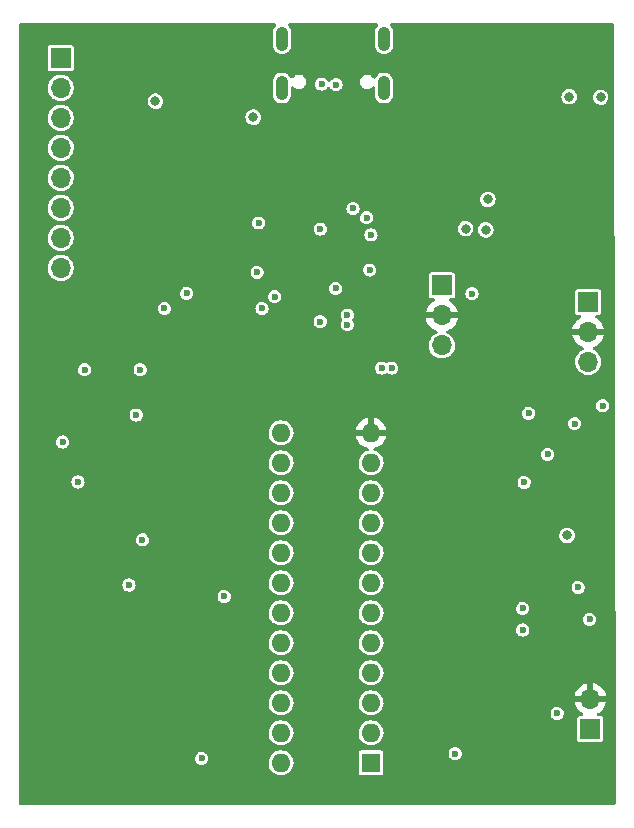
<source format=gbr>
%TF.GenerationSoftware,KiCad,Pcbnew,(6.0.6)*%
%TF.CreationDate,2022-10-30T13:06:07-04:00*%
%TF.ProjectId,RP2040_AS3394,52503230-3430-45f4-9153-333339342e6b,rev?*%
%TF.SameCoordinates,Original*%
%TF.FileFunction,Copper,L2,Inr*%
%TF.FilePolarity,Positive*%
%FSLAX46Y46*%
G04 Gerber Fmt 4.6, Leading zero omitted, Abs format (unit mm)*
G04 Created by KiCad (PCBNEW (6.0.6)) date 2022-10-30 13:06:07*
%MOMM*%
%LPD*%
G01*
G04 APERTURE LIST*
%TA.AperFunction,ComponentPad*%
%ADD10O,1.050000X2.100000*%
%TD*%
%TA.AperFunction,ComponentPad*%
%ADD11R,1.700000X1.700000*%
%TD*%
%TA.AperFunction,ComponentPad*%
%ADD12O,1.700000X1.700000*%
%TD*%
%TA.AperFunction,ComponentPad*%
%ADD13R,1.600000X1.600000*%
%TD*%
%TA.AperFunction,ComponentPad*%
%ADD14O,1.600000X1.600000*%
%TD*%
%TA.AperFunction,ViaPad*%
%ADD15C,0.600000*%
%TD*%
%TA.AperFunction,ViaPad*%
%ADD16C,0.800000*%
%TD*%
G04 APERTURE END LIST*
D10*
%TO.N,unconnected-(J2-PadS1)*%
%TO.C,J2*%
X140542000Y-90572500D03*
%TO.N,unconnected-(J2-PadS2)*%
X131902000Y-90572500D03*
%TO.N,unconnected-(J2-PadS3)*%
X140542000Y-86392500D03*
%TO.N,unconnected-(J2-PadS4)*%
X131902000Y-86392500D03*
%TD*%
D11*
%TO.N,Net-(J4-Pad1)*%
%TO.C,J4*%
X113157000Y-88026000D03*
D12*
%TO.N,Net-(J4-Pad2)*%
X113157000Y-90566000D03*
%TO.N,Net-(J4-Pad3)*%
X113157000Y-93106000D03*
%TO.N,Net-(J4-Pad4)*%
X113157000Y-95646000D03*
%TO.N,Net-(J4-Pad5)*%
X113157000Y-98186000D03*
%TO.N,Net-(J4-Pad6)*%
X113157000Y-100726000D03*
%TO.N,Net-(J4-Pad7)*%
X113157000Y-103266000D03*
%TO.N,Net-(J4-Pad8)*%
X113157000Y-105806000D03*
%TD*%
D13*
%TO.N,Net-(R15-Pad1)*%
%TO.C,U5*%
X139436000Y-147706000D03*
D14*
%TO.N,/AS3394_PWM/VCO_Freq_CV*%
X139436000Y-145166000D03*
%TO.N,VEE*%
X139436000Y-142626000D03*
%TO.N,Net-(C17-Pad2)*%
X139436000Y-140086000D03*
%TO.N,/AS3394_PWM/Ext_Input2*%
X139436000Y-137546000D03*
%TO.N,/AS3394_PWM/Mod_Amt_Cv*%
X139436000Y-135006000D03*
%TO.N,/AS3394_PWM/Wave_Select_CV*%
X139436000Y-132466000D03*
%TO.N,/AS3394_PWM/Pulse_Width_CV*%
X139436000Y-129926000D03*
%TO.N,/AS3394_PWM/Saw_Out*%
X139436000Y-127386000D03*
%TO.N,/AS3394_PWM/Wave_Out*%
X139436000Y-124846000D03*
X139436000Y-122306000D03*
%TO.N,GND*%
X139436000Y-119766000D03*
%TO.N,/AS3394_PWM/Mixer_Balance_CV*%
X131816000Y-119766000D03*
%TO.N,Net-(R35-Pad1)*%
X131816000Y-122306000D03*
%TO.N,/AS3394_PWM/Filter_Res_CV*%
X131816000Y-124846000D03*
%TO.N,Net-(C37-Pad1)*%
X131816000Y-127386000D03*
%TO.N,Net-(C35-Pad1)*%
X131816000Y-129926000D03*
%TO.N,Net-(C33-Pad1)*%
X131816000Y-132466000D03*
%TO.N,Net-(C31-Pad1)*%
X131816000Y-135006000D03*
%TO.N,/AS3394_PWM/Filter_Freq_CV*%
X131816000Y-137546000D03*
%TO.N,Net-(C34-Pad1)*%
X131816000Y-140086000D03*
%TO.N,/AS3394_PWM/Final_Gain_CV*%
X131816000Y-142626000D03*
%TO.N,/AS3394_PWM/Out*%
X131816000Y-145166000D03*
%TO.N,Net-(C28-Pad1)*%
X131816000Y-147706000D03*
%TD*%
D11*
%TO.N,Net-(J1-Pad1)*%
%TO.C,J1*%
X145430000Y-107285000D03*
D12*
%TO.N,GND*%
X145430000Y-109825000D03*
%TO.N,Net-(J1-Pad3)*%
X145430000Y-112365000D03*
%TD*%
D11*
%TO.N,/AMP_OUT*%
%TO.C,J3*%
X158000000Y-144845000D03*
D12*
%TO.N,GND*%
X158000000Y-142305000D03*
%TD*%
D11*
%TO.N,VCC*%
%TO.C,J5*%
X157820000Y-108685000D03*
D12*
%TO.N,GND*%
X157820000Y-111225000D03*
%TO.N,VEE*%
X157820000Y-113765000D03*
%TD*%
D15*
%TO.N,GND*%
X158130000Y-117460000D03*
X152280000Y-102500000D03*
X152019000Y-105410000D03*
X151765000Y-118999000D03*
D16*
X122159000Y-86263000D03*
D15*
X125857000Y-123190000D03*
X122936000Y-131826000D03*
X133350000Y-95885000D03*
X155194000Y-142621000D03*
X134840000Y-111800000D03*
X120460000Y-118020000D03*
D16*
X135522000Y-131178000D03*
D15*
X136906000Y-113060000D03*
X133310000Y-111660000D03*
X113170000Y-126611000D03*
X130280000Y-111040000D03*
X145616000Y-128966000D03*
D16*
X137287000Y-129540000D03*
D15*
X129540000Y-149479000D03*
X152270000Y-101730000D03*
D16*
X137287000Y-122682000D03*
D15*
X153289000Y-123952000D03*
X126238000Y-149479000D03*
X133370000Y-104940000D03*
D16*
X133731000Y-124587000D03*
D15*
X135910000Y-106210000D03*
D16*
X123952000Y-98425000D03*
D15*
X147955000Y-139700000D03*
X141950000Y-101540000D03*
X157861000Y-137160000D03*
D16*
X116448000Y-143902000D03*
D15*
X130370000Y-116970000D03*
D16*
X134719000Y-133886000D03*
D15*
X134500000Y-116460000D03*
X121940000Y-110090000D03*
X134640000Y-104940000D03*
D16*
X126238000Y-91313000D03*
D15*
X155702000Y-101727000D03*
X123830000Y-107080000D03*
X114300000Y-112649000D03*
D16*
X138889000Y-94351000D03*
D15*
X122273000Y-113185000D03*
X135910000Y-103670000D03*
X152995000Y-109097500D03*
D16*
X145415000Y-144697000D03*
X141971000Y-120980000D03*
D15*
X152400000Y-120269000D03*
X142300000Y-102990000D03*
X135710000Y-113060000D03*
X150876000Y-134620000D03*
X125857000Y-121793000D03*
D16*
X140540000Y-92954000D03*
D15*
X114480000Y-120537993D03*
X125349000Y-114427000D03*
X134640000Y-106210000D03*
X124460000Y-112776000D03*
X128316500Y-149479000D03*
X126743000Y-106172000D03*
X135910000Y-104940000D03*
X134874000Y-140081000D03*
D16*
X115443000Y-139065000D03*
D15*
X134493000Y-95885000D03*
X142304000Y-105976000D03*
D16*
X132285000Y-92954000D03*
D15*
X152995000Y-112907500D03*
X126873000Y-101981000D03*
X150569000Y-122362000D03*
X157861000Y-127381000D03*
X156464000Y-101727000D03*
X139319000Y-97663000D03*
X133370000Y-103670000D03*
D16*
X135522000Y-128638000D03*
D15*
X133370000Y-106210000D03*
X134640000Y-103670000D03*
X122190000Y-129400000D03*
X138176000Y-96901000D03*
X119275995Y-128828009D03*
%TO.N,+3V3*%
X129794000Y-106171990D03*
D16*
X149150000Y-102580000D03*
X147447000Y-102489000D03*
D15*
X135145000Y-102505000D03*
X139071510Y-101538490D03*
X129921000Y-101994990D03*
D16*
X149330000Y-100000000D03*
D15*
X139432010Y-103010990D03*
X139319000Y-105975990D03*
X137905500Y-100774500D03*
X135128000Y-110363000D03*
D16*
X129457000Y-93047000D03*
X121178000Y-91692000D03*
D15*
%TO.N,Net-(C23-Pad2)*%
X152287000Y-136459000D03*
X157940000Y-135570000D03*
%TO.N,/AS3394_PWM/Final_Gain_CV*%
X127000000Y-133604000D03*
%TO.N,VCC*%
X156972000Y-132842000D03*
X155194000Y-143510000D03*
D16*
X156210000Y-91313000D03*
D15*
X125095000Y-147320000D03*
D16*
X158877000Y-91357000D03*
D15*
X120075994Y-128828009D03*
X152400000Y-123952000D03*
X113337000Y-120537993D03*
%TO.N,Net-(C38-Pad2)*%
X115189000Y-114427000D03*
X119888000Y-114427000D03*
%TO.N,VEE*%
X119550000Y-118260000D03*
X118935000Y-132651000D03*
X152273000Y-134620000D03*
X146558000Y-146939000D03*
X154390000Y-121600000D03*
%TO.N,/AS3394_PWM/Mixer_Balance_CV*%
X114620000Y-123930000D03*
%TO.N,Net-(J1-Pad1)*%
X137423111Y-109800000D03*
%TO.N,Net-(J1-Pad3)*%
X137423111Y-110602902D03*
%TO.N,/USB_D-*%
X136475000Y-90280000D03*
X135245000Y-90240000D03*
%TO.N,/AS3394_PWM/Final_Gain_PWM*%
X123825000Y-107950000D03*
X131280000Y-108240000D03*
%TO.N,/AS3394_PWM/Wave_Select_2*%
X152781000Y-118110000D03*
X140351529Y-114288129D03*
%TO.N,/AS3394_PWM/Wave_Select_1*%
X156665000Y-118999000D03*
X141171375Y-114288625D03*
D16*
%TO.N,/AS3394_PWM/Wave_Select_CV*%
X156030000Y-128458000D03*
D15*
%TO.N,/AS3394_PWM/Mixer_Balance_PWM*%
X121930000Y-109230000D03*
X130210000Y-109220000D03*
%TO.N,/RUN*%
X147980000Y-107990000D03*
X136438009Y-107528991D03*
%TO.N,/AMP_OUT*%
X159050000Y-117480000D03*
%TD*%
%TA.AperFunction,Conductor*%
%TO.N,GND*%
G36*
X131341155Y-85110002D02*
G01*
X131387648Y-85163658D01*
X131397752Y-85233932D01*
X131368258Y-85298512D01*
X131361192Y-85306023D01*
X131294109Y-85371716D01*
X131199375Y-85518714D01*
X131139563Y-85683047D01*
X131122500Y-85818110D01*
X131122500Y-86961469D01*
X131137062Y-87091290D01*
X131194574Y-87256442D01*
X131287246Y-87404748D01*
X131292209Y-87409746D01*
X131292210Y-87409747D01*
X131300616Y-87418212D01*
X131410472Y-87528838D01*
X131416418Y-87532612D01*
X131416420Y-87532613D01*
X131427006Y-87539331D01*
X131558128Y-87622543D01*
X131564771Y-87624908D01*
X131564770Y-87624908D01*
X131716239Y-87678844D01*
X131716244Y-87678845D01*
X131722874Y-87681206D01*
X131729862Y-87682039D01*
X131729865Y-87682040D01*
X131850259Y-87696396D01*
X131896524Y-87701913D01*
X131903527Y-87701177D01*
X131903528Y-87701177D01*
X131951392Y-87696146D01*
X132070445Y-87683633D01*
X132077111Y-87681364D01*
X132077114Y-87681363D01*
X132229328Y-87629545D01*
X132229331Y-87629544D01*
X132235995Y-87627275D01*
X132384945Y-87535641D01*
X132509891Y-87413284D01*
X132604625Y-87266286D01*
X132646610Y-87150934D01*
X132662026Y-87108577D01*
X132664437Y-87101953D01*
X132681500Y-86966890D01*
X132681500Y-85823531D01*
X132666938Y-85693710D01*
X132609426Y-85528558D01*
X132516754Y-85380252D01*
X132508278Y-85371716D01*
X132491073Y-85354391D01*
X132441810Y-85304783D01*
X132408004Y-85242353D01*
X132413316Y-85171556D01*
X132456061Y-85114869D01*
X132522667Y-85090290D01*
X132531217Y-85090000D01*
X139913034Y-85090000D01*
X139981155Y-85110002D01*
X140027648Y-85163658D01*
X140037752Y-85233932D01*
X140008258Y-85298512D01*
X140001192Y-85306023D01*
X139934109Y-85371716D01*
X139839375Y-85518714D01*
X139779563Y-85683047D01*
X139762500Y-85818110D01*
X139762500Y-86961469D01*
X139777062Y-87091290D01*
X139834574Y-87256442D01*
X139927246Y-87404748D01*
X139932209Y-87409746D01*
X139932210Y-87409747D01*
X139940616Y-87418212D01*
X140050472Y-87528838D01*
X140056418Y-87532612D01*
X140056420Y-87532613D01*
X140067006Y-87539331D01*
X140198128Y-87622543D01*
X140204771Y-87624908D01*
X140204770Y-87624908D01*
X140356239Y-87678844D01*
X140356244Y-87678845D01*
X140362874Y-87681206D01*
X140369862Y-87682039D01*
X140369865Y-87682040D01*
X140490259Y-87696396D01*
X140536524Y-87701913D01*
X140543527Y-87701177D01*
X140543528Y-87701177D01*
X140591392Y-87696146D01*
X140710445Y-87683633D01*
X140717111Y-87681364D01*
X140717114Y-87681363D01*
X140869328Y-87629545D01*
X140869331Y-87629544D01*
X140875995Y-87627275D01*
X141024945Y-87535641D01*
X141149891Y-87413284D01*
X141244625Y-87266286D01*
X141286610Y-87150934D01*
X141302026Y-87108577D01*
X141304437Y-87101953D01*
X141321500Y-86966890D01*
X141321500Y-85823531D01*
X141306938Y-85693710D01*
X141249426Y-85528558D01*
X141156754Y-85380252D01*
X141148278Y-85371716D01*
X141131073Y-85354391D01*
X141081810Y-85304783D01*
X141048004Y-85242353D01*
X141053316Y-85171556D01*
X141096061Y-85114869D01*
X141162667Y-85090290D01*
X141171217Y-85090000D01*
X159894241Y-85090000D01*
X159962362Y-85110002D01*
X160008855Y-85163658D01*
X160020241Y-85215758D01*
X160088331Y-120690373D01*
X160142209Y-148760500D01*
X160146758Y-151130758D01*
X160126887Y-151198917D01*
X160073320Y-151245513D01*
X160020758Y-151257000D01*
X109727000Y-151257000D01*
X109658879Y-151236998D01*
X109612386Y-151183342D01*
X109601000Y-151131000D01*
X109601000Y-147320000D01*
X124535715Y-147320000D01*
X124554772Y-147464754D01*
X124610645Y-147599642D01*
X124615672Y-147606193D01*
X124680905Y-147691206D01*
X124699526Y-147715474D01*
X124706076Y-147720500D01*
X124706079Y-147720503D01*
X124808804Y-147799327D01*
X124815357Y-147804355D01*
X124950246Y-147860228D01*
X125095000Y-147879285D01*
X125103188Y-147878207D01*
X125231566Y-147861306D01*
X125239754Y-147860228D01*
X125374643Y-147804355D01*
X125381196Y-147799327D01*
X125483921Y-147720503D01*
X125483924Y-147720500D01*
X125490474Y-147715474D01*
X125509096Y-147691206D01*
X130756501Y-147691206D01*
X130757743Y-147706000D01*
X130772205Y-147878207D01*
X130773806Y-147897278D01*
X130830807Y-148096066D01*
X130833625Y-148101548D01*
X130833626Y-148101552D01*
X130922514Y-148274509D01*
X130922517Y-148274513D01*
X130925334Y-148279995D01*
X131053786Y-148442061D01*
X131058479Y-148446055D01*
X131058480Y-148446056D01*
X131151095Y-148524877D01*
X131211271Y-148576091D01*
X131391789Y-148676980D01*
X131588466Y-148740884D01*
X131793809Y-148765370D01*
X131799944Y-148764898D01*
X131799946Y-148764898D01*
X131993856Y-148749977D01*
X131993860Y-148749976D01*
X131999998Y-148749504D01*
X132199178Y-148693892D01*
X132204682Y-148691112D01*
X132204684Y-148691111D01*
X132378262Y-148603431D01*
X132378264Y-148603430D01*
X132383763Y-148600652D01*
X132546722Y-148473334D01*
X132550748Y-148468670D01*
X132550751Y-148468667D01*
X132677819Y-148321457D01*
X132677820Y-148321455D01*
X132681848Y-148316789D01*
X132783995Y-148136979D01*
X132849270Y-147940753D01*
X132875189Y-147735586D01*
X132875602Y-147706000D01*
X132855422Y-147500189D01*
X132795651Y-147302217D01*
X132728139Y-147175246D01*
X132701459Y-147125067D01*
X132701457Y-147125064D01*
X132698565Y-147119625D01*
X132694674Y-147114855D01*
X132694672Y-147114851D01*
X132571758Y-146964143D01*
X132571755Y-146964140D01*
X132567863Y-146959368D01*
X132560966Y-146953662D01*
X132473052Y-146880933D01*
X138381500Y-146880933D01*
X138381501Y-148531066D01*
X138396266Y-148605301D01*
X138452516Y-148689484D01*
X138536699Y-148745734D01*
X138610933Y-148760500D01*
X139435866Y-148760500D01*
X140261066Y-148760499D01*
X140296818Y-148753388D01*
X140323126Y-148748156D01*
X140323128Y-148748155D01*
X140335301Y-148745734D01*
X140345621Y-148738839D01*
X140345622Y-148738838D01*
X140409168Y-148696377D01*
X140419484Y-148689484D01*
X140475734Y-148605301D01*
X140490500Y-148531067D01*
X140490499Y-146939000D01*
X145998715Y-146939000D01*
X146017772Y-147083754D01*
X146020931Y-147091380D01*
X146055670Y-147175246D01*
X146073645Y-147218642D01*
X146078672Y-147225193D01*
X146133599Y-147296775D01*
X146162526Y-147334474D01*
X146169076Y-147339500D01*
X146169079Y-147339503D01*
X146271804Y-147418327D01*
X146278357Y-147423355D01*
X146358540Y-147456568D01*
X146396714Y-147472380D01*
X146413246Y-147479228D01*
X146558000Y-147498285D01*
X146566188Y-147497207D01*
X146694566Y-147480306D01*
X146702754Y-147479228D01*
X146719287Y-147472380D01*
X146757460Y-147456568D01*
X146837643Y-147423355D01*
X146844196Y-147418327D01*
X146946921Y-147339503D01*
X146946924Y-147339500D01*
X146953474Y-147334474D01*
X146982402Y-147296775D01*
X147037328Y-147225193D01*
X147042355Y-147218642D01*
X147060331Y-147175246D01*
X147095069Y-147091380D01*
X147098228Y-147083754D01*
X147117285Y-146939000D01*
X147109641Y-146880934D01*
X147099306Y-146802432D01*
X147099305Y-146802430D01*
X147098228Y-146794246D01*
X147072495Y-146732122D01*
X147045515Y-146666986D01*
X147045514Y-146666984D01*
X147042355Y-146659358D01*
X146953474Y-146543526D01*
X146946924Y-146538500D01*
X146946921Y-146538497D01*
X146844196Y-146459673D01*
X146844194Y-146459672D01*
X146837643Y-146454645D01*
X146702754Y-146398772D01*
X146558000Y-146379715D01*
X146549812Y-146380793D01*
X146421432Y-146397694D01*
X146421430Y-146397695D01*
X146413246Y-146398772D01*
X146365430Y-146418578D01*
X146285986Y-146451485D01*
X146285984Y-146451486D01*
X146278358Y-146454645D01*
X146162526Y-146543526D01*
X146073645Y-146659358D01*
X146070486Y-146666984D01*
X146070485Y-146666986D01*
X146043505Y-146732122D01*
X146017772Y-146794246D01*
X146016695Y-146802430D01*
X146016694Y-146802432D01*
X146006359Y-146880934D01*
X145998715Y-146939000D01*
X140490499Y-146939000D01*
X140490499Y-146880934D01*
X140480863Y-146832485D01*
X140478156Y-146818874D01*
X140478155Y-146818872D01*
X140475734Y-146806699D01*
X140462318Y-146786620D01*
X140426377Y-146732832D01*
X140419484Y-146722516D01*
X140335301Y-146666266D01*
X140261067Y-146651500D01*
X139436134Y-146651500D01*
X138610934Y-146651501D01*
X138575182Y-146658612D01*
X138548874Y-146663844D01*
X138548872Y-146663845D01*
X138536699Y-146666266D01*
X138526379Y-146673161D01*
X138526378Y-146673162D01*
X138465985Y-146713516D01*
X138452516Y-146722516D01*
X138396266Y-146806699D01*
X138381500Y-146880933D01*
X132473052Y-146880933D01*
X132413271Y-146831478D01*
X132413266Y-146831475D01*
X132408522Y-146827550D01*
X132403103Y-146824620D01*
X132403100Y-146824618D01*
X132232032Y-146732122D01*
X132232027Y-146732120D01*
X132226612Y-146729192D01*
X132029063Y-146668040D01*
X132022938Y-146667396D01*
X132022937Y-146667396D01*
X131829526Y-146647068D01*
X131829524Y-146647068D01*
X131823397Y-146646424D01*
X131697229Y-146657906D01*
X131623591Y-146664607D01*
X131623590Y-146664607D01*
X131617450Y-146665166D01*
X131419066Y-146723554D01*
X131413601Y-146726411D01*
X131241261Y-146816508D01*
X131241257Y-146816511D01*
X131235801Y-146819363D01*
X131074635Y-146948943D01*
X130941708Y-147107360D01*
X130842082Y-147288578D01*
X130779553Y-147485696D01*
X130778867Y-147491813D01*
X130778866Y-147491817D01*
X130777927Y-147500189D01*
X130756501Y-147691206D01*
X125509096Y-147691206D01*
X125574328Y-147606193D01*
X125579355Y-147599642D01*
X125635228Y-147464754D01*
X125654285Y-147320000D01*
X125635228Y-147175246D01*
X125609346Y-147112761D01*
X125582515Y-147047986D01*
X125582514Y-147047984D01*
X125579355Y-147040358D01*
X125517209Y-146959368D01*
X125495501Y-146931077D01*
X125495500Y-146931076D01*
X125490474Y-146924526D01*
X125483924Y-146919500D01*
X125483921Y-146919497D01*
X125381196Y-146840673D01*
X125381194Y-146840672D01*
X125374643Y-146835645D01*
X125257779Y-146787238D01*
X125247383Y-146782932D01*
X125239754Y-146779772D01*
X125095000Y-146760715D01*
X125086812Y-146761793D01*
X124958432Y-146778694D01*
X124958430Y-146778695D01*
X124950246Y-146779772D01*
X124933714Y-146786620D01*
X124822986Y-146832485D01*
X124822984Y-146832486D01*
X124815358Y-146835645D01*
X124699526Y-146924526D01*
X124610645Y-147040358D01*
X124607486Y-147047984D01*
X124607485Y-147047986D01*
X124580654Y-147112761D01*
X124554772Y-147175246D01*
X124535715Y-147320000D01*
X109601000Y-147320000D01*
X109601000Y-145151206D01*
X130756501Y-145151206D01*
X130773806Y-145357278D01*
X130830807Y-145556066D01*
X130833625Y-145561548D01*
X130833626Y-145561552D01*
X130922514Y-145734509D01*
X130922517Y-145734513D01*
X130925334Y-145739995D01*
X131053786Y-145902061D01*
X131058479Y-145906055D01*
X131058480Y-145906056D01*
X131109526Y-145949499D01*
X131211271Y-146036091D01*
X131391789Y-146136980D01*
X131588466Y-146200884D01*
X131793809Y-146225370D01*
X131799944Y-146224898D01*
X131799946Y-146224898D01*
X131993856Y-146209977D01*
X131993860Y-146209976D01*
X131999998Y-146209504D01*
X132199178Y-146153892D01*
X132204682Y-146151112D01*
X132204684Y-146151111D01*
X132378262Y-146063431D01*
X132378264Y-146063430D01*
X132383763Y-146060652D01*
X132546722Y-145933334D01*
X132550748Y-145928670D01*
X132550751Y-145928667D01*
X132677819Y-145781457D01*
X132677820Y-145781455D01*
X132681848Y-145776789D01*
X132783995Y-145596979D01*
X132849270Y-145400753D01*
X132875189Y-145195586D01*
X132875602Y-145166000D01*
X132874151Y-145151206D01*
X138376501Y-145151206D01*
X138393806Y-145357278D01*
X138450807Y-145556066D01*
X138453625Y-145561548D01*
X138453626Y-145561552D01*
X138542514Y-145734509D01*
X138542517Y-145734513D01*
X138545334Y-145739995D01*
X138673786Y-145902061D01*
X138678479Y-145906055D01*
X138678480Y-145906056D01*
X138729526Y-145949499D01*
X138831271Y-146036091D01*
X139011789Y-146136980D01*
X139208466Y-146200884D01*
X139413809Y-146225370D01*
X139419944Y-146224898D01*
X139419946Y-146224898D01*
X139613856Y-146209977D01*
X139613860Y-146209976D01*
X139619998Y-146209504D01*
X139819178Y-146153892D01*
X139824682Y-146151112D01*
X139824684Y-146151111D01*
X139998262Y-146063431D01*
X139998264Y-146063430D01*
X140003763Y-146060652D01*
X140166722Y-145933334D01*
X140170748Y-145928670D01*
X140170751Y-145928667D01*
X140297819Y-145781457D01*
X140297820Y-145781455D01*
X140301848Y-145776789D01*
X140403995Y-145596979D01*
X140469270Y-145400753D01*
X140495189Y-145195586D01*
X140495602Y-145166000D01*
X140475422Y-144960189D01*
X140415651Y-144762217D01*
X140318565Y-144579625D01*
X140314674Y-144574855D01*
X140314672Y-144574851D01*
X140191758Y-144424143D01*
X140191755Y-144424140D01*
X140187863Y-144419368D01*
X140180966Y-144413662D01*
X140033271Y-144291478D01*
X140033266Y-144291475D01*
X140028522Y-144287550D01*
X140023103Y-144284620D01*
X140023100Y-144284618D01*
X139852032Y-144192122D01*
X139852027Y-144192120D01*
X139846612Y-144189192D01*
X139649063Y-144128040D01*
X139642938Y-144127396D01*
X139642937Y-144127396D01*
X139449526Y-144107068D01*
X139449524Y-144107068D01*
X139443397Y-144106424D01*
X139317229Y-144117906D01*
X139243591Y-144124607D01*
X139243590Y-144124607D01*
X139237450Y-144125166D01*
X139039066Y-144183554D01*
X139033601Y-144186411D01*
X138861261Y-144276508D01*
X138861257Y-144276511D01*
X138855801Y-144279363D01*
X138694635Y-144408943D01*
X138561708Y-144567360D01*
X138462082Y-144748578D01*
X138399553Y-144945696D01*
X138376501Y-145151206D01*
X132874151Y-145151206D01*
X132855422Y-144960189D01*
X132795651Y-144762217D01*
X132698565Y-144579625D01*
X132694674Y-144574855D01*
X132694672Y-144574851D01*
X132571758Y-144424143D01*
X132571755Y-144424140D01*
X132567863Y-144419368D01*
X132560966Y-144413662D01*
X132413271Y-144291478D01*
X132413266Y-144291475D01*
X132408522Y-144287550D01*
X132403103Y-144284620D01*
X132403100Y-144284618D01*
X132232032Y-144192122D01*
X132232027Y-144192120D01*
X132226612Y-144189192D01*
X132029063Y-144128040D01*
X132022938Y-144127396D01*
X132022937Y-144127396D01*
X131829526Y-144107068D01*
X131829524Y-144107068D01*
X131823397Y-144106424D01*
X131697229Y-144117906D01*
X131623591Y-144124607D01*
X131623590Y-144124607D01*
X131617450Y-144125166D01*
X131419066Y-144183554D01*
X131413601Y-144186411D01*
X131241261Y-144276508D01*
X131241257Y-144276511D01*
X131235801Y-144279363D01*
X131074635Y-144408943D01*
X130941708Y-144567360D01*
X130842082Y-144748578D01*
X130779553Y-144945696D01*
X130756501Y-145151206D01*
X109601000Y-145151206D01*
X109601000Y-142611206D01*
X130756501Y-142611206D01*
X130773806Y-142817278D01*
X130830807Y-143016066D01*
X130833625Y-143021548D01*
X130833626Y-143021552D01*
X130922514Y-143194509D01*
X130922517Y-143194513D01*
X130925334Y-143199995D01*
X131053786Y-143362061D01*
X131058479Y-143366055D01*
X131058480Y-143366056D01*
X131126366Y-143423831D01*
X131211271Y-143496091D01*
X131391789Y-143596980D01*
X131588466Y-143660884D01*
X131793809Y-143685370D01*
X131799944Y-143684898D01*
X131799946Y-143684898D01*
X131993856Y-143669977D01*
X131993860Y-143669976D01*
X131999998Y-143669504D01*
X132199178Y-143613892D01*
X132204682Y-143611112D01*
X132204684Y-143611111D01*
X132378262Y-143523431D01*
X132378264Y-143523430D01*
X132383763Y-143520652D01*
X132546722Y-143393334D01*
X132550748Y-143388670D01*
X132550751Y-143388667D01*
X132677819Y-143241457D01*
X132677820Y-143241455D01*
X132681848Y-143236789D01*
X132751304Y-143114526D01*
X132780950Y-143062340D01*
X132780952Y-143062336D01*
X132783995Y-143056979D01*
X132849270Y-142860753D01*
X132875189Y-142655586D01*
X132875602Y-142626000D01*
X132874151Y-142611206D01*
X138376501Y-142611206D01*
X138393806Y-142817278D01*
X138450807Y-143016066D01*
X138453625Y-143021548D01*
X138453626Y-143021552D01*
X138542514Y-143194509D01*
X138542517Y-143194513D01*
X138545334Y-143199995D01*
X138673786Y-143362061D01*
X138678479Y-143366055D01*
X138678480Y-143366056D01*
X138746366Y-143423831D01*
X138831271Y-143496091D01*
X139011789Y-143596980D01*
X139208466Y-143660884D01*
X139413809Y-143685370D01*
X139419944Y-143684898D01*
X139419946Y-143684898D01*
X139613856Y-143669977D01*
X139613860Y-143669976D01*
X139619998Y-143669504D01*
X139819178Y-143613892D01*
X139824682Y-143611112D01*
X139824684Y-143611111D01*
X139998262Y-143523431D01*
X139998264Y-143523430D01*
X140003763Y-143520652D01*
X140017397Y-143510000D01*
X154634715Y-143510000D01*
X154635793Y-143518188D01*
X154646417Y-143598884D01*
X154653772Y-143654754D01*
X154656931Y-143662380D01*
X154694403Y-143752844D01*
X154709645Y-143789642D01*
X154798526Y-143905474D01*
X154805076Y-143910500D01*
X154805079Y-143910503D01*
X154907804Y-143989327D01*
X154914357Y-143994355D01*
X155049246Y-144050228D01*
X155194000Y-144069285D01*
X155202188Y-144068207D01*
X155330566Y-144051306D01*
X155338754Y-144050228D01*
X155473643Y-143994355D01*
X155480196Y-143989327D01*
X155582921Y-143910503D01*
X155582924Y-143910500D01*
X155589474Y-143905474D01*
X155678355Y-143789642D01*
X155693598Y-143752844D01*
X155731069Y-143662380D01*
X155734228Y-143654754D01*
X155741584Y-143598884D01*
X155752207Y-143518188D01*
X155753285Y-143510000D01*
X155741162Y-143417916D01*
X155735306Y-143373432D01*
X155735305Y-143373430D01*
X155734228Y-143365246D01*
X155696709Y-143274667D01*
X155681515Y-143237986D01*
X155681514Y-143237984D01*
X155678355Y-143230358D01*
X155589474Y-143114526D01*
X155582924Y-143109500D01*
X155582921Y-143109497D01*
X155480196Y-143030673D01*
X155480194Y-143030672D01*
X155473643Y-143025645D01*
X155338754Y-142969772D01*
X155194000Y-142950715D01*
X155185812Y-142951793D01*
X155057432Y-142968694D01*
X155057430Y-142968695D01*
X155049246Y-142969772D01*
X155001430Y-142989578D01*
X154921986Y-143022485D01*
X154921984Y-143022486D01*
X154914358Y-143025645D01*
X154798526Y-143114526D01*
X154709645Y-143230358D01*
X154706486Y-143237984D01*
X154706485Y-143237986D01*
X154691291Y-143274667D01*
X154653772Y-143365246D01*
X154652695Y-143373430D01*
X154652694Y-143373432D01*
X154646838Y-143417916D01*
X154634715Y-143510000D01*
X140017397Y-143510000D01*
X140166722Y-143393334D01*
X140170748Y-143388670D01*
X140170751Y-143388667D01*
X140297819Y-143241457D01*
X140297820Y-143241455D01*
X140301848Y-143236789D01*
X140371304Y-143114526D01*
X140400950Y-143062340D01*
X140400952Y-143062336D01*
X140403995Y-143056979D01*
X140469270Y-142860753D01*
X140495189Y-142655586D01*
X140495602Y-142626000D01*
X140490402Y-142572966D01*
X156668257Y-142572966D01*
X156698565Y-142707446D01*
X156701645Y-142717275D01*
X156781770Y-142914603D01*
X156786413Y-142923794D01*
X156897694Y-143105388D01*
X156903777Y-143113699D01*
X157043213Y-143274667D01*
X157050580Y-143281883D01*
X157214434Y-143417916D01*
X157222881Y-143423831D01*
X157363005Y-143505713D01*
X157411729Y-143557352D01*
X157424800Y-143627135D01*
X157398069Y-143692906D01*
X157340022Y-143733785D01*
X157299436Y-143740501D01*
X157124934Y-143740501D01*
X157089182Y-143747612D01*
X157062874Y-143752844D01*
X157062872Y-143752845D01*
X157050699Y-143755266D01*
X157040379Y-143762161D01*
X157040378Y-143762162D01*
X157010668Y-143782014D01*
X156966516Y-143811516D01*
X156910266Y-143895699D01*
X156895500Y-143969933D01*
X156895501Y-145720066D01*
X156898374Y-145734509D01*
X156905717Y-145771428D01*
X156910266Y-145794301D01*
X156966516Y-145878484D01*
X157050699Y-145934734D01*
X157124933Y-145949500D01*
X157999858Y-145949500D01*
X158875066Y-145949499D01*
X158910818Y-145942388D01*
X158937126Y-145937156D01*
X158937128Y-145937155D01*
X158949301Y-145934734D01*
X158959621Y-145927839D01*
X158959622Y-145927838D01*
X159023168Y-145885377D01*
X159033484Y-145878484D01*
X159089734Y-145794301D01*
X159104500Y-145720067D01*
X159104499Y-143969934D01*
X159097388Y-143934182D01*
X159092156Y-143907874D01*
X159092155Y-143907872D01*
X159089734Y-143895699D01*
X159033484Y-143811516D01*
X158949301Y-143755266D01*
X158875067Y-143740500D01*
X158700334Y-143740500D01*
X158632213Y-143720498D01*
X158585720Y-143666842D01*
X158575616Y-143596568D01*
X158605110Y-143531988D01*
X158644902Y-143501348D01*
X158693100Y-143477736D01*
X158701945Y-143472464D01*
X158875328Y-143348792D01*
X158883200Y-143342139D01*
X159034052Y-143191812D01*
X159040730Y-143183965D01*
X159165003Y-143011020D01*
X159170313Y-143002183D01*
X159264670Y-142811267D01*
X159268469Y-142801672D01*
X159330377Y-142597910D01*
X159332555Y-142587837D01*
X159333986Y-142576962D01*
X159331775Y-142562778D01*
X159318617Y-142559000D01*
X156683225Y-142559000D01*
X156669694Y-142562973D01*
X156668257Y-142572966D01*
X140490402Y-142572966D01*
X140475422Y-142420189D01*
X140415651Y-142222217D01*
X140367108Y-142130921D01*
X140321459Y-142045067D01*
X140321457Y-142045064D01*
X140318565Y-142039625D01*
X140318204Y-142039183D01*
X156664389Y-142039183D01*
X156665912Y-142047607D01*
X156678292Y-142051000D01*
X157727885Y-142051000D01*
X157743124Y-142046525D01*
X157744329Y-142045135D01*
X157746000Y-142037452D01*
X157746000Y-142032885D01*
X158254000Y-142032885D01*
X158258475Y-142048124D01*
X158259865Y-142049329D01*
X158267548Y-142051000D01*
X159318344Y-142051000D01*
X159331875Y-142047027D01*
X159333180Y-142037947D01*
X159291214Y-141870875D01*
X159287894Y-141861124D01*
X159202972Y-141665814D01*
X159198105Y-141656739D01*
X159082426Y-141477926D01*
X159076136Y-141469757D01*
X158932806Y-141312240D01*
X158925273Y-141305215D01*
X158758139Y-141173222D01*
X158749552Y-141167517D01*
X158563117Y-141064599D01*
X158553705Y-141060369D01*
X158352959Y-140989280D01*
X158342988Y-140986646D01*
X158271837Y-140973972D01*
X158258540Y-140975432D01*
X158254000Y-140989989D01*
X158254000Y-142032885D01*
X157746000Y-142032885D01*
X157746000Y-140988102D01*
X157742082Y-140974758D01*
X157727806Y-140972771D01*
X157689324Y-140978660D01*
X157679288Y-140981051D01*
X157476868Y-141047212D01*
X157467359Y-141051209D01*
X157278463Y-141149542D01*
X157269738Y-141155036D01*
X157099433Y-141282905D01*
X157091726Y-141289748D01*
X156944590Y-141443717D01*
X156938104Y-141451727D01*
X156818098Y-141627649D01*
X156813000Y-141636623D01*
X156723338Y-141829783D01*
X156719775Y-141839470D01*
X156664389Y-142039183D01*
X140318204Y-142039183D01*
X140314674Y-142034855D01*
X140314672Y-142034851D01*
X140191758Y-141884143D01*
X140191755Y-141884140D01*
X140187863Y-141879368D01*
X140177597Y-141870875D01*
X140033271Y-141751478D01*
X140033266Y-141751475D01*
X140028522Y-141747550D01*
X140023103Y-141744620D01*
X140023100Y-141744618D01*
X139852032Y-141652122D01*
X139852027Y-141652120D01*
X139846612Y-141649192D01*
X139649063Y-141588040D01*
X139642938Y-141587396D01*
X139642937Y-141587396D01*
X139449526Y-141567068D01*
X139449524Y-141567068D01*
X139443397Y-141566424D01*
X139317229Y-141577906D01*
X139243591Y-141584607D01*
X139243590Y-141584607D01*
X139237450Y-141585166D01*
X139039066Y-141643554D01*
X139033601Y-141646411D01*
X138861261Y-141736508D01*
X138861257Y-141736511D01*
X138855801Y-141739363D01*
X138694635Y-141868943D01*
X138561708Y-142027360D01*
X138462082Y-142208578D01*
X138399553Y-142405696D01*
X138376501Y-142611206D01*
X132874151Y-142611206D01*
X132855422Y-142420189D01*
X132795651Y-142222217D01*
X132747108Y-142130921D01*
X132701459Y-142045067D01*
X132701457Y-142045064D01*
X132698565Y-142039625D01*
X132694674Y-142034855D01*
X132694672Y-142034851D01*
X132571758Y-141884143D01*
X132571755Y-141884140D01*
X132567863Y-141879368D01*
X132557597Y-141870875D01*
X132413271Y-141751478D01*
X132413266Y-141751475D01*
X132408522Y-141747550D01*
X132403103Y-141744620D01*
X132403100Y-141744618D01*
X132232032Y-141652122D01*
X132232027Y-141652120D01*
X132226612Y-141649192D01*
X132029063Y-141588040D01*
X132022938Y-141587396D01*
X132022937Y-141587396D01*
X131829526Y-141567068D01*
X131829524Y-141567068D01*
X131823397Y-141566424D01*
X131697229Y-141577906D01*
X131623591Y-141584607D01*
X131623590Y-141584607D01*
X131617450Y-141585166D01*
X131419066Y-141643554D01*
X131413601Y-141646411D01*
X131241261Y-141736508D01*
X131241257Y-141736511D01*
X131235801Y-141739363D01*
X131074635Y-141868943D01*
X130941708Y-142027360D01*
X130842082Y-142208578D01*
X130779553Y-142405696D01*
X130756501Y-142611206D01*
X109601000Y-142611206D01*
X109601000Y-140071206D01*
X130756501Y-140071206D01*
X130773806Y-140277278D01*
X130830807Y-140476066D01*
X130833625Y-140481548D01*
X130833626Y-140481552D01*
X130922514Y-140654509D01*
X130922517Y-140654513D01*
X130925334Y-140659995D01*
X131053786Y-140822061D01*
X131211271Y-140956091D01*
X131391789Y-141056980D01*
X131588466Y-141120884D01*
X131793809Y-141145370D01*
X131799944Y-141144898D01*
X131799946Y-141144898D01*
X131993856Y-141129977D01*
X131993860Y-141129976D01*
X131999998Y-141129504D01*
X132199178Y-141073892D01*
X132204682Y-141071112D01*
X132204684Y-141071111D01*
X132378262Y-140983431D01*
X132378264Y-140983430D01*
X132383763Y-140980652D01*
X132546722Y-140853334D01*
X132550748Y-140848670D01*
X132550751Y-140848667D01*
X132677819Y-140701457D01*
X132677820Y-140701455D01*
X132681848Y-140696789D01*
X132783995Y-140516979D01*
X132849270Y-140320753D01*
X132875189Y-140115586D01*
X132875602Y-140086000D01*
X132874151Y-140071206D01*
X138376501Y-140071206D01*
X138393806Y-140277278D01*
X138450807Y-140476066D01*
X138453625Y-140481548D01*
X138453626Y-140481552D01*
X138542514Y-140654509D01*
X138542517Y-140654513D01*
X138545334Y-140659995D01*
X138673786Y-140822061D01*
X138831271Y-140956091D01*
X139011789Y-141056980D01*
X139208466Y-141120884D01*
X139413809Y-141145370D01*
X139419944Y-141144898D01*
X139419946Y-141144898D01*
X139613856Y-141129977D01*
X139613860Y-141129976D01*
X139619998Y-141129504D01*
X139819178Y-141073892D01*
X139824682Y-141071112D01*
X139824684Y-141071111D01*
X139998262Y-140983431D01*
X139998264Y-140983430D01*
X140003763Y-140980652D01*
X140166722Y-140853334D01*
X140170748Y-140848670D01*
X140170751Y-140848667D01*
X140297819Y-140701457D01*
X140297820Y-140701455D01*
X140301848Y-140696789D01*
X140403995Y-140516979D01*
X140469270Y-140320753D01*
X140495189Y-140115586D01*
X140495602Y-140086000D01*
X140475422Y-139880189D01*
X140415651Y-139682217D01*
X140318565Y-139499625D01*
X140314674Y-139494855D01*
X140314672Y-139494851D01*
X140191758Y-139344143D01*
X140191755Y-139344140D01*
X140187863Y-139339368D01*
X140180966Y-139333662D01*
X140033271Y-139211478D01*
X140033266Y-139211475D01*
X140028522Y-139207550D01*
X140023103Y-139204620D01*
X140023100Y-139204618D01*
X139852032Y-139112122D01*
X139852027Y-139112120D01*
X139846612Y-139109192D01*
X139649063Y-139048040D01*
X139642938Y-139047396D01*
X139642937Y-139047396D01*
X139449526Y-139027068D01*
X139449524Y-139027068D01*
X139443397Y-139026424D01*
X139317229Y-139037906D01*
X139243591Y-139044607D01*
X139243590Y-139044607D01*
X139237450Y-139045166D01*
X139039066Y-139103554D01*
X139033601Y-139106411D01*
X138861261Y-139196508D01*
X138861257Y-139196511D01*
X138855801Y-139199363D01*
X138694635Y-139328943D01*
X138561708Y-139487360D01*
X138462082Y-139668578D01*
X138399553Y-139865696D01*
X138376501Y-140071206D01*
X132874151Y-140071206D01*
X132855422Y-139880189D01*
X132795651Y-139682217D01*
X132698565Y-139499625D01*
X132694674Y-139494855D01*
X132694672Y-139494851D01*
X132571758Y-139344143D01*
X132571755Y-139344140D01*
X132567863Y-139339368D01*
X132560966Y-139333662D01*
X132413271Y-139211478D01*
X132413266Y-139211475D01*
X132408522Y-139207550D01*
X132403103Y-139204620D01*
X132403100Y-139204618D01*
X132232032Y-139112122D01*
X132232027Y-139112120D01*
X132226612Y-139109192D01*
X132029063Y-139048040D01*
X132022938Y-139047396D01*
X132022937Y-139047396D01*
X131829526Y-139027068D01*
X131829524Y-139027068D01*
X131823397Y-139026424D01*
X131697229Y-139037906D01*
X131623591Y-139044607D01*
X131623590Y-139044607D01*
X131617450Y-139045166D01*
X131419066Y-139103554D01*
X131413601Y-139106411D01*
X131241261Y-139196508D01*
X131241257Y-139196511D01*
X131235801Y-139199363D01*
X131074635Y-139328943D01*
X130941708Y-139487360D01*
X130842082Y-139668578D01*
X130779553Y-139865696D01*
X130756501Y-140071206D01*
X109601000Y-140071206D01*
X109601000Y-137531206D01*
X130756501Y-137531206D01*
X130773806Y-137737278D01*
X130830807Y-137936066D01*
X130833625Y-137941548D01*
X130833626Y-137941552D01*
X130922514Y-138114509D01*
X130922517Y-138114513D01*
X130925334Y-138119995D01*
X131053786Y-138282061D01*
X131211271Y-138416091D01*
X131391789Y-138516980D01*
X131588466Y-138580884D01*
X131793809Y-138605370D01*
X131799944Y-138604898D01*
X131799946Y-138604898D01*
X131993856Y-138589977D01*
X131993860Y-138589976D01*
X131999998Y-138589504D01*
X132199178Y-138533892D01*
X132204682Y-138531112D01*
X132204684Y-138531111D01*
X132378262Y-138443431D01*
X132378264Y-138443430D01*
X132383763Y-138440652D01*
X132546722Y-138313334D01*
X132550748Y-138308670D01*
X132550751Y-138308667D01*
X132677819Y-138161457D01*
X132677820Y-138161455D01*
X132681848Y-138156789D01*
X132783995Y-137976979D01*
X132849270Y-137780753D01*
X132875189Y-137575586D01*
X132875602Y-137546000D01*
X132874151Y-137531206D01*
X138376501Y-137531206D01*
X138393806Y-137737278D01*
X138450807Y-137936066D01*
X138453625Y-137941548D01*
X138453626Y-137941552D01*
X138542514Y-138114509D01*
X138542517Y-138114513D01*
X138545334Y-138119995D01*
X138673786Y-138282061D01*
X138831271Y-138416091D01*
X139011789Y-138516980D01*
X139208466Y-138580884D01*
X139413809Y-138605370D01*
X139419944Y-138604898D01*
X139419946Y-138604898D01*
X139613856Y-138589977D01*
X139613860Y-138589976D01*
X139619998Y-138589504D01*
X139819178Y-138533892D01*
X139824682Y-138531112D01*
X139824684Y-138531111D01*
X139998262Y-138443431D01*
X139998264Y-138443430D01*
X140003763Y-138440652D01*
X140166722Y-138313334D01*
X140170748Y-138308670D01*
X140170751Y-138308667D01*
X140297819Y-138161457D01*
X140297820Y-138161455D01*
X140301848Y-138156789D01*
X140403995Y-137976979D01*
X140469270Y-137780753D01*
X140495189Y-137575586D01*
X140495602Y-137546000D01*
X140475422Y-137340189D01*
X140415651Y-137142217D01*
X140349182Y-137017207D01*
X140321459Y-136965067D01*
X140321457Y-136965064D01*
X140318565Y-136959625D01*
X140314674Y-136954855D01*
X140314672Y-136954851D01*
X140191758Y-136804143D01*
X140191755Y-136804140D01*
X140187863Y-136799368D01*
X140180966Y-136793662D01*
X140033271Y-136671478D01*
X140033266Y-136671475D01*
X140028522Y-136667550D01*
X140023103Y-136664620D01*
X140023100Y-136664618D01*
X139852032Y-136572122D01*
X139852027Y-136572120D01*
X139846612Y-136569192D01*
X139649063Y-136508040D01*
X139642938Y-136507396D01*
X139642937Y-136507396D01*
X139449526Y-136487068D01*
X139449524Y-136487068D01*
X139443397Y-136486424D01*
X139317229Y-136497906D01*
X139243591Y-136504607D01*
X139243590Y-136504607D01*
X139237450Y-136505166D01*
X139039066Y-136563554D01*
X139033601Y-136566411D01*
X138861261Y-136656508D01*
X138861257Y-136656511D01*
X138855801Y-136659363D01*
X138694635Y-136788943D01*
X138561708Y-136947360D01*
X138462082Y-137128578D01*
X138399553Y-137325696D01*
X138376501Y-137531206D01*
X132874151Y-137531206D01*
X132855422Y-137340189D01*
X132795651Y-137142217D01*
X132729182Y-137017207D01*
X132701459Y-136965067D01*
X132701457Y-136965064D01*
X132698565Y-136959625D01*
X132694674Y-136954855D01*
X132694672Y-136954851D01*
X132571758Y-136804143D01*
X132571755Y-136804140D01*
X132567863Y-136799368D01*
X132560966Y-136793662D01*
X132413271Y-136671478D01*
X132413266Y-136671475D01*
X132408522Y-136667550D01*
X132403103Y-136664620D01*
X132403100Y-136664618D01*
X132232032Y-136572122D01*
X132232027Y-136572120D01*
X132226612Y-136569192D01*
X132029063Y-136508040D01*
X132022938Y-136507396D01*
X132022937Y-136507396D01*
X131829526Y-136487068D01*
X131829524Y-136487068D01*
X131823397Y-136486424D01*
X131697229Y-136497906D01*
X131623591Y-136504607D01*
X131623590Y-136504607D01*
X131617450Y-136505166D01*
X131419066Y-136563554D01*
X131413601Y-136566411D01*
X131241261Y-136656508D01*
X131241257Y-136656511D01*
X131235801Y-136659363D01*
X131074635Y-136788943D01*
X130941708Y-136947360D01*
X130842082Y-137128578D01*
X130779553Y-137325696D01*
X130756501Y-137531206D01*
X109601000Y-137531206D01*
X109601000Y-136459000D01*
X151727715Y-136459000D01*
X151728793Y-136467188D01*
X151742608Y-136572122D01*
X151746772Y-136603754D01*
X151802645Y-136738642D01*
X151891526Y-136854474D01*
X151898076Y-136859500D01*
X151898079Y-136859503D01*
X152000804Y-136938327D01*
X152007357Y-136943355D01*
X152142246Y-136999228D01*
X152287000Y-137018285D01*
X152295188Y-137017207D01*
X152423566Y-137000306D01*
X152431754Y-136999228D01*
X152566643Y-136943355D01*
X152573196Y-136938327D01*
X152675921Y-136859503D01*
X152675924Y-136859500D01*
X152682474Y-136854474D01*
X152771355Y-136738642D01*
X152827228Y-136603754D01*
X152831393Y-136572122D01*
X152845207Y-136467188D01*
X152846285Y-136459000D01*
X152827228Y-136314246D01*
X152771355Y-136179358D01*
X152682474Y-136063526D01*
X152675924Y-136058500D01*
X152675921Y-136058497D01*
X152573196Y-135979673D01*
X152573194Y-135979672D01*
X152566643Y-135974645D01*
X152431754Y-135918772D01*
X152287000Y-135899715D01*
X152278812Y-135900793D01*
X152150432Y-135917694D01*
X152150430Y-135917695D01*
X152142246Y-135918772D01*
X152094430Y-135938578D01*
X152014986Y-135971485D01*
X152014984Y-135971486D01*
X152007358Y-135974645D01*
X151985899Y-135991111D01*
X151910031Y-136049327D01*
X151891526Y-136063526D01*
X151802645Y-136179358D01*
X151746772Y-136314246D01*
X151727715Y-136459000D01*
X109601000Y-136459000D01*
X109601000Y-134991206D01*
X130756501Y-134991206D01*
X130757743Y-135006000D01*
X130772446Y-135181077D01*
X130773806Y-135197278D01*
X130830807Y-135396066D01*
X130833625Y-135401548D01*
X130833626Y-135401552D01*
X130922514Y-135574509D01*
X130922517Y-135574513D01*
X130925334Y-135579995D01*
X131053786Y-135742061D01*
X131058479Y-135746055D01*
X131058480Y-135746056D01*
X131171231Y-135842014D01*
X131211271Y-135876091D01*
X131391789Y-135976980D01*
X131588466Y-136040884D01*
X131793809Y-136065370D01*
X131799944Y-136064898D01*
X131799946Y-136064898D01*
X131993856Y-136049977D01*
X131993860Y-136049976D01*
X131999998Y-136049504D01*
X132199178Y-135993892D01*
X132204682Y-135991112D01*
X132204684Y-135991111D01*
X132378262Y-135903431D01*
X132378264Y-135903430D01*
X132383763Y-135900652D01*
X132546722Y-135773334D01*
X132550748Y-135768670D01*
X132550751Y-135768667D01*
X132677819Y-135621457D01*
X132677820Y-135621455D01*
X132681848Y-135616789D01*
X132783995Y-135436979D01*
X132849270Y-135240753D01*
X132875189Y-135035586D01*
X132875602Y-135006000D01*
X132874151Y-134991206D01*
X138376501Y-134991206D01*
X138377743Y-135006000D01*
X138392446Y-135181077D01*
X138393806Y-135197278D01*
X138450807Y-135396066D01*
X138453625Y-135401548D01*
X138453626Y-135401552D01*
X138542514Y-135574509D01*
X138542517Y-135574513D01*
X138545334Y-135579995D01*
X138673786Y-135742061D01*
X138678479Y-135746055D01*
X138678480Y-135746056D01*
X138791231Y-135842014D01*
X138831271Y-135876091D01*
X139011789Y-135976980D01*
X139208466Y-136040884D01*
X139413809Y-136065370D01*
X139419944Y-136064898D01*
X139419946Y-136064898D01*
X139613856Y-136049977D01*
X139613860Y-136049976D01*
X139619998Y-136049504D01*
X139819178Y-135993892D01*
X139824682Y-135991112D01*
X139824684Y-135991111D01*
X139998262Y-135903431D01*
X139998264Y-135903430D01*
X140003763Y-135900652D01*
X140166722Y-135773334D01*
X140170748Y-135768670D01*
X140170751Y-135768667D01*
X140297819Y-135621457D01*
X140297820Y-135621455D01*
X140301848Y-135616789D01*
X140328428Y-135570000D01*
X157380715Y-135570000D01*
X157399772Y-135714754D01*
X157455645Y-135849642D01*
X157544526Y-135965474D01*
X157551076Y-135970500D01*
X157551079Y-135970503D01*
X157640320Y-136038980D01*
X157660357Y-136054355D01*
X157795246Y-136110228D01*
X157940000Y-136129285D01*
X157948188Y-136128207D01*
X158076566Y-136111306D01*
X158084754Y-136110228D01*
X158219643Y-136054355D01*
X158239680Y-136038980D01*
X158328921Y-135970503D01*
X158328924Y-135970500D01*
X158335474Y-135965474D01*
X158424355Y-135849642D01*
X158480228Y-135714754D01*
X158499285Y-135570000D01*
X158496159Y-135546255D01*
X158481306Y-135433432D01*
X158481305Y-135433430D01*
X158480228Y-135425246D01*
X158424355Y-135290358D01*
X158335474Y-135174526D01*
X158328924Y-135169500D01*
X158328921Y-135169497D01*
X158226196Y-135090673D01*
X158226194Y-135090672D01*
X158219643Y-135085645D01*
X158084754Y-135029772D01*
X157940000Y-135010715D01*
X157931812Y-135011793D01*
X157803432Y-135028694D01*
X157803430Y-135028695D01*
X157795246Y-135029772D01*
X157781210Y-135035586D01*
X157667986Y-135082485D01*
X157667984Y-135082486D01*
X157660358Y-135085645D01*
X157576270Y-135150168D01*
X157563160Y-135160228D01*
X157544526Y-135174526D01*
X157455645Y-135290358D01*
X157399772Y-135425246D01*
X157398695Y-135433430D01*
X157398694Y-135433432D01*
X157383841Y-135546255D01*
X157380715Y-135570000D01*
X140328428Y-135570000D01*
X140403995Y-135436979D01*
X140469270Y-135240753D01*
X140495189Y-135035586D01*
X140495602Y-135006000D01*
X140475422Y-134800189D01*
X140421020Y-134620000D01*
X151713715Y-134620000D01*
X151732772Y-134764754D01*
X151788645Y-134899642D01*
X151793672Y-134906193D01*
X151858905Y-134991206D01*
X151877526Y-135015474D01*
X151884076Y-135020500D01*
X151884079Y-135020503D01*
X151975525Y-135090672D01*
X151993357Y-135104355D01*
X152128246Y-135160228D01*
X152273000Y-135179285D01*
X152281188Y-135178207D01*
X152309149Y-135174526D01*
X152417754Y-135160228D01*
X152552643Y-135104355D01*
X152570475Y-135090672D01*
X152661921Y-135020503D01*
X152661924Y-135020500D01*
X152668474Y-135015474D01*
X152687096Y-134991206D01*
X152752328Y-134906193D01*
X152757355Y-134899642D01*
X152813228Y-134764754D01*
X152832285Y-134620000D01*
X152813228Y-134475246D01*
X152787346Y-134412761D01*
X152760515Y-134347986D01*
X152760514Y-134347984D01*
X152757355Y-134340358D01*
X152695209Y-134259368D01*
X152673501Y-134231077D01*
X152673500Y-134231076D01*
X152668474Y-134224526D01*
X152661924Y-134219500D01*
X152661921Y-134219497D01*
X152559196Y-134140673D01*
X152559194Y-134140672D01*
X152552643Y-134135645D01*
X152417754Y-134079772D01*
X152273000Y-134060715D01*
X152264812Y-134061793D01*
X152136432Y-134078694D01*
X152136430Y-134078695D01*
X152128246Y-134079772D01*
X152119664Y-134083327D01*
X152000986Y-134132485D01*
X152000984Y-134132486D01*
X151993358Y-134135645D01*
X151877526Y-134224526D01*
X151788645Y-134340358D01*
X151785486Y-134347984D01*
X151785485Y-134347986D01*
X151758654Y-134412761D01*
X151732772Y-134475246D01*
X151713715Y-134620000D01*
X140421020Y-134620000D01*
X140415651Y-134602217D01*
X140348139Y-134475246D01*
X140321459Y-134425067D01*
X140321457Y-134425064D01*
X140318565Y-134419625D01*
X140314674Y-134414855D01*
X140314672Y-134414851D01*
X140191758Y-134264143D01*
X140191755Y-134264140D01*
X140187863Y-134259368D01*
X140180966Y-134253662D01*
X140033271Y-134131478D01*
X140033266Y-134131475D01*
X140028522Y-134127550D01*
X140023103Y-134124620D01*
X140023100Y-134124618D01*
X139852032Y-134032122D01*
X139852027Y-134032120D01*
X139846612Y-134029192D01*
X139649063Y-133968040D01*
X139642938Y-133967396D01*
X139642937Y-133967396D01*
X139449526Y-133947068D01*
X139449524Y-133947068D01*
X139443397Y-133946424D01*
X139317229Y-133957906D01*
X139243591Y-133964607D01*
X139243590Y-133964607D01*
X139237450Y-133965166D01*
X139039066Y-134023554D01*
X139033601Y-134026411D01*
X138861261Y-134116508D01*
X138861257Y-134116511D01*
X138855801Y-134119363D01*
X138694635Y-134248943D01*
X138561708Y-134407360D01*
X138462082Y-134588578D01*
X138399553Y-134785696D01*
X138376501Y-134991206D01*
X132874151Y-134991206D01*
X132855422Y-134800189D01*
X132795651Y-134602217D01*
X132728139Y-134475246D01*
X132701459Y-134425067D01*
X132701457Y-134425064D01*
X132698565Y-134419625D01*
X132694674Y-134414855D01*
X132694672Y-134414851D01*
X132571758Y-134264143D01*
X132571755Y-134264140D01*
X132567863Y-134259368D01*
X132560966Y-134253662D01*
X132413271Y-134131478D01*
X132413266Y-134131475D01*
X132408522Y-134127550D01*
X132403103Y-134124620D01*
X132403100Y-134124618D01*
X132232032Y-134032122D01*
X132232027Y-134032120D01*
X132226612Y-134029192D01*
X132029063Y-133968040D01*
X132022938Y-133967396D01*
X132022937Y-133967396D01*
X131829526Y-133947068D01*
X131829524Y-133947068D01*
X131823397Y-133946424D01*
X131697229Y-133957906D01*
X131623591Y-133964607D01*
X131623590Y-133964607D01*
X131617450Y-133965166D01*
X131419066Y-134023554D01*
X131413601Y-134026411D01*
X131241261Y-134116508D01*
X131241257Y-134116511D01*
X131235801Y-134119363D01*
X131074635Y-134248943D01*
X130941708Y-134407360D01*
X130842082Y-134588578D01*
X130779553Y-134785696D01*
X130756501Y-134991206D01*
X109601000Y-134991206D01*
X109601000Y-133604000D01*
X126440715Y-133604000D01*
X126459772Y-133748754D01*
X126515645Y-133883642D01*
X126520672Y-133890193D01*
X126578201Y-133965166D01*
X126604526Y-133999474D01*
X126611076Y-134004500D01*
X126611079Y-134004503D01*
X126713804Y-134083327D01*
X126720357Y-134088355D01*
X126855246Y-134144228D01*
X127000000Y-134163285D01*
X127008188Y-134162207D01*
X127136566Y-134145306D01*
X127144754Y-134144228D01*
X127279643Y-134088355D01*
X127286196Y-134083327D01*
X127388921Y-134004503D01*
X127388924Y-134004500D01*
X127395474Y-133999474D01*
X127421800Y-133965166D01*
X127479328Y-133890193D01*
X127484355Y-133883642D01*
X127540228Y-133748754D01*
X127559285Y-133604000D01*
X127540228Y-133459246D01*
X127484355Y-133324358D01*
X127439915Y-133266442D01*
X127400501Y-133215077D01*
X127400500Y-133215076D01*
X127395474Y-133208526D01*
X127388924Y-133203500D01*
X127388921Y-133203497D01*
X127286196Y-133124673D01*
X127286194Y-133124672D01*
X127279643Y-133119645D01*
X127144754Y-133063772D01*
X127000000Y-133044715D01*
X126991812Y-133045793D01*
X126863432Y-133062694D01*
X126863430Y-133062695D01*
X126855246Y-133063772D01*
X126812551Y-133081457D01*
X126727986Y-133116485D01*
X126727984Y-133116486D01*
X126720358Y-133119645D01*
X126604526Y-133208526D01*
X126515645Y-133324358D01*
X126459772Y-133459246D01*
X126440715Y-133604000D01*
X109601000Y-133604000D01*
X109601000Y-132651000D01*
X118375715Y-132651000D01*
X118394772Y-132795754D01*
X118397931Y-132803380D01*
X118417320Y-132850188D01*
X118450645Y-132930642D01*
X118539526Y-133046474D01*
X118546076Y-133051500D01*
X118546079Y-133051503D01*
X118641436Y-133124673D01*
X118655357Y-133135355D01*
X118790246Y-133191228D01*
X118935000Y-133210285D01*
X118943188Y-133209207D01*
X118986561Y-133203497D01*
X119079754Y-133191228D01*
X119214643Y-133135355D01*
X119228564Y-133124673D01*
X119323921Y-133051503D01*
X119323924Y-133051500D01*
X119330474Y-133046474D01*
X119419355Y-132930642D01*
X119452681Y-132850188D01*
X119472069Y-132803380D01*
X119475228Y-132795754D01*
X119494285Y-132651000D01*
X119491159Y-132627255D01*
X119476306Y-132514432D01*
X119476305Y-132514430D01*
X119475228Y-132506246D01*
X119452429Y-132451206D01*
X130756501Y-132451206D01*
X130773806Y-132657278D01*
X130830807Y-132856066D01*
X130833625Y-132861548D01*
X130833626Y-132861552D01*
X130922514Y-133034509D01*
X130922517Y-133034513D01*
X130925334Y-133039995D01*
X131053786Y-133202061D01*
X131058479Y-133206055D01*
X131058480Y-133206056D01*
X131206448Y-133331986D01*
X131211271Y-133336091D01*
X131391789Y-133436980D01*
X131588466Y-133500884D01*
X131793809Y-133525370D01*
X131799944Y-133524898D01*
X131799946Y-133524898D01*
X131993856Y-133509977D01*
X131993860Y-133509976D01*
X131999998Y-133509504D01*
X132199178Y-133453892D01*
X132204682Y-133451112D01*
X132204684Y-133451111D01*
X132378262Y-133363431D01*
X132378264Y-133363430D01*
X132383763Y-133360652D01*
X132546722Y-133233334D01*
X132550748Y-133228670D01*
X132550751Y-133228667D01*
X132677819Y-133081457D01*
X132677820Y-133081455D01*
X132681848Y-133076789D01*
X132783995Y-132896979D01*
X132849270Y-132700753D01*
X132875189Y-132495586D01*
X132875602Y-132466000D01*
X132874151Y-132451206D01*
X138376501Y-132451206D01*
X138393806Y-132657278D01*
X138450807Y-132856066D01*
X138453625Y-132861548D01*
X138453626Y-132861552D01*
X138542514Y-133034509D01*
X138542517Y-133034513D01*
X138545334Y-133039995D01*
X138673786Y-133202061D01*
X138678479Y-133206055D01*
X138678480Y-133206056D01*
X138826448Y-133331986D01*
X138831271Y-133336091D01*
X139011789Y-133436980D01*
X139208466Y-133500884D01*
X139413809Y-133525370D01*
X139419944Y-133524898D01*
X139419946Y-133524898D01*
X139613856Y-133509977D01*
X139613860Y-133509976D01*
X139619998Y-133509504D01*
X139819178Y-133453892D01*
X139824682Y-133451112D01*
X139824684Y-133451111D01*
X139998262Y-133363431D01*
X139998264Y-133363430D01*
X140003763Y-133360652D01*
X140166722Y-133233334D01*
X140170748Y-133228670D01*
X140170751Y-133228667D01*
X140297819Y-133081457D01*
X140297820Y-133081455D01*
X140301848Y-133076789D01*
X140403995Y-132896979D01*
X140422284Y-132842000D01*
X156412715Y-132842000D01*
X156413793Y-132850188D01*
X156423381Y-132923014D01*
X156431772Y-132986754D01*
X156434931Y-132994380D01*
X156471000Y-133081457D01*
X156487645Y-133121642D01*
X156500592Y-133138515D01*
X156550455Y-133203497D01*
X156576526Y-133237474D01*
X156583076Y-133242500D01*
X156583079Y-133242503D01*
X156681217Y-133317807D01*
X156692357Y-133326355D01*
X156827246Y-133382228D01*
X156972000Y-133401285D01*
X156980188Y-133400207D01*
X157108566Y-133383306D01*
X157116754Y-133382228D01*
X157251643Y-133326355D01*
X157262783Y-133317807D01*
X157360921Y-133242503D01*
X157360924Y-133242500D01*
X157367474Y-133237474D01*
X157393546Y-133203497D01*
X157443408Y-133138515D01*
X157456355Y-133121642D01*
X157473001Y-133081457D01*
X157509069Y-132994380D01*
X157512228Y-132986754D01*
X157520620Y-132923014D01*
X157530207Y-132850188D01*
X157531285Y-132842000D01*
X157512228Y-132697246D01*
X157492422Y-132649430D01*
X157459515Y-132569986D01*
X157459514Y-132569984D01*
X157456355Y-132562358D01*
X157402415Y-132492062D01*
X157372501Y-132453077D01*
X157372500Y-132453076D01*
X157367474Y-132446526D01*
X157360924Y-132441500D01*
X157360921Y-132441497D01*
X157258196Y-132362673D01*
X157258194Y-132362672D01*
X157251643Y-132357645D01*
X157116754Y-132301772D01*
X156972000Y-132282715D01*
X156963812Y-132283793D01*
X156835432Y-132300694D01*
X156835430Y-132300695D01*
X156827246Y-132301772D01*
X156779430Y-132321578D01*
X156699986Y-132354485D01*
X156699984Y-132354486D01*
X156692358Y-132357645D01*
X156576526Y-132446526D01*
X156571503Y-132453072D01*
X156561583Y-132466000D01*
X156487645Y-132562358D01*
X156484486Y-132569984D01*
X156484485Y-132569986D01*
X156451578Y-132649430D01*
X156431772Y-132697246D01*
X156412715Y-132842000D01*
X140422284Y-132842000D01*
X140469270Y-132700753D01*
X140495189Y-132495586D01*
X140495602Y-132466000D01*
X140475422Y-132260189D01*
X140415651Y-132062217D01*
X140318565Y-131879625D01*
X140314674Y-131874855D01*
X140314672Y-131874851D01*
X140191758Y-131724143D01*
X140191755Y-131724140D01*
X140187863Y-131719368D01*
X140180966Y-131713662D01*
X140033271Y-131591478D01*
X140033266Y-131591475D01*
X140028522Y-131587550D01*
X140023103Y-131584620D01*
X140023100Y-131584618D01*
X139852032Y-131492122D01*
X139852027Y-131492120D01*
X139846612Y-131489192D01*
X139649063Y-131428040D01*
X139642938Y-131427396D01*
X139642937Y-131427396D01*
X139449526Y-131407068D01*
X139449524Y-131407068D01*
X139443397Y-131406424D01*
X139317229Y-131417906D01*
X139243591Y-131424607D01*
X139243590Y-131424607D01*
X139237450Y-131425166D01*
X139039066Y-131483554D01*
X139033601Y-131486411D01*
X138861261Y-131576508D01*
X138861257Y-131576511D01*
X138855801Y-131579363D01*
X138694635Y-131708943D01*
X138561708Y-131867360D01*
X138462082Y-132048578D01*
X138399553Y-132245696D01*
X138398867Y-132251813D01*
X138398866Y-132251817D01*
X138384602Y-132378986D01*
X138376501Y-132451206D01*
X132874151Y-132451206D01*
X132855422Y-132260189D01*
X132795651Y-132062217D01*
X132698565Y-131879625D01*
X132694674Y-131874855D01*
X132694672Y-131874851D01*
X132571758Y-131724143D01*
X132571755Y-131724140D01*
X132567863Y-131719368D01*
X132560966Y-131713662D01*
X132413271Y-131591478D01*
X132413266Y-131591475D01*
X132408522Y-131587550D01*
X132403103Y-131584620D01*
X132403100Y-131584618D01*
X132232032Y-131492122D01*
X132232027Y-131492120D01*
X132226612Y-131489192D01*
X132029063Y-131428040D01*
X132022938Y-131427396D01*
X132022937Y-131427396D01*
X131829526Y-131407068D01*
X131829524Y-131407068D01*
X131823397Y-131406424D01*
X131697229Y-131417906D01*
X131623591Y-131424607D01*
X131623590Y-131424607D01*
X131617450Y-131425166D01*
X131419066Y-131483554D01*
X131413601Y-131486411D01*
X131241261Y-131576508D01*
X131241257Y-131576511D01*
X131235801Y-131579363D01*
X131074635Y-131708943D01*
X130941708Y-131867360D01*
X130842082Y-132048578D01*
X130779553Y-132245696D01*
X130778867Y-132251813D01*
X130778866Y-132251817D01*
X130764602Y-132378986D01*
X130756501Y-132451206D01*
X119452429Y-132451206D01*
X119419355Y-132371358D01*
X119330474Y-132255526D01*
X119323924Y-132250500D01*
X119323921Y-132250497D01*
X119221196Y-132171673D01*
X119221194Y-132171672D01*
X119214643Y-132166645D01*
X119079754Y-132110772D01*
X118935000Y-132091715D01*
X118926812Y-132092793D01*
X118798432Y-132109694D01*
X118798430Y-132109695D01*
X118790246Y-132110772D01*
X118742430Y-132130578D01*
X118662986Y-132163485D01*
X118662984Y-132163486D01*
X118655358Y-132166645D01*
X118539526Y-132255526D01*
X118450645Y-132371358D01*
X118394772Y-132506246D01*
X118393695Y-132514430D01*
X118393694Y-132514432D01*
X118378841Y-132627255D01*
X118375715Y-132651000D01*
X109601000Y-132651000D01*
X109601000Y-129911206D01*
X130756501Y-129911206D01*
X130773806Y-130117278D01*
X130830807Y-130316066D01*
X130833625Y-130321548D01*
X130833626Y-130321552D01*
X130922514Y-130494509D01*
X130922517Y-130494513D01*
X130925334Y-130499995D01*
X131053786Y-130662061D01*
X131211271Y-130796091D01*
X131391789Y-130896980D01*
X131588466Y-130960884D01*
X131793809Y-130985370D01*
X131799944Y-130984898D01*
X131799946Y-130984898D01*
X131993856Y-130969977D01*
X131993860Y-130969976D01*
X131999998Y-130969504D01*
X132199178Y-130913892D01*
X132204682Y-130911112D01*
X132204684Y-130911111D01*
X132378262Y-130823431D01*
X132378264Y-130823430D01*
X132383763Y-130820652D01*
X132546722Y-130693334D01*
X132550748Y-130688670D01*
X132550751Y-130688667D01*
X132677819Y-130541457D01*
X132677820Y-130541455D01*
X132681848Y-130536789D01*
X132783995Y-130356979D01*
X132849270Y-130160753D01*
X132875189Y-129955586D01*
X132875602Y-129926000D01*
X132874151Y-129911206D01*
X138376501Y-129911206D01*
X138393806Y-130117278D01*
X138450807Y-130316066D01*
X138453625Y-130321548D01*
X138453626Y-130321552D01*
X138542514Y-130494509D01*
X138542517Y-130494513D01*
X138545334Y-130499995D01*
X138673786Y-130662061D01*
X138831271Y-130796091D01*
X139011789Y-130896980D01*
X139208466Y-130960884D01*
X139413809Y-130985370D01*
X139419944Y-130984898D01*
X139419946Y-130984898D01*
X139613856Y-130969977D01*
X139613860Y-130969976D01*
X139619998Y-130969504D01*
X139819178Y-130913892D01*
X139824682Y-130911112D01*
X139824684Y-130911111D01*
X139998262Y-130823431D01*
X139998264Y-130823430D01*
X140003763Y-130820652D01*
X140166722Y-130693334D01*
X140170748Y-130688670D01*
X140170751Y-130688667D01*
X140297819Y-130541457D01*
X140297820Y-130541455D01*
X140301848Y-130536789D01*
X140403995Y-130356979D01*
X140469270Y-130160753D01*
X140495189Y-129955586D01*
X140495602Y-129926000D01*
X140475422Y-129720189D01*
X140415651Y-129522217D01*
X140343338Y-129386216D01*
X140321459Y-129345067D01*
X140321457Y-129345064D01*
X140318565Y-129339625D01*
X140314674Y-129334855D01*
X140314672Y-129334851D01*
X140191758Y-129184143D01*
X140191755Y-129184140D01*
X140187863Y-129179368D01*
X140180966Y-129173662D01*
X140033271Y-129051478D01*
X140033266Y-129051475D01*
X140028522Y-129047550D01*
X140023103Y-129044620D01*
X140023100Y-129044618D01*
X139852032Y-128952122D01*
X139852027Y-128952120D01*
X139846612Y-128949192D01*
X139649063Y-128888040D01*
X139642938Y-128887396D01*
X139642937Y-128887396D01*
X139449526Y-128867068D01*
X139449524Y-128867068D01*
X139443397Y-128866424D01*
X139317229Y-128877906D01*
X139243591Y-128884607D01*
X139243590Y-128884607D01*
X139237450Y-128885166D01*
X139039066Y-128943554D01*
X139033601Y-128946411D01*
X138861261Y-129036508D01*
X138861257Y-129036511D01*
X138855801Y-129039363D01*
X138694635Y-129168943D01*
X138561708Y-129327360D01*
X138462082Y-129508578D01*
X138399553Y-129705696D01*
X138376501Y-129911206D01*
X132874151Y-129911206D01*
X132855422Y-129720189D01*
X132795651Y-129522217D01*
X132723338Y-129386216D01*
X132701459Y-129345067D01*
X132701457Y-129345064D01*
X132698565Y-129339625D01*
X132694674Y-129334855D01*
X132694672Y-129334851D01*
X132571758Y-129184143D01*
X132571755Y-129184140D01*
X132567863Y-129179368D01*
X132560966Y-129173662D01*
X132413271Y-129051478D01*
X132413266Y-129051475D01*
X132408522Y-129047550D01*
X132403103Y-129044620D01*
X132403100Y-129044618D01*
X132232032Y-128952122D01*
X132232027Y-128952120D01*
X132226612Y-128949192D01*
X132029063Y-128888040D01*
X132022938Y-128887396D01*
X132022937Y-128887396D01*
X131829526Y-128867068D01*
X131829524Y-128867068D01*
X131823397Y-128866424D01*
X131697229Y-128877906D01*
X131623591Y-128884607D01*
X131623590Y-128884607D01*
X131617450Y-128885166D01*
X131419066Y-128943554D01*
X131413601Y-128946411D01*
X131241261Y-129036508D01*
X131241257Y-129036511D01*
X131235801Y-129039363D01*
X131074635Y-129168943D01*
X130941708Y-129327360D01*
X130842082Y-129508578D01*
X130779553Y-129705696D01*
X130756501Y-129911206D01*
X109601000Y-129911206D01*
X109601000Y-128828009D01*
X119516709Y-128828009D01*
X119517787Y-128836197D01*
X119533049Y-128952122D01*
X119535766Y-128972763D01*
X119538925Y-128980389D01*
X119578080Y-129074916D01*
X119591639Y-129107651D01*
X119680520Y-129223483D01*
X119687070Y-129228509D01*
X119687073Y-129228512D01*
X119789798Y-129307336D01*
X119796351Y-129312364D01*
X119931240Y-129368237D01*
X120075994Y-129387294D01*
X120084182Y-129386216D01*
X120212560Y-129369315D01*
X120220748Y-129368237D01*
X120355637Y-129312364D01*
X120362190Y-129307336D01*
X120464915Y-129228512D01*
X120464918Y-129228509D01*
X120471468Y-129223483D01*
X120560349Y-129107651D01*
X120573909Y-129074916D01*
X120613063Y-128980389D01*
X120616222Y-128972763D01*
X120618940Y-128952122D01*
X120634201Y-128836197D01*
X120635279Y-128828009D01*
X120629195Y-128781798D01*
X120617300Y-128691441D01*
X120617299Y-128691439D01*
X120616222Y-128683255D01*
X120560349Y-128548367D01*
X120504736Y-128475891D01*
X120485710Y-128451096D01*
X155370729Y-128451096D01*
X155388113Y-128608553D01*
X155390723Y-128615684D01*
X155390723Y-128615686D01*
X155415450Y-128683255D01*
X155442553Y-128757319D01*
X155446789Y-128763622D01*
X155446789Y-128763623D01*
X155515869Y-128866424D01*
X155530908Y-128888805D01*
X155536527Y-128893918D01*
X155536528Y-128893919D01*
X155597273Y-128949192D01*
X155648076Y-128995419D01*
X155787293Y-129071008D01*
X155940522Y-129111207D01*
X156024477Y-129112526D01*
X156091319Y-129113576D01*
X156091322Y-129113576D01*
X156098916Y-129113695D01*
X156253332Y-129078329D01*
X156336485Y-129036508D01*
X156388072Y-129010563D01*
X156388075Y-129010561D01*
X156394855Y-129007151D01*
X156400626Y-129002222D01*
X156400629Y-129002220D01*
X156509536Y-128909204D01*
X156509536Y-128909203D01*
X156515314Y-128904269D01*
X156607755Y-128775624D01*
X156666842Y-128628641D01*
X156689162Y-128471807D01*
X156689307Y-128458000D01*
X156670276Y-128300733D01*
X156614280Y-128152546D01*
X156524553Y-128021992D01*
X156406275Y-127916611D01*
X156398889Y-127912700D01*
X156272988Y-127846039D01*
X156272989Y-127846039D01*
X156266274Y-127842484D01*
X156112633Y-127803892D01*
X156105034Y-127803852D01*
X156105033Y-127803852D01*
X156039181Y-127803507D01*
X155954221Y-127803062D01*
X155946841Y-127804834D01*
X155946839Y-127804834D01*
X155807563Y-127838271D01*
X155807560Y-127838272D01*
X155800184Y-127840043D01*
X155659414Y-127912700D01*
X155540039Y-128016838D01*
X155448950Y-128146444D01*
X155443802Y-128159649D01*
X155396625Y-128280652D01*
X155391406Y-128294037D01*
X155390414Y-128301570D01*
X155390414Y-128301571D01*
X155372311Y-128439081D01*
X155370729Y-128451096D01*
X120485710Y-128451096D01*
X120476495Y-128439086D01*
X120476494Y-128439085D01*
X120471468Y-128432535D01*
X120464918Y-128427509D01*
X120464915Y-128427506D01*
X120362190Y-128348682D01*
X120362188Y-128348681D01*
X120355637Y-128343654D01*
X120220748Y-128287781D01*
X120075994Y-128268724D01*
X120067806Y-128269802D01*
X119939426Y-128286703D01*
X119939424Y-128286704D01*
X119931240Y-128287781D01*
X119897948Y-128301571D01*
X119803980Y-128340494D01*
X119803978Y-128340495D01*
X119796352Y-128343654D01*
X119680520Y-128432535D01*
X119675497Y-128439081D01*
X119670671Y-128445370D01*
X119591639Y-128548367D01*
X119535766Y-128683255D01*
X119534689Y-128691439D01*
X119534688Y-128691441D01*
X119522793Y-128781798D01*
X119516709Y-128828009D01*
X109601000Y-128828009D01*
X109601000Y-127371206D01*
X130756501Y-127371206D01*
X130773806Y-127577278D01*
X130830807Y-127776066D01*
X130833625Y-127781548D01*
X130833626Y-127781552D01*
X130922514Y-127954509D01*
X130922517Y-127954513D01*
X130925334Y-127959995D01*
X131053786Y-128122061D01*
X131211271Y-128256091D01*
X131391789Y-128356980D01*
X131588466Y-128420884D01*
X131793809Y-128445370D01*
X131799944Y-128444898D01*
X131799946Y-128444898D01*
X131993856Y-128429977D01*
X131993860Y-128429976D01*
X131999998Y-128429504D01*
X132199178Y-128373892D01*
X132204682Y-128371112D01*
X132204684Y-128371111D01*
X132378262Y-128283431D01*
X132378264Y-128283430D01*
X132383763Y-128280652D01*
X132546722Y-128153334D01*
X132550748Y-128148670D01*
X132550751Y-128148667D01*
X132677819Y-128001457D01*
X132677820Y-128001455D01*
X132681848Y-127996789D01*
X132767487Y-127846039D01*
X132780950Y-127822340D01*
X132780952Y-127822336D01*
X132783995Y-127816979D01*
X132849270Y-127620753D01*
X132875189Y-127415586D01*
X132875602Y-127386000D01*
X132874151Y-127371206D01*
X138376501Y-127371206D01*
X138393806Y-127577278D01*
X138450807Y-127776066D01*
X138453625Y-127781548D01*
X138453626Y-127781552D01*
X138542514Y-127954509D01*
X138542517Y-127954513D01*
X138545334Y-127959995D01*
X138673786Y-128122061D01*
X138831271Y-128256091D01*
X139011789Y-128356980D01*
X139208466Y-128420884D01*
X139413809Y-128445370D01*
X139419944Y-128444898D01*
X139419946Y-128444898D01*
X139613856Y-128429977D01*
X139613860Y-128429976D01*
X139619998Y-128429504D01*
X139819178Y-128373892D01*
X139824682Y-128371112D01*
X139824684Y-128371111D01*
X139998262Y-128283431D01*
X139998264Y-128283430D01*
X140003763Y-128280652D01*
X140166722Y-128153334D01*
X140170748Y-128148670D01*
X140170751Y-128148667D01*
X140297819Y-128001457D01*
X140297820Y-128001455D01*
X140301848Y-127996789D01*
X140387487Y-127846039D01*
X140400950Y-127822340D01*
X140400952Y-127822336D01*
X140403995Y-127816979D01*
X140469270Y-127620753D01*
X140495189Y-127415586D01*
X140495602Y-127386000D01*
X140475422Y-127180189D01*
X140415651Y-126982217D01*
X140318565Y-126799625D01*
X140314674Y-126794855D01*
X140314672Y-126794851D01*
X140191758Y-126644143D01*
X140191755Y-126644140D01*
X140187863Y-126639368D01*
X140180966Y-126633662D01*
X140033271Y-126511478D01*
X140033266Y-126511475D01*
X140028522Y-126507550D01*
X140023103Y-126504620D01*
X140023100Y-126504618D01*
X139852032Y-126412122D01*
X139852027Y-126412120D01*
X139846612Y-126409192D01*
X139649063Y-126348040D01*
X139642938Y-126347396D01*
X139642937Y-126347396D01*
X139449526Y-126327068D01*
X139449524Y-126327068D01*
X139443397Y-126326424D01*
X139317229Y-126337906D01*
X139243591Y-126344607D01*
X139243590Y-126344607D01*
X139237450Y-126345166D01*
X139039066Y-126403554D01*
X139033601Y-126406411D01*
X138861261Y-126496508D01*
X138861257Y-126496511D01*
X138855801Y-126499363D01*
X138694635Y-126628943D01*
X138561708Y-126787360D01*
X138462082Y-126968578D01*
X138399553Y-127165696D01*
X138376501Y-127371206D01*
X132874151Y-127371206D01*
X132855422Y-127180189D01*
X132795651Y-126982217D01*
X132698565Y-126799625D01*
X132694674Y-126794855D01*
X132694672Y-126794851D01*
X132571758Y-126644143D01*
X132571755Y-126644140D01*
X132567863Y-126639368D01*
X132560966Y-126633662D01*
X132413271Y-126511478D01*
X132413266Y-126511475D01*
X132408522Y-126507550D01*
X132403103Y-126504620D01*
X132403100Y-126504618D01*
X132232032Y-126412122D01*
X132232027Y-126412120D01*
X132226612Y-126409192D01*
X132029063Y-126348040D01*
X132022938Y-126347396D01*
X132022937Y-126347396D01*
X131829526Y-126327068D01*
X131829524Y-126327068D01*
X131823397Y-126326424D01*
X131697229Y-126337906D01*
X131623591Y-126344607D01*
X131623590Y-126344607D01*
X131617450Y-126345166D01*
X131419066Y-126403554D01*
X131413601Y-126406411D01*
X131241261Y-126496508D01*
X131241257Y-126496511D01*
X131235801Y-126499363D01*
X131074635Y-126628943D01*
X130941708Y-126787360D01*
X130842082Y-126968578D01*
X130779553Y-127165696D01*
X130756501Y-127371206D01*
X109601000Y-127371206D01*
X109601000Y-124831206D01*
X130756501Y-124831206D01*
X130773806Y-125037278D01*
X130830807Y-125236066D01*
X130833625Y-125241548D01*
X130833626Y-125241552D01*
X130922514Y-125414509D01*
X130922517Y-125414513D01*
X130925334Y-125419995D01*
X131053786Y-125582061D01*
X131211271Y-125716091D01*
X131391789Y-125816980D01*
X131588466Y-125880884D01*
X131793809Y-125905370D01*
X131799944Y-125904898D01*
X131799946Y-125904898D01*
X131993856Y-125889977D01*
X131993860Y-125889976D01*
X131999998Y-125889504D01*
X132199178Y-125833892D01*
X132204682Y-125831112D01*
X132204684Y-125831111D01*
X132378262Y-125743431D01*
X132378264Y-125743430D01*
X132383763Y-125740652D01*
X132546722Y-125613334D01*
X132550748Y-125608670D01*
X132550751Y-125608667D01*
X132677819Y-125461457D01*
X132677820Y-125461455D01*
X132681848Y-125456789D01*
X132783995Y-125276979D01*
X132849270Y-125080753D01*
X132875189Y-124875586D01*
X132875602Y-124846000D01*
X132874151Y-124831206D01*
X138376501Y-124831206D01*
X138393806Y-125037278D01*
X138450807Y-125236066D01*
X138453625Y-125241548D01*
X138453626Y-125241552D01*
X138542514Y-125414509D01*
X138542517Y-125414513D01*
X138545334Y-125419995D01*
X138673786Y-125582061D01*
X138831271Y-125716091D01*
X139011789Y-125816980D01*
X139208466Y-125880884D01*
X139413809Y-125905370D01*
X139419944Y-125904898D01*
X139419946Y-125904898D01*
X139613856Y-125889977D01*
X139613860Y-125889976D01*
X139619998Y-125889504D01*
X139819178Y-125833892D01*
X139824682Y-125831112D01*
X139824684Y-125831111D01*
X139998262Y-125743431D01*
X139998264Y-125743430D01*
X140003763Y-125740652D01*
X140166722Y-125613334D01*
X140170748Y-125608670D01*
X140170751Y-125608667D01*
X140297819Y-125461457D01*
X140297820Y-125461455D01*
X140301848Y-125456789D01*
X140403995Y-125276979D01*
X140469270Y-125080753D01*
X140495189Y-124875586D01*
X140495602Y-124846000D01*
X140475422Y-124640189D01*
X140415651Y-124442217D01*
X140353578Y-124325474D01*
X140321459Y-124265067D01*
X140321457Y-124265064D01*
X140318565Y-124259625D01*
X140314674Y-124254855D01*
X140314672Y-124254851D01*
X140191758Y-124104143D01*
X140191755Y-124104140D01*
X140187863Y-124099368D01*
X140180966Y-124093662D01*
X140033271Y-123971478D01*
X140033266Y-123971475D01*
X140028522Y-123967550D01*
X140023103Y-123964620D01*
X140023100Y-123964618D01*
X139999763Y-123952000D01*
X151840715Y-123952000D01*
X151841793Y-123960188D01*
X151858236Y-124085084D01*
X151859772Y-124096754D01*
X151862931Y-124104380D01*
X151909246Y-124216193D01*
X151915645Y-124231642D01*
X152004526Y-124347474D01*
X152011076Y-124352500D01*
X152011079Y-124352503D01*
X152113804Y-124431327D01*
X152120357Y-124436355D01*
X152255246Y-124492228D01*
X152400000Y-124511285D01*
X152408188Y-124510207D01*
X152536566Y-124493306D01*
X152544754Y-124492228D01*
X152679643Y-124436355D01*
X152686196Y-124431327D01*
X152788921Y-124352503D01*
X152788924Y-124352500D01*
X152795474Y-124347474D01*
X152884355Y-124231642D01*
X152890755Y-124216193D01*
X152937069Y-124104380D01*
X152940228Y-124096754D01*
X152941765Y-124085084D01*
X152958207Y-123960188D01*
X152959285Y-123952000D01*
X152948383Y-123869192D01*
X152941306Y-123815432D01*
X152941305Y-123815430D01*
X152940228Y-123807246D01*
X152884355Y-123672358D01*
X152795474Y-123556526D01*
X152788924Y-123551500D01*
X152788921Y-123551497D01*
X152686196Y-123472673D01*
X152686194Y-123472672D01*
X152679643Y-123467645D01*
X152544754Y-123411772D01*
X152400000Y-123392715D01*
X152391812Y-123393793D01*
X152263432Y-123410694D01*
X152263430Y-123410695D01*
X152255246Y-123411772D01*
X152207430Y-123431578D01*
X152127986Y-123464485D01*
X152127984Y-123464486D01*
X152120358Y-123467645D01*
X152039751Y-123529497D01*
X152024660Y-123541077D01*
X152004526Y-123556526D01*
X151915645Y-123672358D01*
X151859772Y-123807246D01*
X151858695Y-123815430D01*
X151858694Y-123815432D01*
X151851617Y-123869192D01*
X151840715Y-123952000D01*
X139999763Y-123952000D01*
X139852032Y-123872122D01*
X139852027Y-123872120D01*
X139846612Y-123869192D01*
X139649063Y-123808040D01*
X139642938Y-123807396D01*
X139642937Y-123807396D01*
X139449526Y-123787068D01*
X139449524Y-123787068D01*
X139443397Y-123786424D01*
X139317229Y-123797906D01*
X139243591Y-123804607D01*
X139243590Y-123804607D01*
X139237450Y-123805166D01*
X139039066Y-123863554D01*
X139033601Y-123866411D01*
X138861261Y-123956508D01*
X138861257Y-123956511D01*
X138855801Y-123959363D01*
X138694635Y-124088943D01*
X138561708Y-124247360D01*
X138462082Y-124428578D01*
X138399553Y-124625696D01*
X138376501Y-124831206D01*
X132874151Y-124831206D01*
X132855422Y-124640189D01*
X132795651Y-124442217D01*
X132733578Y-124325474D01*
X132701459Y-124265067D01*
X132701457Y-124265064D01*
X132698565Y-124259625D01*
X132694674Y-124254855D01*
X132694672Y-124254851D01*
X132571758Y-124104143D01*
X132571755Y-124104140D01*
X132567863Y-124099368D01*
X132560966Y-124093662D01*
X132413271Y-123971478D01*
X132413266Y-123971475D01*
X132408522Y-123967550D01*
X132403103Y-123964620D01*
X132403100Y-123964618D01*
X132232032Y-123872122D01*
X132232027Y-123872120D01*
X132226612Y-123869192D01*
X132029063Y-123808040D01*
X132022938Y-123807396D01*
X132022937Y-123807396D01*
X131829526Y-123787068D01*
X131829524Y-123787068D01*
X131823397Y-123786424D01*
X131697229Y-123797906D01*
X131623591Y-123804607D01*
X131623590Y-123804607D01*
X131617450Y-123805166D01*
X131419066Y-123863554D01*
X131413601Y-123866411D01*
X131241261Y-123956508D01*
X131241257Y-123956511D01*
X131235801Y-123959363D01*
X131074635Y-124088943D01*
X130941708Y-124247360D01*
X130842082Y-124428578D01*
X130779553Y-124625696D01*
X130756501Y-124831206D01*
X109601000Y-124831206D01*
X109601000Y-123930000D01*
X114060715Y-123930000D01*
X114079772Y-124074754D01*
X114135645Y-124209642D01*
X114224526Y-124325474D01*
X114231076Y-124330500D01*
X114231079Y-124330503D01*
X114333804Y-124409327D01*
X114340357Y-124414355D01*
X114475246Y-124470228D01*
X114620000Y-124489285D01*
X114628188Y-124488207D01*
X114756566Y-124471306D01*
X114764754Y-124470228D01*
X114899643Y-124414355D01*
X114906196Y-124409327D01*
X115008921Y-124330503D01*
X115008924Y-124330500D01*
X115015474Y-124325474D01*
X115104355Y-124209642D01*
X115160228Y-124074754D01*
X115179285Y-123930000D01*
X115171040Y-123867370D01*
X115161306Y-123793432D01*
X115161305Y-123793430D01*
X115160228Y-123785246D01*
X115140422Y-123737430D01*
X115107515Y-123657986D01*
X115107514Y-123657984D01*
X115104355Y-123650358D01*
X115015474Y-123534526D01*
X115008924Y-123529500D01*
X115008921Y-123529497D01*
X114906196Y-123450673D01*
X114906194Y-123450672D01*
X114899643Y-123445645D01*
X114764754Y-123389772D01*
X114620000Y-123370715D01*
X114611812Y-123371793D01*
X114483432Y-123388694D01*
X114483430Y-123388695D01*
X114475246Y-123389772D01*
X114465539Y-123393793D01*
X114347986Y-123442485D01*
X114347984Y-123442486D01*
X114340358Y-123445645D01*
X114224526Y-123534526D01*
X114135645Y-123650358D01*
X114132486Y-123657984D01*
X114132485Y-123657986D01*
X114099578Y-123737430D01*
X114079772Y-123785246D01*
X114078695Y-123793430D01*
X114078694Y-123793432D01*
X114068960Y-123867370D01*
X114060715Y-123930000D01*
X109601000Y-123930000D01*
X109601000Y-122291206D01*
X130756501Y-122291206D01*
X130773806Y-122497278D01*
X130830807Y-122696066D01*
X130833625Y-122701548D01*
X130833626Y-122701552D01*
X130922514Y-122874509D01*
X130922517Y-122874513D01*
X130925334Y-122879995D01*
X131053786Y-123042061D01*
X131211271Y-123176091D01*
X131391789Y-123276980D01*
X131588466Y-123340884D01*
X131793809Y-123365370D01*
X131799944Y-123364898D01*
X131799946Y-123364898D01*
X131993856Y-123349977D01*
X131993860Y-123349976D01*
X131999998Y-123349504D01*
X132199178Y-123293892D01*
X132204682Y-123291112D01*
X132204684Y-123291111D01*
X132378262Y-123203431D01*
X132378264Y-123203430D01*
X132383763Y-123200652D01*
X132546722Y-123073334D01*
X132550748Y-123068670D01*
X132550751Y-123068667D01*
X132677819Y-122921457D01*
X132677820Y-122921455D01*
X132681848Y-122916789D01*
X132783995Y-122736979D01*
X132849270Y-122540753D01*
X132875189Y-122335586D01*
X132875602Y-122306000D01*
X132855422Y-122100189D01*
X132795651Y-121902217D01*
X132715981Y-121752380D01*
X132701459Y-121725067D01*
X132701457Y-121725064D01*
X132698565Y-121719625D01*
X132694674Y-121714855D01*
X132694672Y-121714851D01*
X132571758Y-121564143D01*
X132571755Y-121564140D01*
X132567863Y-121559368D01*
X132560966Y-121553662D01*
X132413271Y-121431478D01*
X132413266Y-121431475D01*
X132408522Y-121427550D01*
X132403103Y-121424620D01*
X132403100Y-121424618D01*
X132232032Y-121332122D01*
X132232027Y-121332120D01*
X132226612Y-121329192D01*
X132029063Y-121268040D01*
X132022938Y-121267396D01*
X132022937Y-121267396D01*
X131829526Y-121247068D01*
X131829524Y-121247068D01*
X131823397Y-121246424D01*
X131697229Y-121257906D01*
X131623591Y-121264607D01*
X131623590Y-121264607D01*
X131617450Y-121265166D01*
X131419066Y-121323554D01*
X131413601Y-121326411D01*
X131241261Y-121416508D01*
X131241257Y-121416511D01*
X131235801Y-121419363D01*
X131074635Y-121548943D01*
X130941708Y-121707360D01*
X130842082Y-121888578D01*
X130779553Y-122085696D01*
X130778867Y-122091813D01*
X130778866Y-122091817D01*
X130757188Y-122285081D01*
X130756501Y-122291206D01*
X109601000Y-122291206D01*
X109601000Y-120537993D01*
X112777715Y-120537993D01*
X112778793Y-120546181D01*
X112793364Y-120656858D01*
X112796772Y-120682747D01*
X112799931Y-120690373D01*
X112844918Y-120798980D01*
X112852645Y-120817635D01*
X112941526Y-120933467D01*
X112948076Y-120938493D01*
X112948079Y-120938496D01*
X113050804Y-121017320D01*
X113057357Y-121022348D01*
X113192246Y-121078221D01*
X113200434Y-121079299D01*
X113264623Y-121087749D01*
X113337000Y-121097278D01*
X113345188Y-121096200D01*
X113473566Y-121079299D01*
X113481754Y-121078221D01*
X113616643Y-121022348D01*
X113623196Y-121017320D01*
X113725921Y-120938496D01*
X113725924Y-120938493D01*
X113732474Y-120933467D01*
X113821355Y-120817635D01*
X113829083Y-120798980D01*
X113874069Y-120690373D01*
X113877228Y-120682747D01*
X113880637Y-120656858D01*
X113895207Y-120546181D01*
X113896285Y-120537993D01*
X113881674Y-120427007D01*
X113878306Y-120401425D01*
X113878305Y-120401423D01*
X113877228Y-120393239D01*
X113821355Y-120258351D01*
X113732474Y-120142519D01*
X113725924Y-120137493D01*
X113725921Y-120137490D01*
X113623196Y-120058666D01*
X113623194Y-120058665D01*
X113616643Y-120053638D01*
X113481754Y-119997765D01*
X113457972Y-119994634D01*
X113345188Y-119979786D01*
X113337000Y-119978708D01*
X113328812Y-119979786D01*
X113200432Y-119996687D01*
X113200430Y-119996688D01*
X113192246Y-119997765D01*
X113144430Y-120017571D01*
X113064986Y-120050478D01*
X113064984Y-120050479D01*
X113057358Y-120053638D01*
X112941526Y-120142519D01*
X112852645Y-120258351D01*
X112796772Y-120393239D01*
X112795695Y-120401423D01*
X112795694Y-120401425D01*
X112792326Y-120427007D01*
X112777715Y-120537993D01*
X109601000Y-120537993D01*
X109601000Y-119751206D01*
X130756501Y-119751206D01*
X130773806Y-119957278D01*
X130830807Y-120156066D01*
X130833625Y-120161548D01*
X130833626Y-120161552D01*
X130922514Y-120334509D01*
X130922517Y-120334513D01*
X130925334Y-120339995D01*
X131053786Y-120502061D01*
X131211271Y-120636091D01*
X131391789Y-120736980D01*
X131588466Y-120800884D01*
X131793809Y-120825370D01*
X131799944Y-120824898D01*
X131799946Y-120824898D01*
X131993856Y-120809977D01*
X131993860Y-120809976D01*
X131999998Y-120809504D01*
X132199178Y-120753892D01*
X132204682Y-120751112D01*
X132204684Y-120751111D01*
X132378262Y-120663431D01*
X132378264Y-120663430D01*
X132383763Y-120660652D01*
X132546722Y-120533334D01*
X132550748Y-120528670D01*
X132550751Y-120528667D01*
X132677819Y-120381457D01*
X132677820Y-120381455D01*
X132681848Y-120376789D01*
X132783995Y-120196979D01*
X132830005Y-120058666D01*
X132838702Y-120032522D01*
X138153273Y-120032522D01*
X138200764Y-120209761D01*
X138204510Y-120220053D01*
X138296586Y-120417511D01*
X138302069Y-120427007D01*
X138427028Y-120605467D01*
X138434084Y-120613875D01*
X138588125Y-120767916D01*
X138596533Y-120774972D01*
X138774993Y-120899931D01*
X138784489Y-120905414D01*
X138981947Y-120997490D01*
X138992239Y-121001236D01*
X139157015Y-121045387D01*
X139217638Y-121082339D01*
X139248659Y-121146199D01*
X139240231Y-121216694D01*
X139195028Y-121271441D01*
X139159978Y-121287967D01*
X139039066Y-121323554D01*
X139033601Y-121326411D01*
X138861261Y-121416508D01*
X138861257Y-121416511D01*
X138855801Y-121419363D01*
X138694635Y-121548943D01*
X138561708Y-121707360D01*
X138462082Y-121888578D01*
X138399553Y-122085696D01*
X138398867Y-122091813D01*
X138398866Y-122091817D01*
X138377188Y-122285081D01*
X138376501Y-122291206D01*
X138393806Y-122497278D01*
X138450807Y-122696066D01*
X138453625Y-122701548D01*
X138453626Y-122701552D01*
X138542514Y-122874509D01*
X138542517Y-122874513D01*
X138545334Y-122879995D01*
X138673786Y-123042061D01*
X138831271Y-123176091D01*
X139011789Y-123276980D01*
X139208466Y-123340884D01*
X139413809Y-123365370D01*
X139419944Y-123364898D01*
X139419946Y-123364898D01*
X139613856Y-123349977D01*
X139613860Y-123349976D01*
X139619998Y-123349504D01*
X139819178Y-123293892D01*
X139824682Y-123291112D01*
X139824684Y-123291111D01*
X139998262Y-123203431D01*
X139998264Y-123203430D01*
X140003763Y-123200652D01*
X140166722Y-123073334D01*
X140170748Y-123068670D01*
X140170751Y-123068667D01*
X140297819Y-122921457D01*
X140297820Y-122921455D01*
X140301848Y-122916789D01*
X140403995Y-122736979D01*
X140469270Y-122540753D01*
X140495189Y-122335586D01*
X140495602Y-122306000D01*
X140475422Y-122100189D01*
X140415651Y-121902217D01*
X140335981Y-121752380D01*
X140321459Y-121725067D01*
X140321457Y-121725064D01*
X140318565Y-121719625D01*
X140314674Y-121714855D01*
X140314672Y-121714851D01*
X140221002Y-121600000D01*
X153830715Y-121600000D01*
X153831793Y-121608188D01*
X153846464Y-121719625D01*
X153849772Y-121744754D01*
X153905645Y-121879642D01*
X153994526Y-121995474D01*
X154001076Y-122000500D01*
X154001079Y-122000503D01*
X154103804Y-122079327D01*
X154110357Y-122084355D01*
X154245246Y-122140228D01*
X154390000Y-122159285D01*
X154398188Y-122158207D01*
X154526566Y-122141306D01*
X154534754Y-122140228D01*
X154669643Y-122084355D01*
X154676196Y-122079327D01*
X154778921Y-122000503D01*
X154778924Y-122000500D01*
X154785474Y-121995474D01*
X154874355Y-121879642D01*
X154930228Y-121744754D01*
X154933537Y-121719625D01*
X154948207Y-121608188D01*
X154949285Y-121600000D01*
X154930228Y-121455246D01*
X154879228Y-121332122D01*
X154877515Y-121327986D01*
X154877514Y-121327984D01*
X154874355Y-121320358D01*
X154818052Y-121246983D01*
X154790501Y-121211077D01*
X154790500Y-121211076D01*
X154785474Y-121204526D01*
X154778924Y-121199500D01*
X154778921Y-121199497D01*
X154676196Y-121120673D01*
X154676194Y-121120672D01*
X154669643Y-121115645D01*
X154534754Y-121059772D01*
X154390000Y-121040715D01*
X154381812Y-121041793D01*
X154253432Y-121058694D01*
X154253430Y-121058695D01*
X154245246Y-121059772D01*
X154200707Y-121078221D01*
X154117986Y-121112485D01*
X154117984Y-121112486D01*
X154110358Y-121115645D01*
X153994526Y-121204526D01*
X153905645Y-121320358D01*
X153902486Y-121327984D01*
X153902485Y-121327986D01*
X153900772Y-121332122D01*
X153849772Y-121455246D01*
X153830715Y-121600000D01*
X140221002Y-121600000D01*
X140191758Y-121564143D01*
X140191755Y-121564140D01*
X140187863Y-121559368D01*
X140180966Y-121553662D01*
X140033271Y-121431478D01*
X140033266Y-121431475D01*
X140028522Y-121427550D01*
X140023103Y-121424620D01*
X140023100Y-121424618D01*
X139852032Y-121332122D01*
X139852027Y-121332120D01*
X139846612Y-121329192D01*
X139711118Y-121287249D01*
X139651959Y-121247999D01*
X139623412Y-121182994D01*
X139634541Y-121112875D01*
X139681812Y-121059904D01*
X139715767Y-121045178D01*
X139879761Y-121001236D01*
X139890053Y-120997490D01*
X140087511Y-120905414D01*
X140097007Y-120899931D01*
X140275467Y-120774972D01*
X140283875Y-120767916D01*
X140437916Y-120613875D01*
X140444972Y-120605467D01*
X140569931Y-120427007D01*
X140575414Y-120417511D01*
X140667490Y-120220053D01*
X140671236Y-120209761D01*
X140717394Y-120037497D01*
X140717058Y-120023401D01*
X140709116Y-120020000D01*
X138168033Y-120020000D01*
X138154502Y-120023973D01*
X138153273Y-120032522D01*
X132838702Y-120032522D01*
X132847325Y-120006601D01*
X132847326Y-120006598D01*
X132849270Y-120000753D01*
X132875189Y-119795586D01*
X132875602Y-119766000D01*
X132855422Y-119560189D01*
X132835590Y-119494503D01*
X138154606Y-119494503D01*
X138154942Y-119508599D01*
X138162884Y-119512000D01*
X139163885Y-119512000D01*
X139179124Y-119507525D01*
X139180329Y-119506135D01*
X139182000Y-119498452D01*
X139182000Y-119493885D01*
X139690000Y-119493885D01*
X139694475Y-119509124D01*
X139695865Y-119510329D01*
X139703548Y-119512000D01*
X140703967Y-119512000D01*
X140717498Y-119508027D01*
X140718727Y-119499478D01*
X140671236Y-119322239D01*
X140667490Y-119311947D01*
X140575414Y-119114489D01*
X140569931Y-119104993D01*
X140495714Y-118999000D01*
X156105715Y-118999000D01*
X156124772Y-119143754D01*
X156180645Y-119278642D01*
X156185672Y-119285193D01*
X156240599Y-119356775D01*
X156269526Y-119394474D01*
X156276076Y-119399500D01*
X156276079Y-119399503D01*
X156378804Y-119478327D01*
X156385357Y-119483355D01*
X156520246Y-119539228D01*
X156665000Y-119558285D01*
X156673188Y-119557207D01*
X156801566Y-119540306D01*
X156809754Y-119539228D01*
X156944643Y-119483355D01*
X156951196Y-119478327D01*
X157053921Y-119399503D01*
X157053924Y-119399500D01*
X157060474Y-119394474D01*
X157089402Y-119356775D01*
X157144328Y-119285193D01*
X157149355Y-119278642D01*
X157205228Y-119143754D01*
X157224285Y-118999000D01*
X157205228Y-118854246D01*
X157179495Y-118792122D01*
X157152515Y-118726986D01*
X157152514Y-118726984D01*
X157149355Y-118719358D01*
X157060474Y-118603526D01*
X157053924Y-118598500D01*
X157053921Y-118598497D01*
X156951196Y-118519673D01*
X156951194Y-118519672D01*
X156944643Y-118514645D01*
X156809754Y-118458772D01*
X156665000Y-118439715D01*
X156656812Y-118440793D01*
X156528432Y-118457694D01*
X156528430Y-118457695D01*
X156520246Y-118458772D01*
X156472430Y-118478578D01*
X156392986Y-118511485D01*
X156392984Y-118511486D01*
X156385358Y-118514645D01*
X156352781Y-118539642D01*
X156288031Y-118589327D01*
X156269526Y-118603526D01*
X156180645Y-118719358D01*
X156177486Y-118726984D01*
X156177485Y-118726986D01*
X156150505Y-118792122D01*
X156124772Y-118854246D01*
X156105715Y-118999000D01*
X140495714Y-118999000D01*
X140444972Y-118926533D01*
X140437916Y-118918125D01*
X140283875Y-118764084D01*
X140275467Y-118757028D01*
X140097007Y-118632069D01*
X140087511Y-118626586D01*
X139890053Y-118534510D01*
X139879761Y-118530764D01*
X139707497Y-118484606D01*
X139693401Y-118484942D01*
X139690000Y-118492884D01*
X139690000Y-119493885D01*
X139182000Y-119493885D01*
X139182000Y-118498033D01*
X139178027Y-118484502D01*
X139169478Y-118483273D01*
X138992239Y-118530764D01*
X138981947Y-118534510D01*
X138784489Y-118626586D01*
X138774993Y-118632069D01*
X138596533Y-118757028D01*
X138588125Y-118764084D01*
X138434084Y-118918125D01*
X138427028Y-118926533D01*
X138302069Y-119104993D01*
X138296586Y-119114489D01*
X138204510Y-119311947D01*
X138200764Y-119322239D01*
X138154606Y-119494503D01*
X132835590Y-119494503D01*
X132795651Y-119362217D01*
X132698565Y-119179625D01*
X132694674Y-119174855D01*
X132694672Y-119174851D01*
X132571758Y-119024143D01*
X132571755Y-119024140D01*
X132567863Y-119019368D01*
X132560966Y-119013662D01*
X132413271Y-118891478D01*
X132413266Y-118891475D01*
X132408522Y-118887550D01*
X132403103Y-118884620D01*
X132403100Y-118884618D01*
X132232032Y-118792122D01*
X132232027Y-118792120D01*
X132226612Y-118789192D01*
X132029063Y-118728040D01*
X132022938Y-118727396D01*
X132022937Y-118727396D01*
X131829526Y-118707068D01*
X131829524Y-118707068D01*
X131823397Y-118706424D01*
X131697229Y-118717906D01*
X131623591Y-118724607D01*
X131623590Y-118724607D01*
X131617450Y-118725166D01*
X131419066Y-118783554D01*
X131413601Y-118786411D01*
X131241261Y-118876508D01*
X131241257Y-118876511D01*
X131235801Y-118879363D01*
X131074635Y-119008943D01*
X130941708Y-119167360D01*
X130842082Y-119348578D01*
X130779553Y-119545696D01*
X130778867Y-119551813D01*
X130778866Y-119551817D01*
X130777927Y-119560189D01*
X130756501Y-119751206D01*
X109601000Y-119751206D01*
X109601000Y-118260000D01*
X118990715Y-118260000D01*
X119009772Y-118404754D01*
X119024700Y-118440793D01*
X119061968Y-118530764D01*
X119065645Y-118539642D01*
X119154526Y-118655474D01*
X119161076Y-118660500D01*
X119161079Y-118660503D01*
X119263804Y-118739327D01*
X119270357Y-118744355D01*
X119405246Y-118800228D01*
X119550000Y-118819285D01*
X119558188Y-118818207D01*
X119686566Y-118801306D01*
X119694754Y-118800228D01*
X119829643Y-118744355D01*
X119836196Y-118739327D01*
X119938921Y-118660503D01*
X119938924Y-118660500D01*
X119945474Y-118655474D01*
X120034355Y-118539642D01*
X120038033Y-118530764D01*
X120075300Y-118440793D01*
X120090228Y-118404754D01*
X120109285Y-118260000D01*
X120090228Y-118115246D01*
X120088055Y-118110000D01*
X152221715Y-118110000D01*
X152240772Y-118254754D01*
X152296645Y-118389642D01*
X152335067Y-118439715D01*
X152369434Y-118484502D01*
X152385526Y-118505474D01*
X152392076Y-118510500D01*
X152392079Y-118510503D01*
X152494804Y-118589327D01*
X152501357Y-118594355D01*
X152636246Y-118650228D01*
X152781000Y-118669285D01*
X152789188Y-118668207D01*
X152917566Y-118651306D01*
X152925754Y-118650228D01*
X153060643Y-118594355D01*
X153067196Y-118589327D01*
X153169921Y-118510503D01*
X153169924Y-118510500D01*
X153176474Y-118505474D01*
X153192567Y-118484502D01*
X153226933Y-118439715D01*
X153265355Y-118389642D01*
X153321228Y-118254754D01*
X153340285Y-118110000D01*
X153330975Y-118039285D01*
X153322306Y-117973432D01*
X153322305Y-117973430D01*
X153321228Y-117965246D01*
X153282222Y-117871077D01*
X153268515Y-117837986D01*
X153268514Y-117837984D01*
X153265355Y-117830358D01*
X153220915Y-117772442D01*
X153181501Y-117721077D01*
X153181500Y-117721076D01*
X153176474Y-117714526D01*
X153169924Y-117709500D01*
X153169921Y-117709497D01*
X153067196Y-117630673D01*
X153067194Y-117630672D01*
X153060643Y-117625645D01*
X152925754Y-117569772D01*
X152781000Y-117550715D01*
X152772812Y-117551793D01*
X152644432Y-117568694D01*
X152644430Y-117568695D01*
X152636246Y-117569772D01*
X152588430Y-117589578D01*
X152508986Y-117622485D01*
X152508984Y-117622486D01*
X152501358Y-117625645D01*
X152385526Y-117714526D01*
X152296645Y-117830358D01*
X152293486Y-117837984D01*
X152293485Y-117837986D01*
X152279778Y-117871077D01*
X152240772Y-117965246D01*
X152239695Y-117973430D01*
X152239694Y-117973432D01*
X152231025Y-118039285D01*
X152221715Y-118110000D01*
X120088055Y-118110000D01*
X120058317Y-118038207D01*
X120037515Y-117987986D01*
X120037514Y-117987984D01*
X120034355Y-117980358D01*
X119945474Y-117864526D01*
X119938924Y-117859500D01*
X119938921Y-117859497D01*
X119836196Y-117780673D01*
X119836194Y-117780672D01*
X119829643Y-117775645D01*
X119694754Y-117719772D01*
X119550000Y-117700715D01*
X119541812Y-117701793D01*
X119413432Y-117718694D01*
X119413430Y-117718695D01*
X119405246Y-117719772D01*
X119357430Y-117739578D01*
X119277986Y-117772485D01*
X119277984Y-117772486D01*
X119270358Y-117775645D01*
X119154526Y-117864526D01*
X119065645Y-117980358D01*
X119062486Y-117987984D01*
X119062485Y-117987986D01*
X119041683Y-118038207D01*
X119009772Y-118115246D01*
X118990715Y-118260000D01*
X109601000Y-118260000D01*
X109601000Y-117480000D01*
X158490715Y-117480000D01*
X158491793Y-117488188D01*
X158502950Y-117572932D01*
X158509772Y-117624754D01*
X158512931Y-117632380D01*
X158550439Y-117722931D01*
X158565645Y-117759642D01*
X158570672Y-117766193D01*
X158614881Y-117823807D01*
X158654526Y-117875474D01*
X158661076Y-117880500D01*
X158661079Y-117880503D01*
X158763804Y-117959327D01*
X158770357Y-117964355D01*
X158905246Y-118020228D01*
X159050000Y-118039285D01*
X159058188Y-118038207D01*
X159186566Y-118021306D01*
X159194754Y-118020228D01*
X159329643Y-117964355D01*
X159336196Y-117959327D01*
X159438921Y-117880503D01*
X159438924Y-117880500D01*
X159445474Y-117875474D01*
X159485120Y-117823807D01*
X159529328Y-117766193D01*
X159534355Y-117759642D01*
X159549562Y-117722931D01*
X159587069Y-117632380D01*
X159590228Y-117624754D01*
X159597051Y-117572932D01*
X159608207Y-117488188D01*
X159609285Y-117480000D01*
X159590228Y-117335246D01*
X159534355Y-117200358D01*
X159445474Y-117084526D01*
X159438924Y-117079500D01*
X159438921Y-117079497D01*
X159336196Y-117000673D01*
X159336194Y-117000672D01*
X159329643Y-116995645D01*
X159194754Y-116939772D01*
X159050000Y-116920715D01*
X159041812Y-116921793D01*
X158913432Y-116938694D01*
X158913430Y-116938695D01*
X158905246Y-116939772D01*
X158857430Y-116959578D01*
X158777986Y-116992485D01*
X158777984Y-116992486D01*
X158770358Y-116995645D01*
X158654526Y-117084526D01*
X158565645Y-117200358D01*
X158509772Y-117335246D01*
X158490715Y-117480000D01*
X109601000Y-117480000D01*
X109601000Y-114427000D01*
X114629715Y-114427000D01*
X114631559Y-114441005D01*
X114647309Y-114560639D01*
X114648772Y-114571754D01*
X114651931Y-114579380D01*
X114692594Y-114677548D01*
X114704645Y-114706642D01*
X114793526Y-114822474D01*
X114800076Y-114827500D01*
X114800079Y-114827503D01*
X114902804Y-114906327D01*
X114909357Y-114911355D01*
X115044246Y-114967228D01*
X115189000Y-114986285D01*
X115197188Y-114985207D01*
X115325566Y-114968306D01*
X115333754Y-114967228D01*
X115468643Y-114911355D01*
X115475196Y-114906327D01*
X115577921Y-114827503D01*
X115577924Y-114827500D01*
X115584474Y-114822474D01*
X115673355Y-114706642D01*
X115685407Y-114677548D01*
X115726069Y-114579380D01*
X115729228Y-114571754D01*
X115730692Y-114560639D01*
X115746441Y-114441005D01*
X115748285Y-114427000D01*
X119328715Y-114427000D01*
X119330559Y-114441005D01*
X119346309Y-114560639D01*
X119347772Y-114571754D01*
X119350931Y-114579380D01*
X119391594Y-114677548D01*
X119403645Y-114706642D01*
X119492526Y-114822474D01*
X119499076Y-114827500D01*
X119499079Y-114827503D01*
X119601804Y-114906327D01*
X119608357Y-114911355D01*
X119743246Y-114967228D01*
X119888000Y-114986285D01*
X119896188Y-114985207D01*
X120024566Y-114968306D01*
X120032754Y-114967228D01*
X120167643Y-114911355D01*
X120174196Y-114906327D01*
X120276921Y-114827503D01*
X120276924Y-114827500D01*
X120283474Y-114822474D01*
X120372355Y-114706642D01*
X120384407Y-114677548D01*
X120425069Y-114579380D01*
X120428228Y-114571754D01*
X120429692Y-114560639D01*
X120445441Y-114441005D01*
X120447285Y-114427000D01*
X120433148Y-114319616D01*
X120429306Y-114290432D01*
X120429305Y-114290430D01*
X120429002Y-114288129D01*
X139792244Y-114288129D01*
X139793322Y-114296317D01*
X139809449Y-114418812D01*
X139811301Y-114432883D01*
X139814460Y-114440509D01*
X139859542Y-114549345D01*
X139867174Y-114567771D01*
X139876082Y-114579380D01*
X139941797Y-114665021D01*
X139956055Y-114683603D01*
X139962605Y-114688629D01*
X139962608Y-114688632D01*
X140065333Y-114767456D01*
X140071886Y-114772484D01*
X140206775Y-114828357D01*
X140351529Y-114847414D01*
X140359717Y-114846336D01*
X140488095Y-114829435D01*
X140496283Y-114828357D01*
X140631172Y-114772484D01*
X140684427Y-114731620D01*
X140750645Y-114706020D01*
X140820193Y-114720284D01*
X140837824Y-114731614D01*
X140891732Y-114772980D01*
X141026621Y-114828853D01*
X141171375Y-114847910D01*
X141179563Y-114846832D01*
X141197938Y-114844413D01*
X141316129Y-114828853D01*
X141451018Y-114772980D01*
X141457571Y-114767952D01*
X141560296Y-114689128D01*
X141560299Y-114689125D01*
X141566849Y-114684099D01*
X141572257Y-114677052D01*
X141613730Y-114623002D01*
X141655730Y-114568267D01*
X141711603Y-114433379D01*
X141730660Y-114288625D01*
X141727534Y-114264880D01*
X141712681Y-114152057D01*
X141712680Y-114152055D01*
X141711603Y-114143871D01*
X141691797Y-114096055D01*
X141658890Y-114016611D01*
X141658889Y-114016609D01*
X141655730Y-114008983D01*
X141597238Y-113932755D01*
X141571876Y-113899702D01*
X141571875Y-113899701D01*
X141566849Y-113893151D01*
X141560299Y-113888125D01*
X141560296Y-113888122D01*
X141457571Y-113809298D01*
X141457569Y-113809297D01*
X141451018Y-113804270D01*
X141316129Y-113748397D01*
X141171375Y-113729340D01*
X141163187Y-113730418D01*
X141034807Y-113747319D01*
X141034805Y-113747320D01*
X141026621Y-113748397D01*
X140995459Y-113761305D01*
X140899361Y-113801110D01*
X140899359Y-113801111D01*
X140891733Y-113804270D01*
X140872088Y-113819344D01*
X140838479Y-113845133D01*
X140772258Y-113870733D01*
X140702710Y-113856468D01*
X140685075Y-113845136D01*
X140631172Y-113803774D01*
X140496283Y-113747901D01*
X140351529Y-113728844D01*
X140343341Y-113729922D01*
X140214961Y-113746823D01*
X140214959Y-113746824D01*
X140206775Y-113747901D01*
X140197949Y-113751557D01*
X140079515Y-113800614D01*
X140079513Y-113800615D01*
X140071887Y-113803774D01*
X139956055Y-113892655D01*
X139867174Y-114008487D01*
X139864015Y-114016113D01*
X139864014Y-114016115D01*
X139857631Y-114031526D01*
X139811301Y-114143375D01*
X139810224Y-114151559D01*
X139810223Y-114151561D01*
X139801718Y-114216165D01*
X139792244Y-114288129D01*
X120429002Y-114288129D01*
X120428228Y-114282246D01*
X120400856Y-114216165D01*
X120375515Y-114154986D01*
X120375514Y-114154984D01*
X120372355Y-114147358D01*
X120283474Y-114031526D01*
X120276924Y-114026500D01*
X120276921Y-114026497D01*
X120174196Y-113947673D01*
X120174194Y-113947672D01*
X120167643Y-113942645D01*
X120032754Y-113886772D01*
X119888000Y-113867715D01*
X119879812Y-113868793D01*
X119751432Y-113885694D01*
X119751430Y-113885695D01*
X119743246Y-113886772D01*
X119727846Y-113893151D01*
X119615986Y-113939485D01*
X119615984Y-113939486D01*
X119608358Y-113942645D01*
X119492526Y-114031526D01*
X119403645Y-114147358D01*
X119400486Y-114154984D01*
X119400485Y-114154986D01*
X119375144Y-114216165D01*
X119347772Y-114282246D01*
X119346695Y-114290430D01*
X119346694Y-114290432D01*
X119342852Y-114319616D01*
X119328715Y-114427000D01*
X115748285Y-114427000D01*
X115734148Y-114319616D01*
X115730306Y-114290432D01*
X115730305Y-114290430D01*
X115729228Y-114282246D01*
X115701856Y-114216165D01*
X115676515Y-114154986D01*
X115676514Y-114154984D01*
X115673355Y-114147358D01*
X115584474Y-114031526D01*
X115577924Y-114026500D01*
X115577921Y-114026497D01*
X115475196Y-113947673D01*
X115475194Y-113947672D01*
X115468643Y-113942645D01*
X115333754Y-113886772D01*
X115189000Y-113867715D01*
X115180812Y-113868793D01*
X115052432Y-113885694D01*
X115052430Y-113885695D01*
X115044246Y-113886772D01*
X115028846Y-113893151D01*
X114916986Y-113939485D01*
X114916984Y-113939486D01*
X114909358Y-113942645D01*
X114793526Y-114031526D01*
X114704645Y-114147358D01*
X114701486Y-114154984D01*
X114701485Y-114154986D01*
X114676144Y-114216165D01*
X114648772Y-114282246D01*
X114647695Y-114290430D01*
X114647694Y-114290432D01*
X114643852Y-114319616D01*
X114629715Y-114427000D01*
X109601000Y-114427000D01*
X109601000Y-110363000D01*
X134568715Y-110363000D01*
X134569793Y-110371188D01*
X134579352Y-110443794D01*
X134587772Y-110507754D01*
X134590931Y-110515380D01*
X134639941Y-110633699D01*
X134643645Y-110642642D01*
X134732526Y-110758474D01*
X134739076Y-110763500D01*
X134739079Y-110763503D01*
X134774751Y-110790875D01*
X134848357Y-110847355D01*
X134983246Y-110903228D01*
X135128000Y-110922285D01*
X135136188Y-110921207D01*
X135264566Y-110904306D01*
X135272754Y-110903228D01*
X135407643Y-110847355D01*
X135481249Y-110790875D01*
X135516921Y-110763503D01*
X135516924Y-110763500D01*
X135523474Y-110758474D01*
X135612355Y-110642642D01*
X135616060Y-110633699D01*
X135628816Y-110602902D01*
X136863826Y-110602902D01*
X136882883Y-110747656D01*
X136886042Y-110755282D01*
X136933060Y-110868792D01*
X136938756Y-110882544D01*
X137027637Y-110998376D01*
X137034187Y-111003402D01*
X137034190Y-111003405D01*
X137102380Y-111055729D01*
X137143468Y-111087257D01*
X137278357Y-111143130D01*
X137423111Y-111162187D01*
X137431299Y-111161109D01*
X137472811Y-111155644D01*
X137567865Y-111143130D01*
X137702754Y-111087257D01*
X137743842Y-111055729D01*
X137812032Y-111003405D01*
X137812035Y-111003402D01*
X137818585Y-110998376D01*
X137907466Y-110882544D01*
X137913163Y-110868792D01*
X137960180Y-110755282D01*
X137963339Y-110747656D01*
X137982396Y-110602902D01*
X137963339Y-110458148D01*
X137923927Y-110363000D01*
X137910626Y-110330888D01*
X137910625Y-110330886D01*
X137907466Y-110323260D01*
X137872856Y-110278155D01*
X137847256Y-110211934D01*
X137861521Y-110142385D01*
X137872856Y-110124747D01*
X137897242Y-110092966D01*
X144098257Y-110092966D01*
X144128565Y-110227446D01*
X144131645Y-110237275D01*
X144211770Y-110434603D01*
X144216413Y-110443794D01*
X144327694Y-110625388D01*
X144333777Y-110633699D01*
X144473213Y-110794667D01*
X144480580Y-110801883D01*
X144644434Y-110937916D01*
X144652881Y-110943831D01*
X144836756Y-111051279D01*
X144846042Y-111055729D01*
X144995124Y-111112657D01*
X145051627Y-111155644D01*
X145075920Y-111222355D01*
X145060290Y-111291610D01*
X145009699Y-111341421D01*
X144993785Y-111348579D01*
X144952463Y-111363824D01*
X144778010Y-111467612D01*
X144773670Y-111471418D01*
X144773666Y-111471421D01*
X144732142Y-111507837D01*
X144625392Y-111601455D01*
X144499720Y-111760869D01*
X144497031Y-111765980D01*
X144497029Y-111765983D01*
X144484073Y-111790609D01*
X144405203Y-111940515D01*
X144345007Y-112134378D01*
X144321148Y-112335964D01*
X144334424Y-112538522D01*
X144335845Y-112544118D01*
X144335846Y-112544123D01*
X144355715Y-112622355D01*
X144384392Y-112735269D01*
X144386809Y-112740512D01*
X144424010Y-112821208D01*
X144469377Y-112919616D01*
X144586533Y-113085389D01*
X144731938Y-113227035D01*
X144900720Y-113339812D01*
X144906023Y-113342090D01*
X144906026Y-113342092D01*
X144994707Y-113380192D01*
X145087228Y-113419942D01*
X145160244Y-113436464D01*
X145279579Y-113463467D01*
X145279584Y-113463468D01*
X145285216Y-113464742D01*
X145290987Y-113464969D01*
X145290989Y-113464969D01*
X145350756Y-113467317D01*
X145488053Y-113472712D01*
X145588499Y-113458148D01*
X145683231Y-113444413D01*
X145683236Y-113444412D01*
X145688945Y-113443584D01*
X145694409Y-113441729D01*
X145694414Y-113441728D01*
X145875693Y-113380192D01*
X145875698Y-113380190D01*
X145881165Y-113378334D01*
X145890608Y-113373046D01*
X145957831Y-113335399D01*
X146058276Y-113279147D01*
X146120934Y-113227035D01*
X146209913Y-113153031D01*
X146214345Y-113149345D01*
X146315759Y-113027409D01*
X146340453Y-112997718D01*
X146340455Y-112997715D01*
X146344147Y-112993276D01*
X146443334Y-112816165D01*
X146445190Y-112810698D01*
X146445192Y-112810693D01*
X146506728Y-112629414D01*
X146506729Y-112629409D01*
X146508584Y-112623945D01*
X146509412Y-112618236D01*
X146509413Y-112618231D01*
X146537179Y-112426727D01*
X146537712Y-112423053D01*
X146539232Y-112365000D01*
X146520658Y-112162859D01*
X146519090Y-112157299D01*
X146467125Y-111973046D01*
X146467124Y-111973044D01*
X146465557Y-111967487D01*
X146454978Y-111946033D01*
X146378331Y-111790609D01*
X146375776Y-111785428D01*
X146254320Y-111622779D01*
X146113890Y-111492966D01*
X156488257Y-111492966D01*
X156518565Y-111627446D01*
X156521645Y-111637275D01*
X156601770Y-111834603D01*
X156606413Y-111843794D01*
X156717694Y-112025388D01*
X156723777Y-112033699D01*
X156863213Y-112194667D01*
X156870580Y-112201883D01*
X157034434Y-112337916D01*
X157042881Y-112343831D01*
X157226756Y-112451279D01*
X157236042Y-112455729D01*
X157385124Y-112512657D01*
X157441627Y-112555644D01*
X157465920Y-112622355D01*
X157450290Y-112691610D01*
X157399699Y-112741421D01*
X157383785Y-112748579D01*
X157342463Y-112763824D01*
X157168010Y-112867612D01*
X157163670Y-112871418D01*
X157163666Y-112871421D01*
X157030471Y-112988231D01*
X157015392Y-113001455D01*
X156889720Y-113160869D01*
X156887031Y-113165980D01*
X156887029Y-113165983D01*
X156874073Y-113190609D01*
X156795203Y-113340515D01*
X156735007Y-113534378D01*
X156711148Y-113735964D01*
X156724424Y-113938522D01*
X156725845Y-113944118D01*
X156725846Y-113944123D01*
X156747508Y-114029414D01*
X156774392Y-114135269D01*
X156776809Y-114140512D01*
X156814010Y-114221208D01*
X156859377Y-114319616D01*
X156976533Y-114485389D01*
X157121938Y-114627035D01*
X157290720Y-114739812D01*
X157296023Y-114742090D01*
X157296026Y-114742092D01*
X157471921Y-114817662D01*
X157477228Y-114819942D01*
X157550244Y-114836464D01*
X157669579Y-114863467D01*
X157669584Y-114863468D01*
X157675216Y-114864742D01*
X157680987Y-114864969D01*
X157680989Y-114864969D01*
X157740756Y-114867317D01*
X157878053Y-114872712D01*
X157978499Y-114858148D01*
X158073231Y-114844413D01*
X158073236Y-114844412D01*
X158078945Y-114843584D01*
X158084409Y-114841729D01*
X158084414Y-114841728D01*
X158265693Y-114780192D01*
X158265698Y-114780190D01*
X158271165Y-114778334D01*
X158280726Y-114772980D01*
X158354577Y-114731621D01*
X158448276Y-114679147D01*
X158510934Y-114627035D01*
X158587244Y-114563568D01*
X158604345Y-114549345D01*
X158694451Y-114441005D01*
X158730453Y-114397718D01*
X158730455Y-114397715D01*
X158734147Y-114393276D01*
X158833334Y-114216165D01*
X158835190Y-114210698D01*
X158835192Y-114210693D01*
X158896728Y-114029414D01*
X158896729Y-114029409D01*
X158898584Y-114023945D01*
X158899412Y-114018236D01*
X158899413Y-114018231D01*
X158922867Y-113856468D01*
X158927712Y-113823053D01*
X158929232Y-113765000D01*
X158910658Y-113562859D01*
X158909090Y-113557299D01*
X158857125Y-113373046D01*
X158857124Y-113373044D01*
X158855557Y-113367487D01*
X158844978Y-113346033D01*
X158768331Y-113190609D01*
X158765776Y-113185428D01*
X158738832Y-113149345D01*
X158691073Y-113085389D01*
X158644320Y-113022779D01*
X158495258Y-112884987D01*
X158490375Y-112881906D01*
X158490371Y-112881903D01*
X158328464Y-112779748D01*
X158323581Y-112776667D01*
X158251614Y-112747955D01*
X158195755Y-112704134D01*
X158172455Y-112637069D01*
X158189111Y-112568054D01*
X158240436Y-112519000D01*
X158262098Y-112510239D01*
X158312252Y-112495192D01*
X158321842Y-112491433D01*
X158513095Y-112397739D01*
X158521945Y-112392464D01*
X158695328Y-112268792D01*
X158703200Y-112262139D01*
X158854052Y-112111812D01*
X158860730Y-112103965D01*
X158985003Y-111931020D01*
X158990313Y-111922183D01*
X159084670Y-111731267D01*
X159088469Y-111721672D01*
X159150377Y-111517910D01*
X159152555Y-111507837D01*
X159153986Y-111496962D01*
X159151775Y-111482778D01*
X159138617Y-111479000D01*
X156503225Y-111479000D01*
X156489694Y-111482973D01*
X156488257Y-111492966D01*
X146113890Y-111492966D01*
X146105258Y-111484987D01*
X146100375Y-111481906D01*
X146100371Y-111481903D01*
X145938464Y-111379748D01*
X145933581Y-111376667D01*
X145861614Y-111347955D01*
X145805755Y-111304134D01*
X145782455Y-111237069D01*
X145799111Y-111168054D01*
X145850436Y-111119000D01*
X145872098Y-111110239D01*
X145922252Y-111095192D01*
X145931842Y-111091433D01*
X146123095Y-110997739D01*
X146131945Y-110992464D01*
X146178604Y-110959183D01*
X156484389Y-110959183D01*
X156485912Y-110967607D01*
X156498292Y-110971000D01*
X159138344Y-110971000D01*
X159151875Y-110967027D01*
X159153180Y-110957947D01*
X159111214Y-110790875D01*
X159107894Y-110781124D01*
X159022972Y-110585814D01*
X159018105Y-110576739D01*
X158902426Y-110397926D01*
X158896136Y-110389757D01*
X158752806Y-110232240D01*
X158745273Y-110225215D01*
X158578139Y-110093222D01*
X158569552Y-110087517D01*
X158457765Y-110025807D01*
X158407795Y-109975375D01*
X158393023Y-109905932D01*
X158418139Y-109839527D01*
X158475170Y-109797242D01*
X158518658Y-109789499D01*
X158695066Y-109789499D01*
X158730818Y-109782388D01*
X158757126Y-109777156D01*
X158757128Y-109777155D01*
X158769301Y-109774734D01*
X158779621Y-109767839D01*
X158779622Y-109767838D01*
X158843168Y-109725377D01*
X158853484Y-109718484D01*
X158909734Y-109634301D01*
X158924500Y-109560067D01*
X158924499Y-107809934D01*
X158909734Y-107735699D01*
X158897899Y-107717986D01*
X158860377Y-107661832D01*
X158853484Y-107651516D01*
X158769301Y-107595266D01*
X158695067Y-107580500D01*
X157820142Y-107580500D01*
X156944934Y-107580501D01*
X156909182Y-107587612D01*
X156882874Y-107592844D01*
X156882872Y-107592845D01*
X156870699Y-107595266D01*
X156860379Y-107602161D01*
X156860378Y-107602162D01*
X156799985Y-107642516D01*
X156786516Y-107651516D01*
X156730266Y-107735699D01*
X156715500Y-107809933D01*
X156715501Y-109560066D01*
X156716886Y-109567027D01*
X156727522Y-109620503D01*
X156730266Y-109634301D01*
X156737161Y-109644620D01*
X156737162Y-109644622D01*
X156744261Y-109655246D01*
X156786516Y-109718484D01*
X156796832Y-109725377D01*
X156848990Y-109760228D01*
X156870699Y-109774734D01*
X156944933Y-109789500D01*
X157121500Y-109789500D01*
X157189621Y-109809502D01*
X157236114Y-109863158D01*
X157246218Y-109933432D01*
X157216724Y-109998012D01*
X157179681Y-110027263D01*
X157098458Y-110069545D01*
X157089738Y-110075036D01*
X156919433Y-110202905D01*
X156911726Y-110209748D01*
X156764590Y-110363717D01*
X156758104Y-110371727D01*
X156638098Y-110547649D01*
X156633000Y-110556623D01*
X156543338Y-110749783D01*
X156539775Y-110759470D01*
X156484389Y-110959183D01*
X146178604Y-110959183D01*
X146305328Y-110868792D01*
X146313200Y-110862139D01*
X146464052Y-110711812D01*
X146470730Y-110703965D01*
X146595003Y-110531020D01*
X146600313Y-110522183D01*
X146694670Y-110331267D01*
X146698469Y-110321672D01*
X146760377Y-110117910D01*
X146762555Y-110107837D01*
X146763986Y-110096962D01*
X146761775Y-110082778D01*
X146748617Y-110079000D01*
X144113225Y-110079000D01*
X144099694Y-110082973D01*
X144098257Y-110092966D01*
X137897242Y-110092966D01*
X137902439Y-110086193D01*
X137907466Y-110079642D01*
X137911649Y-110069545D01*
X137955987Y-109962503D01*
X137963339Y-109944754D01*
X137971381Y-109883673D01*
X137981318Y-109808188D01*
X137982396Y-109800000D01*
X137978618Y-109771306D01*
X137964417Y-109663432D01*
X137964416Y-109663430D01*
X137963339Y-109655246D01*
X137928443Y-109571000D01*
X137923548Y-109559183D01*
X144094389Y-109559183D01*
X144095912Y-109567607D01*
X144108292Y-109571000D01*
X146748344Y-109571000D01*
X146761875Y-109567027D01*
X146763180Y-109557947D01*
X146721214Y-109390875D01*
X146717894Y-109381124D01*
X146632972Y-109185814D01*
X146628105Y-109176739D01*
X146512426Y-108997926D01*
X146506136Y-108989757D01*
X146362806Y-108832240D01*
X146355273Y-108825215D01*
X146188139Y-108693222D01*
X146179552Y-108687517D01*
X146067765Y-108625807D01*
X146017795Y-108575375D01*
X146003023Y-108505932D01*
X146028139Y-108439527D01*
X146085170Y-108397242D01*
X146128658Y-108389499D01*
X146305066Y-108389499D01*
X146340818Y-108382388D01*
X146367126Y-108377156D01*
X146367128Y-108377155D01*
X146379301Y-108374734D01*
X146389621Y-108367839D01*
X146389622Y-108367838D01*
X146453168Y-108325377D01*
X146463484Y-108318484D01*
X146519734Y-108234301D01*
X146534500Y-108160067D01*
X146534500Y-107990000D01*
X147420715Y-107990000D01*
X147439772Y-108134754D01*
X147442931Y-108142380D01*
X147475917Y-108222014D01*
X147495645Y-108269642D01*
X147500672Y-108276193D01*
X147578143Y-108377155D01*
X147584526Y-108385474D01*
X147591076Y-108390500D01*
X147591079Y-108390503D01*
X147693804Y-108469327D01*
X147700357Y-108474355D01*
X147835246Y-108530228D01*
X147980000Y-108549285D01*
X147988188Y-108548207D01*
X148116566Y-108531306D01*
X148124754Y-108530228D01*
X148259643Y-108474355D01*
X148266196Y-108469327D01*
X148368921Y-108390503D01*
X148368924Y-108390500D01*
X148375474Y-108385474D01*
X148381858Y-108377155D01*
X148459328Y-108276193D01*
X148464355Y-108269642D01*
X148484084Y-108222014D01*
X148517069Y-108142380D01*
X148520228Y-108134754D01*
X148539285Y-107990000D01*
X148520228Y-107845246D01*
X148500422Y-107797430D01*
X148467515Y-107717986D01*
X148467514Y-107717984D01*
X148464355Y-107710358D01*
X148413915Y-107644623D01*
X148380501Y-107601077D01*
X148380500Y-107601076D01*
X148375474Y-107594526D01*
X148368924Y-107589500D01*
X148368921Y-107589497D01*
X148266196Y-107510673D01*
X148266194Y-107510672D01*
X148259643Y-107505645D01*
X148124754Y-107449772D01*
X147980000Y-107430715D01*
X147971812Y-107431793D01*
X147843432Y-107448694D01*
X147843430Y-107448695D01*
X147835246Y-107449772D01*
X147796926Y-107465645D01*
X147707986Y-107502485D01*
X147707984Y-107502486D01*
X147700358Y-107505645D01*
X147584526Y-107594526D01*
X147495645Y-107710358D01*
X147492486Y-107717984D01*
X147492485Y-107717986D01*
X147459578Y-107797430D01*
X147439772Y-107845246D01*
X147420715Y-107990000D01*
X146534500Y-107990000D01*
X146534499Y-106409934D01*
X146527388Y-106374182D01*
X146522156Y-106347874D01*
X146522155Y-106347872D01*
X146519734Y-106335699D01*
X146463484Y-106251516D01*
X146379301Y-106195266D01*
X146305067Y-106180500D01*
X145430142Y-106180500D01*
X144554934Y-106180501D01*
X144519182Y-106187612D01*
X144492874Y-106192844D01*
X144492872Y-106192845D01*
X144480699Y-106195266D01*
X144470379Y-106202161D01*
X144470378Y-106202162D01*
X144409985Y-106242516D01*
X144396516Y-106251516D01*
X144340266Y-106335699D01*
X144325500Y-106409933D01*
X144325501Y-108160066D01*
X144340266Y-108234301D01*
X144396516Y-108318484D01*
X144480699Y-108374734D01*
X144554933Y-108389500D01*
X144731500Y-108389500D01*
X144799621Y-108409502D01*
X144846114Y-108463158D01*
X144856218Y-108533432D01*
X144826724Y-108598012D01*
X144789681Y-108627263D01*
X144708458Y-108669545D01*
X144699738Y-108675036D01*
X144529433Y-108802905D01*
X144521726Y-108809748D01*
X144374590Y-108963717D01*
X144368104Y-108971727D01*
X144248098Y-109147649D01*
X144243000Y-109156623D01*
X144153338Y-109349783D01*
X144149775Y-109359470D01*
X144094389Y-109559183D01*
X137923548Y-109559183D01*
X137910626Y-109527986D01*
X137910625Y-109527984D01*
X137907466Y-109520358D01*
X137818585Y-109404526D01*
X137812035Y-109399500D01*
X137812032Y-109399497D01*
X137709307Y-109320673D01*
X137709305Y-109320672D01*
X137702754Y-109315645D01*
X137567865Y-109259772D01*
X137423111Y-109240715D01*
X137414923Y-109241793D01*
X137286543Y-109258694D01*
X137286541Y-109258695D01*
X137278357Y-109259772D01*
X137230541Y-109279578D01*
X137151097Y-109312485D01*
X137151095Y-109312486D01*
X137143469Y-109315645D01*
X137027637Y-109404526D01*
X136938756Y-109520358D01*
X136935597Y-109527984D01*
X136935596Y-109527986D01*
X136917779Y-109571000D01*
X136882883Y-109655246D01*
X136881806Y-109663430D01*
X136881805Y-109663432D01*
X136867604Y-109771306D01*
X136863826Y-109800000D01*
X136864904Y-109808188D01*
X136874842Y-109883673D01*
X136882883Y-109944754D01*
X136890235Y-109962503D01*
X136934574Y-110069545D01*
X136938756Y-110079642D01*
X136943783Y-110086193D01*
X136973366Y-110124747D01*
X136998966Y-110190968D01*
X136984701Y-110260517D01*
X136973366Y-110278155D01*
X136938756Y-110323260D01*
X136935597Y-110330886D01*
X136935596Y-110330888D01*
X136922295Y-110363000D01*
X136882883Y-110458148D01*
X136863826Y-110602902D01*
X135628816Y-110602902D01*
X135665069Y-110515380D01*
X135668228Y-110507754D01*
X135676649Y-110443794D01*
X135686207Y-110371188D01*
X135687285Y-110363000D01*
X135670733Y-110237275D01*
X135669306Y-110226432D01*
X135669305Y-110226430D01*
X135668228Y-110218246D01*
X135612355Y-110083358D01*
X135523474Y-109967526D01*
X135516924Y-109962500D01*
X135516921Y-109962497D01*
X135414196Y-109883673D01*
X135414194Y-109883672D01*
X135407643Y-109878645D01*
X135272754Y-109822772D01*
X135128000Y-109803715D01*
X135119812Y-109804793D01*
X134991432Y-109821694D01*
X134991430Y-109821695D01*
X134983246Y-109822772D01*
X134942796Y-109839527D01*
X134855986Y-109875485D01*
X134855984Y-109875486D01*
X134848358Y-109878645D01*
X134732526Y-109967526D01*
X134643645Y-110083358D01*
X134587772Y-110218246D01*
X134586695Y-110226430D01*
X134586694Y-110226432D01*
X134585267Y-110237275D01*
X134568715Y-110363000D01*
X109601000Y-110363000D01*
X109601000Y-109230000D01*
X121370715Y-109230000D01*
X121371793Y-109238188D01*
X121386485Y-109349783D01*
X121389772Y-109374754D01*
X121402104Y-109404526D01*
X121441503Y-109499642D01*
X121445645Y-109509642D01*
X121534526Y-109625474D01*
X121541076Y-109630500D01*
X121541079Y-109630503D01*
X121641443Y-109707515D01*
X121650357Y-109714355D01*
X121785246Y-109770228D01*
X121930000Y-109789285D01*
X121938188Y-109788207D01*
X122066566Y-109771306D01*
X122074754Y-109770228D01*
X122209643Y-109714355D01*
X122218557Y-109707515D01*
X122318921Y-109630503D01*
X122318924Y-109630500D01*
X122325474Y-109625474D01*
X122414355Y-109509642D01*
X122418498Y-109499642D01*
X122457896Y-109404526D01*
X122470228Y-109374754D01*
X122473516Y-109349783D01*
X122488207Y-109238188D01*
X122489285Y-109230000D01*
X122487969Y-109220000D01*
X129650715Y-109220000D01*
X129651793Y-109228188D01*
X129663969Y-109320673D01*
X129669772Y-109364754D01*
X129725645Y-109499642D01*
X129814526Y-109615474D01*
X129821076Y-109620500D01*
X129821079Y-109620503D01*
X129923804Y-109699327D01*
X129930357Y-109704355D01*
X130065246Y-109760228D01*
X130073434Y-109761306D01*
X130123050Y-109767838D01*
X130210000Y-109779285D01*
X130218188Y-109778207D01*
X130226172Y-109777156D01*
X130296950Y-109767838D01*
X130346566Y-109761306D01*
X130354754Y-109760228D01*
X130489643Y-109704355D01*
X130496196Y-109699327D01*
X130598921Y-109620503D01*
X130598924Y-109620500D01*
X130605474Y-109615474D01*
X130694355Y-109499642D01*
X130750228Y-109364754D01*
X130756032Y-109320673D01*
X130768207Y-109228188D01*
X130769285Y-109220000D01*
X130750228Y-109075246D01*
X130701657Y-108957986D01*
X130697515Y-108947986D01*
X130697514Y-108947984D01*
X130694355Y-108940358D01*
X130605474Y-108824526D01*
X130598924Y-108819500D01*
X130598921Y-108819497D01*
X130496196Y-108740673D01*
X130496194Y-108740672D01*
X130489643Y-108735645D01*
X130354754Y-108679772D01*
X130210000Y-108660715D01*
X130201812Y-108661793D01*
X130073432Y-108678694D01*
X130073430Y-108678695D01*
X130065246Y-108679772D01*
X130046548Y-108687517D01*
X129937986Y-108732485D01*
X129937984Y-108732486D01*
X129930358Y-108735645D01*
X129814526Y-108824526D01*
X129725645Y-108940358D01*
X129722486Y-108947984D01*
X129722485Y-108947986D01*
X129718343Y-108957986D01*
X129669772Y-109075246D01*
X129650715Y-109220000D01*
X122487969Y-109220000D01*
X122479625Y-109156623D01*
X122471306Y-109093432D01*
X122471305Y-109093430D01*
X122470228Y-109085246D01*
X122430675Y-108989757D01*
X122417515Y-108957986D01*
X122417514Y-108957984D01*
X122414355Y-108950358D01*
X122325474Y-108834526D01*
X122318924Y-108829500D01*
X122318921Y-108829497D01*
X122216196Y-108750673D01*
X122216194Y-108750672D01*
X122209643Y-108745645D01*
X122074754Y-108689772D01*
X122057626Y-108687517D01*
X121990607Y-108678694D01*
X121930000Y-108670715D01*
X121921812Y-108671793D01*
X121793432Y-108688694D01*
X121793430Y-108688695D01*
X121785246Y-108689772D01*
X121776917Y-108693222D01*
X121657986Y-108742485D01*
X121657984Y-108742486D01*
X121650358Y-108745645D01*
X121534526Y-108834526D01*
X121445645Y-108950358D01*
X121442486Y-108957984D01*
X121442485Y-108957986D01*
X121429325Y-108989757D01*
X121389772Y-109085246D01*
X121388695Y-109093430D01*
X121388694Y-109093432D01*
X121380375Y-109156623D01*
X121370715Y-109230000D01*
X109601000Y-109230000D01*
X109601000Y-107950000D01*
X123265715Y-107950000D01*
X123266793Y-107958188D01*
X123274471Y-108016506D01*
X123284772Y-108094754D01*
X123340645Y-108229642D01*
X123429526Y-108345474D01*
X123436076Y-108350500D01*
X123436079Y-108350503D01*
X123512968Y-108409502D01*
X123545357Y-108434355D01*
X123680246Y-108490228D01*
X123825000Y-108509285D01*
X123833188Y-108508207D01*
X123961566Y-108491306D01*
X123969754Y-108490228D01*
X124104643Y-108434355D01*
X124137032Y-108409502D01*
X124213921Y-108350503D01*
X124213924Y-108350500D01*
X124220474Y-108345474D01*
X124301407Y-108240000D01*
X130720715Y-108240000D01*
X130739772Y-108384754D01*
X130742931Y-108392380D01*
X130783908Y-108491306D01*
X130795645Y-108519642D01*
X130884526Y-108635474D01*
X130891076Y-108640500D01*
X130891079Y-108640503D01*
X130993804Y-108719327D01*
X131000357Y-108724355D01*
X131135246Y-108780228D01*
X131280000Y-108799285D01*
X131288188Y-108798207D01*
X131416566Y-108781306D01*
X131424754Y-108780228D01*
X131559643Y-108724355D01*
X131566196Y-108719327D01*
X131668921Y-108640503D01*
X131668924Y-108640500D01*
X131675474Y-108635474D01*
X131764355Y-108519642D01*
X131776093Y-108491306D01*
X131817069Y-108392380D01*
X131820228Y-108384754D01*
X131839285Y-108240000D01*
X131820228Y-108095246D01*
X131800422Y-108047430D01*
X131767515Y-107967986D01*
X131767514Y-107967984D01*
X131764355Y-107960358D01*
X131675474Y-107844526D01*
X131668924Y-107839500D01*
X131668921Y-107839497D01*
X131566196Y-107760673D01*
X131566194Y-107760672D01*
X131559643Y-107755645D01*
X131424754Y-107699772D01*
X131280000Y-107680715D01*
X131271812Y-107681793D01*
X131143432Y-107698694D01*
X131143430Y-107698695D01*
X131135246Y-107699772D01*
X131091274Y-107717986D01*
X131007986Y-107752485D01*
X131007984Y-107752486D01*
X131000358Y-107755645D01*
X130884526Y-107844526D01*
X130795645Y-107960358D01*
X130792486Y-107967984D01*
X130792485Y-107967986D01*
X130759578Y-108047430D01*
X130739772Y-108095246D01*
X130720715Y-108240000D01*
X124301407Y-108240000D01*
X124309355Y-108229642D01*
X124365228Y-108094754D01*
X124375530Y-108016506D01*
X124383207Y-107958188D01*
X124384285Y-107950000D01*
X124366660Y-107816120D01*
X124366306Y-107813432D01*
X124366305Y-107813430D01*
X124365228Y-107805246D01*
X124332145Y-107725378D01*
X124312515Y-107677986D01*
X124312514Y-107677984D01*
X124309355Y-107670358D01*
X124249877Y-107592845D01*
X124225501Y-107561077D01*
X124225500Y-107561076D01*
X124220474Y-107554526D01*
X124213924Y-107549500D01*
X124213921Y-107549497D01*
X124187197Y-107528991D01*
X135878724Y-107528991D01*
X135879802Y-107537179D01*
X135896473Y-107663807D01*
X135897781Y-107673745D01*
X135900940Y-107681371D01*
X135930397Y-107752485D01*
X135953654Y-107808633D01*
X136042535Y-107924465D01*
X136049085Y-107929491D01*
X136049088Y-107929494D01*
X136151813Y-108008318D01*
X136158366Y-108013346D01*
X136293255Y-108069219D01*
X136438009Y-108088276D01*
X136446197Y-108087198D01*
X136450983Y-108086568D01*
X136582763Y-108069219D01*
X136717652Y-108013346D01*
X136724205Y-108008318D01*
X136826930Y-107929494D01*
X136826933Y-107929491D01*
X136833483Y-107924465D01*
X136922364Y-107808633D01*
X136945622Y-107752485D01*
X136975078Y-107681371D01*
X136978237Y-107673745D01*
X136979546Y-107663807D01*
X136996216Y-107537179D01*
X136997294Y-107528991D01*
X136989616Y-107470672D01*
X136979315Y-107392423D01*
X136979314Y-107392421D01*
X136978237Y-107384237D01*
X136922364Y-107249349D01*
X136833483Y-107133517D01*
X136826933Y-107128491D01*
X136826930Y-107128488D01*
X136724205Y-107049664D01*
X136724203Y-107049663D01*
X136717652Y-107044636D01*
X136582763Y-106988763D01*
X136438009Y-106969706D01*
X136429821Y-106970784D01*
X136301441Y-106987685D01*
X136301439Y-106987686D01*
X136293255Y-106988763D01*
X136245439Y-107008569D01*
X136165995Y-107041476D01*
X136165993Y-107041477D01*
X136158367Y-107044636D01*
X136042535Y-107133517D01*
X135953654Y-107249349D01*
X135897781Y-107384237D01*
X135896704Y-107392421D01*
X135896703Y-107392423D01*
X135886402Y-107470672D01*
X135878724Y-107528991D01*
X124187197Y-107528991D01*
X124111196Y-107470673D01*
X124111194Y-107470672D01*
X124104643Y-107465645D01*
X123969754Y-107409772D01*
X123825000Y-107390715D01*
X123801255Y-107393841D01*
X123688432Y-107408694D01*
X123688430Y-107408695D01*
X123680246Y-107409772D01*
X123632430Y-107429578D01*
X123552986Y-107462485D01*
X123552984Y-107462486D01*
X123545358Y-107465645D01*
X123429526Y-107554526D01*
X123340645Y-107670358D01*
X123337486Y-107677984D01*
X123337485Y-107677986D01*
X123317855Y-107725378D01*
X123284772Y-107805246D01*
X123283695Y-107813430D01*
X123283694Y-107813432D01*
X123283340Y-107816120D01*
X123265715Y-107950000D01*
X109601000Y-107950000D01*
X109601000Y-105776964D01*
X112048148Y-105776964D01*
X112061424Y-105979522D01*
X112062845Y-105985118D01*
X112062846Y-105985123D01*
X112083119Y-106064945D01*
X112111392Y-106176269D01*
X112113809Y-106181512D01*
X112150837Y-106261832D01*
X112196377Y-106360616D01*
X112199710Y-106365332D01*
X112307107Y-106517296D01*
X112313533Y-106526389D01*
X112317675Y-106530424D01*
X112374637Y-106585913D01*
X112458938Y-106668035D01*
X112627720Y-106780812D01*
X112633023Y-106783090D01*
X112633026Y-106783092D01*
X112721707Y-106821192D01*
X112814228Y-106860942D01*
X112887244Y-106877464D01*
X113006579Y-106904467D01*
X113006584Y-106904468D01*
X113012216Y-106905742D01*
X113017987Y-106905969D01*
X113017989Y-106905969D01*
X113077756Y-106908317D01*
X113215053Y-106913712D01*
X113315499Y-106899148D01*
X113410231Y-106885413D01*
X113410236Y-106885412D01*
X113415945Y-106884584D01*
X113421409Y-106882729D01*
X113421414Y-106882728D01*
X113602693Y-106821192D01*
X113602698Y-106821190D01*
X113608165Y-106819334D01*
X113785276Y-106720147D01*
X113793514Y-106713296D01*
X113936913Y-106594031D01*
X113941345Y-106590345D01*
X114005624Y-106513058D01*
X114067453Y-106438718D01*
X114067455Y-106438715D01*
X114071147Y-106434276D01*
X114170334Y-106257165D01*
X114172190Y-106251698D01*
X114172192Y-106251693D01*
X114199248Y-106171990D01*
X129234715Y-106171990D01*
X129235969Y-106181512D01*
X129245727Y-106255632D01*
X129253772Y-106316744D01*
X129266666Y-106347872D01*
X129304296Y-106438718D01*
X129309645Y-106451632D01*
X129354086Y-106509548D01*
X129373827Y-106535275D01*
X129398526Y-106567464D01*
X129405076Y-106572490D01*
X129405079Y-106572493D01*
X129433148Y-106594031D01*
X129514357Y-106656345D01*
X129649246Y-106712218D01*
X129794000Y-106731275D01*
X129802188Y-106730197D01*
X129930566Y-106713296D01*
X129938754Y-106712218D01*
X130073643Y-106656345D01*
X130154852Y-106594031D01*
X130182921Y-106572493D01*
X130182924Y-106572490D01*
X130189474Y-106567464D01*
X130214174Y-106535275D01*
X130233914Y-106509548D01*
X130278355Y-106451632D01*
X130283705Y-106438718D01*
X130321334Y-106347872D01*
X130334228Y-106316744D01*
X130342274Y-106255632D01*
X130352031Y-106181512D01*
X130353285Y-106171990D01*
X130345461Y-106112558D01*
X130335306Y-106035422D01*
X130335305Y-106035420D01*
X130334228Y-106027236D01*
X130313001Y-105975990D01*
X138759715Y-105975990D01*
X138778772Y-106120744D01*
X138781931Y-106128370D01*
X138808638Y-106192845D01*
X138834645Y-106255632D01*
X138839672Y-106262183D01*
X138896083Y-106335699D01*
X138923526Y-106371464D01*
X138930076Y-106376490D01*
X138930079Y-106376493D01*
X139011172Y-106438718D01*
X139039357Y-106460345D01*
X139174246Y-106516218D01*
X139319000Y-106535275D01*
X139327188Y-106534197D01*
X139455566Y-106517296D01*
X139463754Y-106516218D01*
X139598643Y-106460345D01*
X139626828Y-106438718D01*
X139707921Y-106376493D01*
X139707924Y-106376490D01*
X139714474Y-106371464D01*
X139741918Y-106335699D01*
X139798328Y-106262183D01*
X139803355Y-106255632D01*
X139829363Y-106192845D01*
X139856069Y-106128370D01*
X139859228Y-106120744D01*
X139878285Y-105975990D01*
X139868278Y-105899976D01*
X139860306Y-105839422D01*
X139860305Y-105839420D01*
X139859228Y-105831236D01*
X139803355Y-105696348D01*
X139740001Y-105613783D01*
X139719501Y-105587067D01*
X139719500Y-105587066D01*
X139714474Y-105580516D01*
X139707924Y-105575490D01*
X139707921Y-105575487D01*
X139605196Y-105496663D01*
X139605194Y-105496662D01*
X139598643Y-105491635D01*
X139463754Y-105435762D01*
X139319000Y-105416705D01*
X139310812Y-105417783D01*
X139182432Y-105434684D01*
X139182430Y-105434685D01*
X139174246Y-105435762D01*
X139126430Y-105455568D01*
X139046986Y-105488475D01*
X139046984Y-105488476D01*
X139039358Y-105491635D01*
X138923526Y-105580516D01*
X138834645Y-105696348D01*
X138778772Y-105831236D01*
X138777695Y-105839420D01*
X138777694Y-105839422D01*
X138769722Y-105899976D01*
X138759715Y-105975990D01*
X130313001Y-105975990D01*
X130278355Y-105892348D01*
X130231462Y-105831236D01*
X130194501Y-105783067D01*
X130194500Y-105783066D01*
X130189474Y-105776516D01*
X130182924Y-105771490D01*
X130182921Y-105771487D01*
X130080196Y-105692663D01*
X130080194Y-105692662D01*
X130073643Y-105687635D01*
X129938754Y-105631762D01*
X129794000Y-105612705D01*
X129785812Y-105613783D01*
X129657432Y-105630684D01*
X129657430Y-105630685D01*
X129649246Y-105631762D01*
X129601430Y-105651568D01*
X129521986Y-105684475D01*
X129521984Y-105684476D01*
X129514358Y-105687635D01*
X129398526Y-105776516D01*
X129309645Y-105892348D01*
X129253772Y-106027236D01*
X129252695Y-106035420D01*
X129252694Y-106035422D01*
X129242539Y-106112558D01*
X129234715Y-106171990D01*
X114199248Y-106171990D01*
X114233728Y-106070414D01*
X114233729Y-106070409D01*
X114235584Y-106064945D01*
X114236412Y-106059236D01*
X114236413Y-106059231D01*
X114264179Y-105867727D01*
X114264712Y-105864053D01*
X114266232Y-105806000D01*
X114247658Y-105603859D01*
X114242921Y-105587062D01*
X114194125Y-105414046D01*
X114194124Y-105414044D01*
X114192557Y-105408487D01*
X114181978Y-105387033D01*
X114105331Y-105231609D01*
X114102776Y-105226428D01*
X113981320Y-105063779D01*
X113832258Y-104925987D01*
X113827375Y-104922906D01*
X113827371Y-104922903D01*
X113665464Y-104820748D01*
X113660581Y-104817667D01*
X113472039Y-104742446D01*
X113466379Y-104741320D01*
X113466375Y-104741319D01*
X113278613Y-104703971D01*
X113278610Y-104703971D01*
X113272946Y-104702844D01*
X113267171Y-104702768D01*
X113267167Y-104702768D01*
X113165793Y-104701441D01*
X113069971Y-104700187D01*
X113064274Y-104701166D01*
X113064273Y-104701166D01*
X112875607Y-104733585D01*
X112869910Y-104734564D01*
X112679463Y-104804824D01*
X112505010Y-104908612D01*
X112500670Y-104912418D01*
X112500666Y-104912421D01*
X112480723Y-104929911D01*
X112352392Y-105042455D01*
X112226720Y-105201869D01*
X112224031Y-105206980D01*
X112224029Y-105206983D01*
X112211073Y-105231609D01*
X112132203Y-105381515D01*
X112072007Y-105575378D01*
X112048148Y-105776964D01*
X109601000Y-105776964D01*
X109601000Y-103236964D01*
X112048148Y-103236964D01*
X112061424Y-103439522D01*
X112062845Y-103445118D01*
X112062846Y-103445123D01*
X112094631Y-103570275D01*
X112111392Y-103636269D01*
X112113809Y-103641512D01*
X112151010Y-103722208D01*
X112196377Y-103820616D01*
X112313533Y-103986389D01*
X112458938Y-104128035D01*
X112627720Y-104240812D01*
X112633023Y-104243090D01*
X112633026Y-104243092D01*
X112721707Y-104281192D01*
X112814228Y-104320942D01*
X112887244Y-104337464D01*
X113006579Y-104364467D01*
X113006584Y-104364468D01*
X113012216Y-104365742D01*
X113017987Y-104365969D01*
X113017989Y-104365969D01*
X113077756Y-104368317D01*
X113215053Y-104373712D01*
X113315499Y-104359148D01*
X113410231Y-104345413D01*
X113410236Y-104345412D01*
X113415945Y-104344584D01*
X113421409Y-104342729D01*
X113421414Y-104342728D01*
X113602693Y-104281192D01*
X113602698Y-104281190D01*
X113608165Y-104279334D01*
X113785276Y-104180147D01*
X113847934Y-104128035D01*
X113936913Y-104054031D01*
X113941345Y-104050345D01*
X114071147Y-103894276D01*
X114170334Y-103717165D01*
X114172190Y-103711698D01*
X114172192Y-103711693D01*
X114233728Y-103530414D01*
X114233729Y-103530409D01*
X114235584Y-103524945D01*
X114236412Y-103519236D01*
X114236413Y-103519231D01*
X114264179Y-103327727D01*
X114264712Y-103324053D01*
X114266232Y-103266000D01*
X114252912Y-103121042D01*
X114248187Y-103069613D01*
X114248186Y-103069610D01*
X114247658Y-103063859D01*
X114242708Y-103046306D01*
X114194125Y-102874046D01*
X114194124Y-102874044D01*
X114192557Y-102868487D01*
X114187687Y-102858610D01*
X114105331Y-102691609D01*
X114102776Y-102686428D01*
X113981320Y-102523779D01*
X113857107Y-102408957D01*
X113836503Y-102389911D01*
X113832258Y-102385987D01*
X113827375Y-102382906D01*
X113827371Y-102382903D01*
X113666892Y-102281649D01*
X113660581Y-102277667D01*
X113472039Y-102202446D01*
X113466379Y-102201320D01*
X113466375Y-102201319D01*
X113278613Y-102163971D01*
X113278610Y-102163971D01*
X113272946Y-102162844D01*
X113267171Y-102162768D01*
X113267167Y-102162768D01*
X113165793Y-102161441D01*
X113069971Y-102160187D01*
X113064274Y-102161166D01*
X113064273Y-102161166D01*
X112875607Y-102193585D01*
X112869910Y-102194564D01*
X112679463Y-102264824D01*
X112674502Y-102267776D01*
X112674501Y-102267776D01*
X112673378Y-102268444D01*
X112505010Y-102368612D01*
X112500670Y-102372418D01*
X112500666Y-102372421D01*
X112358827Y-102496812D01*
X112352392Y-102502455D01*
X112226720Y-102661869D01*
X112224031Y-102666980D01*
X112224029Y-102666983D01*
X112193612Y-102724797D01*
X112132203Y-102841515D01*
X112105009Y-102929095D01*
X112076376Y-103021309D01*
X112072007Y-103035378D01*
X112048148Y-103236964D01*
X109601000Y-103236964D01*
X109601000Y-101994990D01*
X129361715Y-101994990D01*
X129362793Y-102003178D01*
X129377656Y-102116072D01*
X129380772Y-102139744D01*
X129390807Y-102163971D01*
X129431755Y-102262826D01*
X129436645Y-102274632D01*
X129525526Y-102390464D01*
X129532076Y-102395490D01*
X129532079Y-102395493D01*
X129634804Y-102474317D01*
X129641357Y-102479345D01*
X129776246Y-102535218D01*
X129921000Y-102554275D01*
X129929188Y-102553197D01*
X130057566Y-102536296D01*
X130065754Y-102535218D01*
X130138707Y-102505000D01*
X134585715Y-102505000D01*
X134586793Y-102513188D01*
X134600265Y-102615516D01*
X134604772Y-102649754D01*
X134660645Y-102784642D01*
X134682250Y-102812798D01*
X134729536Y-102874422D01*
X134749526Y-102900474D01*
X134756076Y-102905500D01*
X134756079Y-102905503D01*
X134858804Y-102984327D01*
X134865357Y-102989355D01*
X135000246Y-103045228D01*
X135145000Y-103064285D01*
X135153188Y-103063207D01*
X135281566Y-103046306D01*
X135289754Y-103045228D01*
X135372412Y-103010990D01*
X138872725Y-103010990D01*
X138874756Y-103026419D01*
X138890312Y-103144576D01*
X138891782Y-103155744D01*
X138894941Y-103163370D01*
X138924197Y-103233999D01*
X138947655Y-103290632D01*
X139036536Y-103406464D01*
X139043086Y-103411490D01*
X139043089Y-103411493D01*
X139145814Y-103490317D01*
X139152367Y-103495345D01*
X139287256Y-103551218D01*
X139432010Y-103570275D01*
X139440198Y-103569197D01*
X139568576Y-103552296D01*
X139576764Y-103551218D01*
X139711653Y-103495345D01*
X139718206Y-103490317D01*
X139820931Y-103411493D01*
X139820934Y-103411490D01*
X139827484Y-103406464D01*
X139916365Y-103290632D01*
X139939824Y-103233999D01*
X139969079Y-103163370D01*
X139972238Y-103155744D01*
X139973709Y-103144576D01*
X139989264Y-103026419D01*
X139991295Y-103010990D01*
X139981326Y-102935269D01*
X139973316Y-102874422D01*
X139973315Y-102874420D01*
X139972238Y-102866236D01*
X139941154Y-102791193D01*
X139919525Y-102738976D01*
X139919524Y-102738974D01*
X139916365Y-102731348D01*
X139851402Y-102646686D01*
X139832511Y-102622067D01*
X139832510Y-102622066D01*
X139827484Y-102615516D01*
X139820934Y-102610490D01*
X139820931Y-102610487D01*
X139718206Y-102531663D01*
X139718204Y-102531662D01*
X139711653Y-102526635D01*
X139604127Y-102482096D01*
X146787729Y-102482096D01*
X146793245Y-102532058D01*
X146801905Y-102610493D01*
X146805113Y-102639553D01*
X146807723Y-102646684D01*
X146807723Y-102646686D01*
X146838705Y-102731348D01*
X146859553Y-102788319D01*
X146863789Y-102794622D01*
X146863789Y-102794623D01*
X146928264Y-102890571D01*
X146947908Y-102919805D01*
X146953527Y-102924918D01*
X146953528Y-102924919D01*
X147057118Y-103019178D01*
X147065076Y-103026419D01*
X147204293Y-103102008D01*
X147357522Y-103142207D01*
X147441477Y-103143526D01*
X147508319Y-103144576D01*
X147508322Y-103144576D01*
X147515916Y-103144695D01*
X147670332Y-103109329D01*
X147760740Y-103063859D01*
X147805072Y-103041563D01*
X147805075Y-103041561D01*
X147811855Y-103038151D01*
X147817626Y-103033222D01*
X147817629Y-103033220D01*
X147926536Y-102940204D01*
X147926536Y-102940203D01*
X147932314Y-102935269D01*
X148024755Y-102806624D01*
X148083842Y-102659641D01*
X148096159Y-102573096D01*
X148490729Y-102573096D01*
X148496135Y-102622062D01*
X148502731Y-102681801D01*
X148508113Y-102730553D01*
X148510723Y-102737684D01*
X148510723Y-102737686D01*
X148556694Y-102863307D01*
X148562553Y-102879319D01*
X148566789Y-102885622D01*
X148566789Y-102885623D01*
X148638618Y-102992515D01*
X148650908Y-103010805D01*
X148656527Y-103015918D01*
X148656528Y-103015919D01*
X148747158Y-103098385D01*
X148768076Y-103117419D01*
X148907293Y-103193008D01*
X149060522Y-103233207D01*
X149144477Y-103234526D01*
X149211319Y-103235576D01*
X149211322Y-103235576D01*
X149218916Y-103235695D01*
X149373332Y-103200329D01*
X149443742Y-103164917D01*
X149508072Y-103132563D01*
X149508075Y-103132561D01*
X149514855Y-103129151D01*
X149520626Y-103124222D01*
X149520629Y-103124220D01*
X149629536Y-103031204D01*
X149629536Y-103031203D01*
X149635314Y-103026269D01*
X149727755Y-102897624D01*
X149786842Y-102750641D01*
X149801200Y-102649754D01*
X149808581Y-102597891D01*
X149808581Y-102597888D01*
X149809162Y-102593807D01*
X149809307Y-102580000D01*
X149790276Y-102422733D01*
X149734280Y-102274546D01*
X149683953Y-102201319D01*
X149648855Y-102150251D01*
X149648854Y-102150249D01*
X149644553Y-102143992D01*
X149526275Y-102038611D01*
X149518889Y-102034700D01*
X149392988Y-101968039D01*
X149392989Y-101968039D01*
X149386274Y-101964484D01*
X149232633Y-101925892D01*
X149225034Y-101925852D01*
X149225033Y-101925852D01*
X149159181Y-101925507D01*
X149074221Y-101925062D01*
X149066841Y-101926834D01*
X149066839Y-101926834D01*
X148927563Y-101960271D01*
X148927560Y-101960272D01*
X148920184Y-101962043D01*
X148779414Y-102034700D01*
X148660039Y-102138838D01*
X148568950Y-102268444D01*
X148563802Y-102281649D01*
X148519416Y-102395493D01*
X148511406Y-102416037D01*
X148510414Y-102423570D01*
X148510414Y-102423571D01*
X148493207Y-102554275D01*
X148490729Y-102573096D01*
X148096159Y-102573096D01*
X148101396Y-102536296D01*
X148105581Y-102506891D01*
X148105581Y-102506888D01*
X148106162Y-102502807D01*
X148106307Y-102489000D01*
X148087276Y-102331733D01*
X148031280Y-102183546D01*
X147980408Y-102109526D01*
X147945855Y-102059251D01*
X147945854Y-102059249D01*
X147941553Y-102052992D01*
X147931084Y-102043664D01*
X147901700Y-102017485D01*
X147823275Y-101947611D01*
X147815889Y-101943700D01*
X147689988Y-101877039D01*
X147689989Y-101877039D01*
X147683274Y-101873484D01*
X147529633Y-101834892D01*
X147522034Y-101834852D01*
X147522033Y-101834852D01*
X147456181Y-101834507D01*
X147371221Y-101834062D01*
X147363841Y-101835834D01*
X147363839Y-101835834D01*
X147224563Y-101869271D01*
X147224560Y-101869272D01*
X147217184Y-101871043D01*
X147076414Y-101943700D01*
X146957039Y-102047838D01*
X146865950Y-102177444D01*
X146858495Y-102196565D01*
X146825674Y-102280748D01*
X146808406Y-102325037D01*
X146807414Y-102332570D01*
X146807414Y-102332571D01*
X146794552Y-102430273D01*
X146787729Y-102482096D01*
X139604127Y-102482096D01*
X139576764Y-102470762D01*
X139432010Y-102451705D01*
X139423822Y-102452783D01*
X139295442Y-102469684D01*
X139295440Y-102469685D01*
X139287256Y-102470762D01*
X139278674Y-102474317D01*
X139159996Y-102523475D01*
X139159994Y-102523476D01*
X139152368Y-102526635D01*
X139036536Y-102615516D01*
X138947655Y-102731348D01*
X138944496Y-102738974D01*
X138944495Y-102738976D01*
X138922866Y-102791193D01*
X138891782Y-102866236D01*
X138890705Y-102874420D01*
X138890704Y-102874422D01*
X138882694Y-102935269D01*
X138872725Y-103010990D01*
X135372412Y-103010990D01*
X135424643Y-102989355D01*
X135431196Y-102984327D01*
X135533921Y-102905503D01*
X135533924Y-102905500D01*
X135540474Y-102900474D01*
X135560465Y-102874422D01*
X135607750Y-102812798D01*
X135629355Y-102784642D01*
X135685228Y-102649754D01*
X135689736Y-102615516D01*
X135703207Y-102513188D01*
X135704285Y-102505000D01*
X135701159Y-102481255D01*
X135686306Y-102368432D01*
X135686305Y-102368430D01*
X135685228Y-102360246D01*
X135647202Y-102268444D01*
X135632515Y-102232986D01*
X135632514Y-102232984D01*
X135629355Y-102225358D01*
X135562966Y-102138838D01*
X135545501Y-102116077D01*
X135545500Y-102116076D01*
X135540474Y-102109526D01*
X135533924Y-102104500D01*
X135533921Y-102104497D01*
X135431196Y-102025673D01*
X135431194Y-102025672D01*
X135424643Y-102020645D01*
X135289754Y-101964772D01*
X135145000Y-101945715D01*
X135136812Y-101946793D01*
X135008432Y-101963694D01*
X135008430Y-101963695D01*
X135000246Y-101964772D01*
X134992359Y-101968039D01*
X134872986Y-102017485D01*
X134872984Y-102017486D01*
X134865358Y-102020645D01*
X134749526Y-102109526D01*
X134660645Y-102225358D01*
X134657486Y-102232984D01*
X134657485Y-102232986D01*
X134642798Y-102268444D01*
X134604772Y-102360246D01*
X134603695Y-102368430D01*
X134603694Y-102368432D01*
X134588841Y-102481255D01*
X134585715Y-102505000D01*
X130138707Y-102505000D01*
X130200643Y-102479345D01*
X130207196Y-102474317D01*
X130309921Y-102395493D01*
X130309924Y-102395490D01*
X130316474Y-102390464D01*
X130405355Y-102274632D01*
X130410246Y-102262826D01*
X130451193Y-102163971D01*
X130461228Y-102139744D01*
X130464345Y-102116072D01*
X130479207Y-102003178D01*
X130480285Y-101994990D01*
X130476025Y-101962634D01*
X130462306Y-101858422D01*
X130462305Y-101858420D01*
X130461228Y-101850236D01*
X130416060Y-101741192D01*
X130408515Y-101722976D01*
X130408514Y-101722974D01*
X130405355Y-101715348D01*
X130316474Y-101599516D01*
X130309924Y-101594490D01*
X130309921Y-101594487D01*
X130236945Y-101538490D01*
X138512225Y-101538490D01*
X138513303Y-101546678D01*
X138521122Y-101606067D01*
X138531282Y-101683244D01*
X138541867Y-101708797D01*
X138581887Y-101805413D01*
X138587155Y-101818132D01*
X138676036Y-101933964D01*
X138682586Y-101938990D01*
X138682589Y-101938993D01*
X138785314Y-102017817D01*
X138791867Y-102022845D01*
X138926756Y-102078718D01*
X139071510Y-102097775D01*
X139079698Y-102096697D01*
X139208076Y-102079796D01*
X139216264Y-102078718D01*
X139351153Y-102022845D01*
X139357706Y-102017817D01*
X139460431Y-101938993D01*
X139460434Y-101938990D01*
X139466984Y-101933964D01*
X139555865Y-101818132D01*
X139561134Y-101805413D01*
X139601153Y-101708797D01*
X139611738Y-101683244D01*
X139621899Y-101606067D01*
X139629717Y-101546678D01*
X139630795Y-101538490D01*
X139618670Y-101446389D01*
X139612816Y-101401922D01*
X139612815Y-101401920D01*
X139611738Y-101393736D01*
X139579458Y-101315806D01*
X139559025Y-101266476D01*
X139559024Y-101266474D01*
X139555865Y-101258848D01*
X139497057Y-101182208D01*
X139472011Y-101149567D01*
X139472010Y-101149566D01*
X139466984Y-101143016D01*
X139460434Y-101137990D01*
X139460431Y-101137987D01*
X139357706Y-101059163D01*
X139357704Y-101059162D01*
X139351153Y-101054135D01*
X139216264Y-100998262D01*
X139071510Y-100979205D01*
X139063322Y-100980283D01*
X138934942Y-100997184D01*
X138934940Y-100997185D01*
X138926756Y-100998262D01*
X138878940Y-101018068D01*
X138799496Y-101050975D01*
X138799494Y-101050976D01*
X138791868Y-101054135D01*
X138676036Y-101143016D01*
X138587155Y-101258848D01*
X138583996Y-101266474D01*
X138583995Y-101266476D01*
X138563562Y-101315806D01*
X138531282Y-101393736D01*
X138530205Y-101401920D01*
X138530204Y-101401922D01*
X138524350Y-101446389D01*
X138512225Y-101538490D01*
X130236945Y-101538490D01*
X130207196Y-101515663D01*
X130207194Y-101515662D01*
X130200643Y-101510635D01*
X130065754Y-101454762D01*
X129921000Y-101435705D01*
X129912812Y-101436783D01*
X129784432Y-101453684D01*
X129784430Y-101453685D01*
X129776246Y-101454762D01*
X129728430Y-101474568D01*
X129648986Y-101507475D01*
X129648984Y-101507476D01*
X129641358Y-101510635D01*
X129525526Y-101599516D01*
X129436645Y-101715348D01*
X129433486Y-101722974D01*
X129433485Y-101722976D01*
X129425940Y-101741192D01*
X129380772Y-101850236D01*
X129379695Y-101858420D01*
X129379694Y-101858422D01*
X129365975Y-101962634D01*
X129361715Y-101994990D01*
X109601000Y-101994990D01*
X109601000Y-100696964D01*
X112048148Y-100696964D01*
X112061424Y-100899522D01*
X112062845Y-100905118D01*
X112062846Y-100905123D01*
X112098756Y-101046514D01*
X112111392Y-101096269D01*
X112113809Y-101101512D01*
X112151010Y-101182208D01*
X112196377Y-101280616D01*
X112313533Y-101446389D01*
X112458938Y-101588035D01*
X112627720Y-101700812D01*
X112633023Y-101703090D01*
X112633026Y-101703092D01*
X112721707Y-101741192D01*
X112814228Y-101780942D01*
X112887244Y-101797464D01*
X113006579Y-101824467D01*
X113006584Y-101824468D01*
X113012216Y-101825742D01*
X113017987Y-101825969D01*
X113017989Y-101825969D01*
X113077756Y-101828317D01*
X113215053Y-101833712D01*
X113322506Y-101818132D01*
X113410231Y-101805413D01*
X113410236Y-101805412D01*
X113415945Y-101804584D01*
X113421409Y-101802729D01*
X113421414Y-101802728D01*
X113602693Y-101741192D01*
X113602698Y-101741190D01*
X113608165Y-101739334D01*
X113637375Y-101722976D01*
X113722938Y-101675058D01*
X113785276Y-101640147D01*
X113826253Y-101606067D01*
X113936913Y-101514031D01*
X113941345Y-101510345D01*
X114031520Y-101401922D01*
X114067453Y-101358718D01*
X114067455Y-101358715D01*
X114071147Y-101354276D01*
X114170334Y-101177165D01*
X114172190Y-101171698D01*
X114172192Y-101171693D01*
X114233728Y-100990414D01*
X114233729Y-100990409D01*
X114235584Y-100984945D01*
X114236412Y-100979236D01*
X114236413Y-100979231D01*
X114264179Y-100787727D01*
X114264712Y-100784053D01*
X114264962Y-100774500D01*
X137346215Y-100774500D01*
X137347293Y-100782688D01*
X137363412Y-100905123D01*
X137365272Y-100919254D01*
X137368431Y-100926880D01*
X137397999Y-100998262D01*
X137421145Y-101054142D01*
X137426172Y-101060693D01*
X137485482Y-101137987D01*
X137510026Y-101169974D01*
X137516576Y-101175000D01*
X137516579Y-101175003D01*
X137619304Y-101253827D01*
X137625857Y-101258855D01*
X137760746Y-101314728D01*
X137905500Y-101333785D01*
X137913688Y-101332707D01*
X138042066Y-101315806D01*
X138050254Y-101314728D01*
X138185143Y-101258855D01*
X138191696Y-101253827D01*
X138294421Y-101175003D01*
X138294424Y-101175000D01*
X138300974Y-101169974D01*
X138325519Y-101137987D01*
X138384828Y-101060693D01*
X138389855Y-101054142D01*
X138413002Y-100998262D01*
X138442569Y-100926880D01*
X138445728Y-100919254D01*
X138447589Y-100905123D01*
X138463707Y-100782688D01*
X138464785Y-100774500D01*
X138458400Y-100726000D01*
X138446806Y-100637932D01*
X138446805Y-100637930D01*
X138445728Y-100629746D01*
X138425922Y-100581930D01*
X138393015Y-100502486D01*
X138393014Y-100502484D01*
X138389855Y-100494858D01*
X138300974Y-100379026D01*
X138294424Y-100374000D01*
X138294421Y-100373997D01*
X138191696Y-100295173D01*
X138191694Y-100295172D01*
X138185143Y-100290145D01*
X138050254Y-100234272D01*
X137905500Y-100215215D01*
X137897312Y-100216293D01*
X137768932Y-100233194D01*
X137768930Y-100233195D01*
X137760746Y-100234272D01*
X137712930Y-100254078D01*
X137633486Y-100286985D01*
X137633484Y-100286986D01*
X137625858Y-100290145D01*
X137510026Y-100379026D01*
X137421145Y-100494858D01*
X137417986Y-100502484D01*
X137417985Y-100502486D01*
X137385078Y-100581930D01*
X137365272Y-100629746D01*
X137364195Y-100637930D01*
X137364194Y-100637932D01*
X137352600Y-100726000D01*
X137346215Y-100774500D01*
X114264962Y-100774500D01*
X114266232Y-100726000D01*
X114248904Y-100537419D01*
X114248187Y-100529613D01*
X114248186Y-100529610D01*
X114247658Y-100523859D01*
X114241630Y-100502486D01*
X114194125Y-100334046D01*
X114194124Y-100334044D01*
X114192557Y-100328487D01*
X114181978Y-100307033D01*
X114105331Y-100151609D01*
X114102776Y-100146428D01*
X113988277Y-99993096D01*
X148670729Y-99993096D01*
X148679421Y-100071824D01*
X148687147Y-100141801D01*
X148688113Y-100150553D01*
X148690723Y-100157684D01*
X148690723Y-100157686D01*
X148739196Y-100290145D01*
X148742553Y-100299319D01*
X148746789Y-100305622D01*
X148746789Y-100305623D01*
X148800513Y-100385572D01*
X148830908Y-100430805D01*
X148836527Y-100435918D01*
X148836528Y-100435919D01*
X148847903Y-100446269D01*
X148948076Y-100537419D01*
X149087293Y-100613008D01*
X149240522Y-100653207D01*
X149324477Y-100654526D01*
X149391319Y-100655576D01*
X149391322Y-100655576D01*
X149398916Y-100655695D01*
X149553332Y-100620329D01*
X149623742Y-100584917D01*
X149688072Y-100552563D01*
X149688075Y-100552561D01*
X149694855Y-100549151D01*
X149700626Y-100544222D01*
X149700629Y-100544220D01*
X149809536Y-100451204D01*
X149809536Y-100451203D01*
X149815314Y-100446269D01*
X149907755Y-100317624D01*
X149966842Y-100170641D01*
X149989162Y-100013807D01*
X149989307Y-100000000D01*
X149970276Y-99842733D01*
X149914280Y-99694546D01*
X149891444Y-99661319D01*
X149828855Y-99570251D01*
X149828854Y-99570249D01*
X149824553Y-99563992D01*
X149706275Y-99458611D01*
X149698889Y-99454700D01*
X149572988Y-99388039D01*
X149572989Y-99388039D01*
X149566274Y-99384484D01*
X149412633Y-99345892D01*
X149405034Y-99345852D01*
X149405033Y-99345852D01*
X149339181Y-99345507D01*
X149254221Y-99345062D01*
X149246841Y-99346834D01*
X149246839Y-99346834D01*
X149107563Y-99380271D01*
X149107560Y-99380272D01*
X149100184Y-99382043D01*
X148959414Y-99454700D01*
X148840039Y-99558838D01*
X148748950Y-99688444D01*
X148691406Y-99836037D01*
X148690414Y-99843570D01*
X148690414Y-99843571D01*
X148671956Y-99983779D01*
X148670729Y-99993096D01*
X113988277Y-99993096D01*
X113981320Y-99983779D01*
X113832258Y-99845987D01*
X113827375Y-99842906D01*
X113827371Y-99842903D01*
X113665464Y-99740748D01*
X113660581Y-99737667D01*
X113472039Y-99662446D01*
X113466379Y-99661320D01*
X113466375Y-99661319D01*
X113278613Y-99623971D01*
X113278610Y-99623971D01*
X113272946Y-99622844D01*
X113267171Y-99622768D01*
X113267167Y-99622768D01*
X113165793Y-99621441D01*
X113069971Y-99620187D01*
X113064274Y-99621166D01*
X113064273Y-99621166D01*
X112875607Y-99653585D01*
X112869910Y-99654564D01*
X112679463Y-99724824D01*
X112505010Y-99828612D01*
X112500670Y-99832418D01*
X112500666Y-99832421D01*
X112480723Y-99849911D01*
X112352392Y-99962455D01*
X112348817Y-99966990D01*
X112348816Y-99966991D01*
X112331931Y-99988409D01*
X112226720Y-100121869D01*
X112224031Y-100126980D01*
X112224029Y-100126983D01*
X112197348Y-100177695D01*
X112132203Y-100301515D01*
X112072007Y-100495378D01*
X112048148Y-100696964D01*
X109601000Y-100696964D01*
X109601000Y-98156964D01*
X112048148Y-98156964D01*
X112061424Y-98359522D01*
X112062845Y-98365118D01*
X112062846Y-98365123D01*
X112083119Y-98444945D01*
X112111392Y-98556269D01*
X112113809Y-98561512D01*
X112151010Y-98642208D01*
X112196377Y-98740616D01*
X112313533Y-98906389D01*
X112458938Y-99048035D01*
X112627720Y-99160812D01*
X112633023Y-99163090D01*
X112633026Y-99163092D01*
X112721707Y-99201192D01*
X112814228Y-99240942D01*
X112887244Y-99257464D01*
X113006579Y-99284467D01*
X113006584Y-99284468D01*
X113012216Y-99285742D01*
X113017987Y-99285969D01*
X113017989Y-99285969D01*
X113077756Y-99288317D01*
X113215053Y-99293712D01*
X113315499Y-99279148D01*
X113410231Y-99265413D01*
X113410236Y-99265412D01*
X113415945Y-99264584D01*
X113421409Y-99262729D01*
X113421414Y-99262728D01*
X113602693Y-99201192D01*
X113602698Y-99201190D01*
X113608165Y-99199334D01*
X113785276Y-99100147D01*
X113847934Y-99048035D01*
X113936913Y-98974031D01*
X113941345Y-98970345D01*
X114071147Y-98814276D01*
X114170334Y-98637165D01*
X114172190Y-98631698D01*
X114172192Y-98631693D01*
X114233728Y-98450414D01*
X114233729Y-98450409D01*
X114235584Y-98444945D01*
X114236412Y-98439236D01*
X114236413Y-98439231D01*
X114264179Y-98247727D01*
X114264712Y-98244053D01*
X114266232Y-98186000D01*
X114247658Y-97983859D01*
X114246090Y-97978299D01*
X114194125Y-97794046D01*
X114194124Y-97794044D01*
X114192557Y-97788487D01*
X114181978Y-97767033D01*
X114105331Y-97611609D01*
X114102776Y-97606428D01*
X113981320Y-97443779D01*
X113832258Y-97305987D01*
X113827375Y-97302906D01*
X113827371Y-97302903D01*
X113665464Y-97200748D01*
X113660581Y-97197667D01*
X113472039Y-97122446D01*
X113466379Y-97121320D01*
X113466375Y-97121319D01*
X113278613Y-97083971D01*
X113278610Y-97083971D01*
X113272946Y-97082844D01*
X113267171Y-97082768D01*
X113267167Y-97082768D01*
X113165793Y-97081441D01*
X113069971Y-97080187D01*
X113064274Y-97081166D01*
X113064273Y-97081166D01*
X112875607Y-97113585D01*
X112869910Y-97114564D01*
X112679463Y-97184824D01*
X112505010Y-97288612D01*
X112500670Y-97292418D01*
X112500666Y-97292421D01*
X112480723Y-97309911D01*
X112352392Y-97422455D01*
X112226720Y-97581869D01*
X112224031Y-97586980D01*
X112224029Y-97586983D01*
X112211073Y-97611609D01*
X112132203Y-97761515D01*
X112072007Y-97955378D01*
X112048148Y-98156964D01*
X109601000Y-98156964D01*
X109601000Y-95616964D01*
X112048148Y-95616964D01*
X112061424Y-95819522D01*
X112062845Y-95825118D01*
X112062846Y-95825123D01*
X112083119Y-95904945D01*
X112111392Y-96016269D01*
X112113809Y-96021512D01*
X112151010Y-96102208D01*
X112196377Y-96200616D01*
X112313533Y-96366389D01*
X112458938Y-96508035D01*
X112627720Y-96620812D01*
X112633023Y-96623090D01*
X112633026Y-96623092D01*
X112721707Y-96661192D01*
X112814228Y-96700942D01*
X112887244Y-96717464D01*
X113006579Y-96744467D01*
X113006584Y-96744468D01*
X113012216Y-96745742D01*
X113017987Y-96745969D01*
X113017989Y-96745969D01*
X113077756Y-96748317D01*
X113215053Y-96753712D01*
X113315499Y-96739148D01*
X113410231Y-96725413D01*
X113410236Y-96725412D01*
X113415945Y-96724584D01*
X113421409Y-96722729D01*
X113421414Y-96722728D01*
X113602693Y-96661192D01*
X113602698Y-96661190D01*
X113608165Y-96659334D01*
X113785276Y-96560147D01*
X113847934Y-96508035D01*
X113936913Y-96434031D01*
X113941345Y-96430345D01*
X114071147Y-96274276D01*
X114170334Y-96097165D01*
X114172190Y-96091698D01*
X114172192Y-96091693D01*
X114233728Y-95910414D01*
X114233729Y-95910409D01*
X114235584Y-95904945D01*
X114236412Y-95899236D01*
X114236413Y-95899231D01*
X114264179Y-95707727D01*
X114264712Y-95704053D01*
X114266232Y-95646000D01*
X114247658Y-95443859D01*
X114246090Y-95438299D01*
X114194125Y-95254046D01*
X114194124Y-95254044D01*
X114192557Y-95248487D01*
X114181978Y-95227033D01*
X114105331Y-95071609D01*
X114102776Y-95066428D01*
X113981320Y-94903779D01*
X113832258Y-94765987D01*
X113827375Y-94762906D01*
X113827371Y-94762903D01*
X113665464Y-94660748D01*
X113660581Y-94657667D01*
X113472039Y-94582446D01*
X113466379Y-94581320D01*
X113466375Y-94581319D01*
X113278613Y-94543971D01*
X113278610Y-94543971D01*
X113272946Y-94542844D01*
X113267171Y-94542768D01*
X113267167Y-94542768D01*
X113165793Y-94541441D01*
X113069971Y-94540187D01*
X113064274Y-94541166D01*
X113064273Y-94541166D01*
X112875607Y-94573585D01*
X112869910Y-94574564D01*
X112679463Y-94644824D01*
X112505010Y-94748612D01*
X112500670Y-94752418D01*
X112500666Y-94752421D01*
X112480723Y-94769911D01*
X112352392Y-94882455D01*
X112226720Y-95041869D01*
X112224031Y-95046980D01*
X112224029Y-95046983D01*
X112211073Y-95071609D01*
X112132203Y-95221515D01*
X112072007Y-95415378D01*
X112048148Y-95616964D01*
X109601000Y-95616964D01*
X109601000Y-93076964D01*
X112048148Y-93076964D01*
X112061424Y-93279522D01*
X112062845Y-93285118D01*
X112062846Y-93285123D01*
X112083037Y-93364624D01*
X112111392Y-93476269D01*
X112196377Y-93660616D01*
X112313533Y-93826389D01*
X112458938Y-93968035D01*
X112627720Y-94080812D01*
X112633023Y-94083090D01*
X112633026Y-94083092D01*
X112721707Y-94121192D01*
X112814228Y-94160942D01*
X112887244Y-94177464D01*
X113006579Y-94204467D01*
X113006584Y-94204468D01*
X113012216Y-94205742D01*
X113017987Y-94205969D01*
X113017989Y-94205969D01*
X113077756Y-94208317D01*
X113215053Y-94213712D01*
X113315499Y-94199148D01*
X113410231Y-94185413D01*
X113410236Y-94185412D01*
X113415945Y-94184584D01*
X113421409Y-94182729D01*
X113421414Y-94182728D01*
X113602693Y-94121192D01*
X113602698Y-94121190D01*
X113608165Y-94119334D01*
X113785276Y-94020147D01*
X113847934Y-93968035D01*
X113936913Y-93894031D01*
X113941345Y-93890345D01*
X114071147Y-93734276D01*
X114170334Y-93557165D01*
X114172190Y-93551698D01*
X114172192Y-93551693D01*
X114233728Y-93370414D01*
X114233729Y-93370409D01*
X114235584Y-93364945D01*
X114236412Y-93359236D01*
X114236413Y-93359231D01*
X114264179Y-93167727D01*
X114264712Y-93164053D01*
X114266232Y-93106000D01*
X114260176Y-93040096D01*
X128797729Y-93040096D01*
X128815113Y-93197553D01*
X128817723Y-93204684D01*
X128817723Y-93204686D01*
X128847159Y-93285123D01*
X128869553Y-93346319D01*
X128873789Y-93352622D01*
X128873789Y-93352623D01*
X128878230Y-93359231D01*
X128957908Y-93477805D01*
X128963527Y-93482918D01*
X128963528Y-93482919D01*
X128974903Y-93493269D01*
X129075076Y-93584419D01*
X129214293Y-93660008D01*
X129367522Y-93700207D01*
X129451477Y-93701526D01*
X129518319Y-93702576D01*
X129518322Y-93702576D01*
X129525916Y-93702695D01*
X129680332Y-93667329D01*
X129750742Y-93631917D01*
X129815072Y-93599563D01*
X129815075Y-93599561D01*
X129821855Y-93596151D01*
X129827626Y-93591222D01*
X129827629Y-93591220D01*
X129936536Y-93498204D01*
X129936536Y-93498203D01*
X129942314Y-93493269D01*
X130034755Y-93364624D01*
X130093842Y-93217641D01*
X130116162Y-93060807D01*
X130116307Y-93047000D01*
X130097276Y-92889733D01*
X130041280Y-92741546D01*
X129951553Y-92610992D01*
X129833275Y-92505611D01*
X129825889Y-92501700D01*
X129699988Y-92435039D01*
X129699989Y-92435039D01*
X129693274Y-92431484D01*
X129539633Y-92392892D01*
X129532034Y-92392852D01*
X129532033Y-92392852D01*
X129466181Y-92392507D01*
X129381221Y-92392062D01*
X129373841Y-92393834D01*
X129373839Y-92393834D01*
X129234563Y-92427271D01*
X129234560Y-92427272D01*
X129227184Y-92429043D01*
X129086414Y-92501700D01*
X128967039Y-92605838D01*
X128875950Y-92735444D01*
X128818406Y-92883037D01*
X128797729Y-93040096D01*
X114260176Y-93040096D01*
X114247658Y-92903859D01*
X114241671Y-92882631D01*
X114194125Y-92714046D01*
X114194124Y-92714044D01*
X114192557Y-92708487D01*
X114181978Y-92687033D01*
X114105331Y-92531609D01*
X114102776Y-92526428D01*
X114091005Y-92510664D01*
X114003763Y-92393834D01*
X113981320Y-92363779D01*
X113832258Y-92225987D01*
X113827375Y-92222906D01*
X113827371Y-92222903D01*
X113665464Y-92120748D01*
X113660581Y-92117667D01*
X113472039Y-92042446D01*
X113466379Y-92041320D01*
X113466375Y-92041319D01*
X113278613Y-92003971D01*
X113278610Y-92003971D01*
X113272946Y-92002844D01*
X113267171Y-92002768D01*
X113267167Y-92002768D01*
X113165793Y-92001441D01*
X113069971Y-92000187D01*
X113064274Y-92001166D01*
X113064273Y-92001166D01*
X112875607Y-92033585D01*
X112869910Y-92034564D01*
X112679463Y-92104824D01*
X112505010Y-92208612D01*
X112500670Y-92212418D01*
X112500666Y-92212421D01*
X112399223Y-92301385D01*
X112352392Y-92342455D01*
X112226720Y-92501869D01*
X112224031Y-92506980D01*
X112224029Y-92506983D01*
X112211073Y-92531609D01*
X112132203Y-92681515D01*
X112072007Y-92875378D01*
X112048148Y-93076964D01*
X109601000Y-93076964D01*
X109601000Y-91685096D01*
X120518729Y-91685096D01*
X120522509Y-91719331D01*
X120532469Y-91809545D01*
X120536113Y-91842553D01*
X120538723Y-91849684D01*
X120538723Y-91849686D01*
X120586054Y-91979024D01*
X120590553Y-91991319D01*
X120594789Y-91997622D01*
X120594789Y-91997623D01*
X120665483Y-92102826D01*
X120678908Y-92122805D01*
X120684527Y-92127918D01*
X120684528Y-92127919D01*
X120695903Y-92138269D01*
X120796076Y-92229419D01*
X120935293Y-92305008D01*
X121088522Y-92345207D01*
X121172477Y-92346526D01*
X121239319Y-92347576D01*
X121239322Y-92347576D01*
X121246916Y-92347695D01*
X121401332Y-92312329D01*
X121471742Y-92276917D01*
X121536072Y-92244563D01*
X121536075Y-92244561D01*
X121542855Y-92241151D01*
X121548626Y-92236222D01*
X121548629Y-92236220D01*
X121657536Y-92143204D01*
X121657536Y-92143203D01*
X121663314Y-92138269D01*
X121755755Y-92009624D01*
X121814842Y-91862641D01*
X121828851Y-91764204D01*
X121836581Y-91709891D01*
X121836581Y-91709888D01*
X121837162Y-91705807D01*
X121837307Y-91692000D01*
X121835952Y-91680798D01*
X121829026Y-91623571D01*
X121818276Y-91534733D01*
X121762280Y-91386546D01*
X121732053Y-91342565D01*
X121676855Y-91262251D01*
X121676854Y-91262249D01*
X121672553Y-91255992D01*
X121554275Y-91150611D01*
X121546889Y-91146700D01*
X121537009Y-91141469D01*
X131122500Y-91141469D01*
X131137062Y-91271290D01*
X131139379Y-91277943D01*
X131139379Y-91277944D01*
X131154959Y-91322682D01*
X131194574Y-91436442D01*
X131198307Y-91442416D01*
X131198308Y-91442418D01*
X131251809Y-91528037D01*
X131287246Y-91584748D01*
X131292209Y-91589746D01*
X131292210Y-91589747D01*
X131300616Y-91598212D01*
X131410472Y-91708838D01*
X131416418Y-91712612D01*
X131416420Y-91712613D01*
X131427006Y-91719331D01*
X131558128Y-91802543D01*
X131564771Y-91804908D01*
X131564770Y-91804908D01*
X131716239Y-91858844D01*
X131716244Y-91858845D01*
X131722874Y-91861206D01*
X131729862Y-91862039D01*
X131729865Y-91862040D01*
X131850259Y-91876396D01*
X131896524Y-91881913D01*
X131903527Y-91881177D01*
X131903528Y-91881177D01*
X131951392Y-91876146D01*
X132070445Y-91863633D01*
X132077111Y-91861364D01*
X132077114Y-91861363D01*
X132229328Y-91809545D01*
X132229331Y-91809544D01*
X132235995Y-91807275D01*
X132384945Y-91715641D01*
X132509891Y-91593284D01*
X132604625Y-91446286D01*
X132610100Y-91431245D01*
X132662026Y-91288577D01*
X132664437Y-91281953D01*
X132681500Y-91146890D01*
X132681500Y-90556934D01*
X132701502Y-90488813D01*
X132755158Y-90442320D01*
X132825432Y-90432216D01*
X132890012Y-90461710D01*
X132895980Y-90467266D01*
X132900866Y-90473634D01*
X132907416Y-90478660D01*
X133012953Y-90559642D01*
X133027142Y-90570530D01*
X133034772Y-90573690D01*
X133034773Y-90573691D01*
X133166566Y-90628281D01*
X133166570Y-90628282D01*
X133174194Y-90631440D01*
X133182374Y-90632517D01*
X133182378Y-90632518D01*
X133278399Y-90645159D01*
X133292381Y-90647000D01*
X133371619Y-90647000D01*
X133385601Y-90645159D01*
X133481622Y-90632518D01*
X133481626Y-90632517D01*
X133489806Y-90631440D01*
X133497430Y-90628282D01*
X133497434Y-90628281D01*
X133629227Y-90573691D01*
X133629228Y-90573690D01*
X133636858Y-90570530D01*
X133651048Y-90559642D01*
X133756584Y-90478660D01*
X133763134Y-90473634D01*
X133787162Y-90442320D01*
X133855002Y-90353911D01*
X133855003Y-90353909D01*
X133860030Y-90347358D01*
X133864992Y-90335378D01*
X133904499Y-90240000D01*
X134685715Y-90240000D01*
X134686793Y-90248188D01*
X134702779Y-90369613D01*
X134704772Y-90384754D01*
X134707931Y-90392380D01*
X134743670Y-90478660D01*
X134760645Y-90519642D01*
X134795835Y-90565502D01*
X134844007Y-90628281D01*
X134849526Y-90635474D01*
X134856076Y-90640500D01*
X134856079Y-90640503D01*
X134939798Y-90704743D01*
X134965357Y-90724355D01*
X135100246Y-90780228D01*
X135245000Y-90799285D01*
X135253188Y-90798207D01*
X135381566Y-90781306D01*
X135389754Y-90780228D01*
X135524643Y-90724355D01*
X135550202Y-90704743D01*
X135633921Y-90640503D01*
X135633924Y-90640500D01*
X135640474Y-90635474D01*
X135645994Y-90628281D01*
X135694165Y-90565502D01*
X135729355Y-90519642D01*
X135732518Y-90512007D01*
X135735309Y-90505271D01*
X135779859Y-90449992D01*
X135847223Y-90427573D01*
X135916014Y-90445133D01*
X135964390Y-90497097D01*
X135968125Y-90505275D01*
X135974076Y-90519642D01*
X135990645Y-90559642D01*
X135995672Y-90566193D01*
X136068223Y-90660743D01*
X136079526Y-90675474D01*
X136086076Y-90680500D01*
X136086079Y-90680503D01*
X136188804Y-90759327D01*
X136195357Y-90764355D01*
X136330246Y-90820228D01*
X136338434Y-90821306D01*
X136402623Y-90829757D01*
X136475000Y-90839285D01*
X136483188Y-90838207D01*
X136611566Y-90821306D01*
X136619754Y-90820228D01*
X136754643Y-90764355D01*
X136761196Y-90759327D01*
X136863921Y-90680503D01*
X136863924Y-90680500D01*
X136870474Y-90675474D01*
X136881778Y-90660743D01*
X136954328Y-90566193D01*
X136959355Y-90559642D01*
X136966361Y-90542730D01*
X137007952Y-90442320D01*
X137015228Y-90424754D01*
X137022488Y-90369613D01*
X137033207Y-90288188D01*
X137034285Y-90280000D01*
X137027941Y-90231812D01*
X137016306Y-90143432D01*
X137016305Y-90143430D01*
X137015228Y-90135246D01*
X136976811Y-90042500D01*
X138502284Y-90042500D01*
X138523060Y-90200306D01*
X138526218Y-90207930D01*
X138526219Y-90207934D01*
X138579008Y-90335378D01*
X138583970Y-90347358D01*
X138588997Y-90353909D01*
X138588998Y-90353911D01*
X138656838Y-90442320D01*
X138680866Y-90473634D01*
X138687416Y-90478660D01*
X138792953Y-90559642D01*
X138807142Y-90570530D01*
X138814772Y-90573690D01*
X138814773Y-90573691D01*
X138946566Y-90628281D01*
X138946570Y-90628282D01*
X138954194Y-90631440D01*
X138962374Y-90632517D01*
X138962378Y-90632518D01*
X139058399Y-90645159D01*
X139072381Y-90647000D01*
X139151619Y-90647000D01*
X139165601Y-90645159D01*
X139261622Y-90632518D01*
X139261626Y-90632517D01*
X139269806Y-90631440D01*
X139277430Y-90628282D01*
X139277434Y-90628281D01*
X139409227Y-90573691D01*
X139409228Y-90573690D01*
X139416858Y-90570530D01*
X139431048Y-90559642D01*
X139536584Y-90478660D01*
X139543134Y-90473634D01*
X139547707Y-90467674D01*
X139609717Y-90433813D01*
X139680532Y-90438878D01*
X139737368Y-90481425D01*
X139762179Y-90547945D01*
X139762500Y-90556934D01*
X139762500Y-91141469D01*
X139777062Y-91271290D01*
X139779379Y-91277943D01*
X139779379Y-91277944D01*
X139794959Y-91322682D01*
X139834574Y-91436442D01*
X139838307Y-91442416D01*
X139838308Y-91442418D01*
X139891809Y-91528037D01*
X139927246Y-91584748D01*
X139932209Y-91589746D01*
X139932210Y-91589747D01*
X139940616Y-91598212D01*
X140050472Y-91708838D01*
X140056418Y-91712612D01*
X140056420Y-91712613D01*
X140067006Y-91719331D01*
X140198128Y-91802543D01*
X140204771Y-91804908D01*
X140204770Y-91804908D01*
X140356239Y-91858844D01*
X140356244Y-91858845D01*
X140362874Y-91861206D01*
X140369862Y-91862039D01*
X140369865Y-91862040D01*
X140490259Y-91876396D01*
X140536524Y-91881913D01*
X140543527Y-91881177D01*
X140543528Y-91881177D01*
X140591392Y-91876146D01*
X140710445Y-91863633D01*
X140717111Y-91861364D01*
X140717114Y-91861363D01*
X140869328Y-91809545D01*
X140869331Y-91809544D01*
X140875995Y-91807275D01*
X141024945Y-91715641D01*
X141149891Y-91593284D01*
X141244625Y-91446286D01*
X141250100Y-91431245D01*
X141295650Y-91306096D01*
X155550729Y-91306096D01*
X155557418Y-91366682D01*
X155566207Y-91446286D01*
X155568113Y-91463553D01*
X155570723Y-91470684D01*
X155570723Y-91470686D01*
X155617391Y-91598212D01*
X155622553Y-91612319D01*
X155626789Y-91618622D01*
X155626789Y-91618623D01*
X155691983Y-91715641D01*
X155710908Y-91743805D01*
X155716527Y-91748918D01*
X155716528Y-91748919D01*
X155778060Y-91804908D01*
X155828076Y-91850419D01*
X155967293Y-91926008D01*
X156120522Y-91966207D01*
X156204477Y-91967526D01*
X156271319Y-91968576D01*
X156271322Y-91968576D01*
X156278916Y-91968695D01*
X156433332Y-91933329D01*
X156520857Y-91889309D01*
X156568072Y-91865563D01*
X156568075Y-91865561D01*
X156574855Y-91862151D01*
X156580626Y-91857222D01*
X156580629Y-91857220D01*
X156689536Y-91764204D01*
X156689536Y-91764203D01*
X156695314Y-91759269D01*
X156787755Y-91630624D01*
X156846842Y-91483641D01*
X156865848Y-91350096D01*
X158217729Y-91350096D01*
X158225889Y-91424002D01*
X158233252Y-91490695D01*
X158235113Y-91507553D01*
X158237723Y-91514684D01*
X158237723Y-91514686D01*
X158285259Y-91644584D01*
X158289553Y-91656319D01*
X158293789Y-91662622D01*
X158293789Y-91662623D01*
X158358733Y-91759269D01*
X158377908Y-91787805D01*
X158383527Y-91792918D01*
X158383528Y-91792919D01*
X158480415Y-91881079D01*
X158495076Y-91894419D01*
X158634293Y-91970008D01*
X158787522Y-92010207D01*
X158871477Y-92011526D01*
X158938319Y-92012576D01*
X158938322Y-92012576D01*
X158945916Y-92012695D01*
X159100332Y-91977329D01*
X159187817Y-91933329D01*
X159235072Y-91909563D01*
X159235075Y-91909561D01*
X159241855Y-91906151D01*
X159247626Y-91901222D01*
X159247629Y-91901220D01*
X159356536Y-91808204D01*
X159356536Y-91808203D01*
X159362314Y-91803269D01*
X159454755Y-91674624D01*
X159513842Y-91527641D01*
X159527561Y-91431245D01*
X159535581Y-91374891D01*
X159535581Y-91374888D01*
X159536162Y-91370807D01*
X159536307Y-91357000D01*
X159517276Y-91199733D01*
X159461280Y-91051546D01*
X159437651Y-91017165D01*
X159375855Y-90927251D01*
X159375854Y-90927249D01*
X159371553Y-90920992D01*
X159253275Y-90815611D01*
X159245889Y-90811700D01*
X159119988Y-90745039D01*
X159119989Y-90745039D01*
X159113274Y-90741484D01*
X158959633Y-90702892D01*
X158952034Y-90702852D01*
X158952033Y-90702852D01*
X158886181Y-90702507D01*
X158801221Y-90702062D01*
X158793841Y-90703834D01*
X158793839Y-90703834D01*
X158654563Y-90737271D01*
X158654560Y-90737272D01*
X158647184Y-90739043D01*
X158506414Y-90811700D01*
X158387039Y-90915838D01*
X158295950Y-91045444D01*
X158283848Y-91076484D01*
X158256334Y-91147055D01*
X158238406Y-91193037D01*
X158237414Y-91200570D01*
X158237414Y-91200571D01*
X158222528Y-91313646D01*
X158217729Y-91350096D01*
X156865848Y-91350096D01*
X156866443Y-91345913D01*
X156868581Y-91330891D01*
X156868581Y-91330888D01*
X156869162Y-91326807D01*
X156869307Y-91313000D01*
X156850276Y-91155733D01*
X156794280Y-91007546D01*
X156704553Y-90876992D01*
X156586275Y-90771611D01*
X156578889Y-90767700D01*
X156452988Y-90701039D01*
X156452989Y-90701039D01*
X156446274Y-90697484D01*
X156292633Y-90658892D01*
X156285034Y-90658852D01*
X156285033Y-90658852D01*
X156219181Y-90658507D01*
X156134221Y-90658062D01*
X156126841Y-90659834D01*
X156126839Y-90659834D01*
X155987563Y-90693271D01*
X155987560Y-90693272D01*
X155980184Y-90695043D01*
X155839414Y-90767700D01*
X155720039Y-90871838D01*
X155628950Y-91001444D01*
X155615063Y-91037062D01*
X155574357Y-91141469D01*
X155571406Y-91149037D01*
X155570414Y-91156570D01*
X155570414Y-91156571D01*
X155553945Y-91281669D01*
X155550729Y-91306096D01*
X141295650Y-91306096D01*
X141302026Y-91288577D01*
X141304437Y-91281953D01*
X141321500Y-91146890D01*
X141321500Y-90003531D01*
X141306938Y-89873710D01*
X141249426Y-89708558D01*
X141239575Y-89692792D01*
X141160487Y-89566226D01*
X141156754Y-89560252D01*
X141148278Y-89551716D01*
X141038490Y-89441159D01*
X141033528Y-89436162D01*
X141022809Y-89429359D01*
X140976244Y-89399809D01*
X140885872Y-89342457D01*
X140858882Y-89332846D01*
X140727761Y-89286156D01*
X140727756Y-89286155D01*
X140721126Y-89283794D01*
X140714138Y-89282961D01*
X140714135Y-89282960D01*
X140593741Y-89268604D01*
X140547476Y-89263087D01*
X140540473Y-89263823D01*
X140540472Y-89263823D01*
X140492608Y-89268854D01*
X140373555Y-89281367D01*
X140366889Y-89283636D01*
X140366886Y-89283637D01*
X140214672Y-89335455D01*
X140214669Y-89335456D01*
X140208005Y-89337725D01*
X140059055Y-89429359D01*
X140023711Y-89463971D01*
X139984422Y-89502446D01*
X139934109Y-89551716D01*
X139924758Y-89566226D01*
X139843195Y-89692787D01*
X139839375Y-89698714D01*
X139838497Y-89701127D01*
X139791493Y-89751949D01*
X139722760Y-89769734D01*
X139655323Y-89747536D01*
X139626879Y-89720504D01*
X139617713Y-89708558D01*
X139543134Y-89611366D01*
X139470007Y-89555253D01*
X139423411Y-89519498D01*
X139423409Y-89519497D01*
X139416858Y-89514470D01*
X139392996Y-89504586D01*
X139277434Y-89456719D01*
X139277430Y-89456718D01*
X139269806Y-89453560D01*
X139261626Y-89452483D01*
X139261622Y-89452482D01*
X139155705Y-89438538D01*
X139155706Y-89438538D01*
X139151619Y-89438000D01*
X139072381Y-89438000D01*
X139068294Y-89438538D01*
X139068295Y-89438538D01*
X138962378Y-89452482D01*
X138962374Y-89452483D01*
X138954194Y-89453560D01*
X138946570Y-89456718D01*
X138946566Y-89456719D01*
X138831004Y-89504586D01*
X138807142Y-89514470D01*
X138800591Y-89519497D01*
X138800589Y-89519498D01*
X138753993Y-89555253D01*
X138680866Y-89611366D01*
X138675840Y-89617916D01*
X138596959Y-89720715D01*
X138583970Y-89737642D01*
X138580810Y-89745272D01*
X138580809Y-89745273D01*
X138526219Y-89877066D01*
X138526218Y-89877070D01*
X138523060Y-89884694D01*
X138502284Y-90042500D01*
X136976811Y-90042500D01*
X136962515Y-90007986D01*
X136962514Y-90007984D01*
X136959355Y-90000358D01*
X136870474Y-89884526D01*
X136863924Y-89879500D01*
X136863921Y-89879497D01*
X136761196Y-89800673D01*
X136761194Y-89800672D01*
X136754643Y-89795645D01*
X136619754Y-89739772D01*
X136475000Y-89720715D01*
X136466812Y-89721793D01*
X136338432Y-89738694D01*
X136338430Y-89738695D01*
X136330246Y-89739772D01*
X136291926Y-89755645D01*
X136202986Y-89792485D01*
X136202984Y-89792486D01*
X136195358Y-89795645D01*
X136186483Y-89802455D01*
X136098405Y-89870040D01*
X136079526Y-89884526D01*
X135990645Y-90000358D01*
X135987484Y-90007990D01*
X135987482Y-90007993D01*
X135984691Y-90014729D01*
X135940141Y-90070008D01*
X135872777Y-90092427D01*
X135803986Y-90074867D01*
X135755610Y-90022903D01*
X135751875Y-90014725D01*
X135732516Y-89967989D01*
X135732516Y-89967988D01*
X135729355Y-89960358D01*
X135640474Y-89844526D01*
X135633924Y-89839500D01*
X135633921Y-89839497D01*
X135531196Y-89760673D01*
X135531194Y-89760672D01*
X135524643Y-89755645D01*
X135389754Y-89699772D01*
X135245000Y-89680715D01*
X135236812Y-89681793D01*
X135108432Y-89698694D01*
X135108430Y-89698695D01*
X135100246Y-89699772D01*
X135086804Y-89705340D01*
X134972986Y-89752485D01*
X134972984Y-89752486D01*
X134965358Y-89755645D01*
X134849526Y-89844526D01*
X134760645Y-89960358D01*
X134757486Y-89967984D01*
X134757485Y-89967986D01*
X134734738Y-90022903D01*
X134704772Y-90095246D01*
X134703695Y-90103430D01*
X134703694Y-90103432D01*
X134688841Y-90216255D01*
X134685715Y-90240000D01*
X133904499Y-90240000D01*
X133917781Y-90207934D01*
X133917782Y-90207930D01*
X133920940Y-90200306D01*
X133941716Y-90042500D01*
X133920940Y-89884694D01*
X133917782Y-89877070D01*
X133917781Y-89877066D01*
X133863191Y-89745273D01*
X133863190Y-89745272D01*
X133860030Y-89737642D01*
X133847042Y-89720715D01*
X133768160Y-89617916D01*
X133763134Y-89611366D01*
X133690007Y-89555253D01*
X133643411Y-89519498D01*
X133643409Y-89519497D01*
X133636858Y-89514470D01*
X133612996Y-89504586D01*
X133497434Y-89456719D01*
X133497430Y-89456718D01*
X133489806Y-89453560D01*
X133481626Y-89452483D01*
X133481622Y-89452482D01*
X133375705Y-89438538D01*
X133375706Y-89438538D01*
X133371619Y-89438000D01*
X133292381Y-89438000D01*
X133288294Y-89438538D01*
X133288295Y-89438538D01*
X133182378Y-89452482D01*
X133182374Y-89452483D01*
X133174194Y-89453560D01*
X133166570Y-89456718D01*
X133166566Y-89456719D01*
X133051004Y-89504586D01*
X133027142Y-89514470D01*
X133020591Y-89519497D01*
X133020589Y-89519498D01*
X132973993Y-89555253D01*
X132900866Y-89611366D01*
X132828757Y-89705340D01*
X132817173Y-89720436D01*
X132759835Y-89762303D01*
X132688964Y-89766525D01*
X132627061Y-89731761D01*
X132610412Y-89707942D01*
X132609426Y-89708558D01*
X132520487Y-89566226D01*
X132516754Y-89560252D01*
X132508278Y-89551716D01*
X132398490Y-89441159D01*
X132393528Y-89436162D01*
X132382809Y-89429359D01*
X132336244Y-89399809D01*
X132245872Y-89342457D01*
X132218882Y-89332846D01*
X132087761Y-89286156D01*
X132087756Y-89286155D01*
X132081126Y-89283794D01*
X132074138Y-89282961D01*
X132074135Y-89282960D01*
X131953741Y-89268604D01*
X131907476Y-89263087D01*
X131900473Y-89263823D01*
X131900472Y-89263823D01*
X131852608Y-89268854D01*
X131733555Y-89281367D01*
X131726889Y-89283636D01*
X131726886Y-89283637D01*
X131574672Y-89335455D01*
X131574669Y-89335456D01*
X131568005Y-89337725D01*
X131419055Y-89429359D01*
X131383711Y-89463971D01*
X131344422Y-89502446D01*
X131294109Y-89551716D01*
X131199375Y-89698714D01*
X131196964Y-89705337D01*
X131196963Y-89705340D01*
X131153855Y-89823779D01*
X131139563Y-89863047D01*
X131122500Y-89998110D01*
X131122500Y-91141469D01*
X121537009Y-91141469D01*
X121506531Y-91125332D01*
X121414274Y-91076484D01*
X121260633Y-91037892D01*
X121253034Y-91037852D01*
X121253033Y-91037852D01*
X121187181Y-91037507D01*
X121102221Y-91037062D01*
X121094841Y-91038834D01*
X121094839Y-91038834D01*
X120955563Y-91072271D01*
X120955560Y-91072272D01*
X120948184Y-91074043D01*
X120807414Y-91146700D01*
X120688039Y-91250838D01*
X120596950Y-91380444D01*
X120578395Y-91428035D01*
X120542495Y-91520115D01*
X120539406Y-91528037D01*
X120538414Y-91535570D01*
X120538414Y-91535571D01*
X120520108Y-91674624D01*
X120518729Y-91685096D01*
X109601000Y-91685096D01*
X109601000Y-90536964D01*
X112048148Y-90536964D01*
X112061424Y-90739522D01*
X112062845Y-90745118D01*
X112062846Y-90745123D01*
X112097927Y-90883251D01*
X112111392Y-90936269D01*
X112113809Y-90941512D01*
X112151010Y-91022208D01*
X112196377Y-91120616D01*
X112199710Y-91125332D01*
X112307565Y-91277944D01*
X112313533Y-91286389D01*
X112458938Y-91428035D01*
X112463742Y-91431245D01*
X112531400Y-91476453D01*
X112627720Y-91540812D01*
X112633023Y-91543090D01*
X112633026Y-91543092D01*
X112794157Y-91612319D01*
X112814228Y-91620942D01*
X112884302Y-91636798D01*
X113006579Y-91664467D01*
X113006584Y-91664468D01*
X113012216Y-91665742D01*
X113017987Y-91665969D01*
X113017989Y-91665969D01*
X113077756Y-91668317D01*
X113215053Y-91673712D01*
X113315499Y-91659148D01*
X113410231Y-91645413D01*
X113410236Y-91645412D01*
X113415945Y-91644584D01*
X113421409Y-91642729D01*
X113421414Y-91642728D01*
X113602693Y-91581192D01*
X113602698Y-91581190D01*
X113608165Y-91579334D01*
X113785276Y-91480147D01*
X113825990Y-91446286D01*
X113928373Y-91361134D01*
X113941345Y-91350345D01*
X114001561Y-91277944D01*
X114067453Y-91198718D01*
X114067455Y-91198715D01*
X114071147Y-91194276D01*
X114170334Y-91017165D01*
X114172190Y-91011698D01*
X114172192Y-91011693D01*
X114233728Y-90830414D01*
X114233729Y-90830409D01*
X114235584Y-90824945D01*
X114236412Y-90819236D01*
X114236413Y-90819231D01*
X114259524Y-90659834D01*
X114264712Y-90624053D01*
X114266232Y-90566000D01*
X114253939Y-90432216D01*
X114248187Y-90369613D01*
X114248186Y-90369610D01*
X114247658Y-90363859D01*
X114243004Y-90347358D01*
X114194125Y-90174046D01*
X114194124Y-90174044D01*
X114192557Y-90168487D01*
X114181978Y-90147033D01*
X114105331Y-89991609D01*
X114102776Y-89986428D01*
X113981320Y-89823779D01*
X113847230Y-89699827D01*
X113836503Y-89689911D01*
X113832258Y-89685987D01*
X113827375Y-89682906D01*
X113827371Y-89682903D01*
X113665464Y-89580748D01*
X113660581Y-89577667D01*
X113472039Y-89502446D01*
X113466379Y-89501320D01*
X113466375Y-89501319D01*
X113278613Y-89463971D01*
X113278610Y-89463971D01*
X113272946Y-89462844D01*
X113267171Y-89462768D01*
X113267167Y-89462768D01*
X113165793Y-89461441D01*
X113069971Y-89460187D01*
X113064274Y-89461166D01*
X113064273Y-89461166D01*
X112875607Y-89493585D01*
X112869910Y-89494564D01*
X112679463Y-89564824D01*
X112505010Y-89668612D01*
X112500670Y-89672418D01*
X112500666Y-89672421D01*
X112360157Y-89795645D01*
X112352392Y-89802455D01*
X112226720Y-89961869D01*
X112224031Y-89966980D01*
X112224029Y-89966983D01*
X112202453Y-90007993D01*
X112132203Y-90141515D01*
X112072007Y-90335378D01*
X112048148Y-90536964D01*
X109601000Y-90536964D01*
X109601000Y-87150933D01*
X112052500Y-87150933D01*
X112052501Y-88901066D01*
X112067266Y-88975301D01*
X112123516Y-89059484D01*
X112207699Y-89115734D01*
X112281933Y-89130500D01*
X113156858Y-89130500D01*
X114032066Y-89130499D01*
X114067818Y-89123388D01*
X114094126Y-89118156D01*
X114094128Y-89118155D01*
X114106301Y-89115734D01*
X114116621Y-89108839D01*
X114116622Y-89108838D01*
X114180168Y-89066377D01*
X114190484Y-89059484D01*
X114246734Y-88975301D01*
X114261500Y-88901067D01*
X114261499Y-87150934D01*
X114254388Y-87115182D01*
X114249156Y-87088874D01*
X114249155Y-87088872D01*
X114246734Y-87076699D01*
X114190484Y-86992516D01*
X114106301Y-86936266D01*
X114032067Y-86921500D01*
X113157142Y-86921500D01*
X112281934Y-86921501D01*
X112246182Y-86928612D01*
X112219874Y-86933844D01*
X112219872Y-86933845D01*
X112207699Y-86936266D01*
X112197379Y-86943161D01*
X112197378Y-86943162D01*
X112155986Y-86970820D01*
X112123516Y-86992516D01*
X112067266Y-87076699D01*
X112052500Y-87150933D01*
X109601000Y-87150933D01*
X109601000Y-85216000D01*
X109621002Y-85147879D01*
X109674658Y-85101386D01*
X109727000Y-85090000D01*
X131273034Y-85090000D01*
X131341155Y-85110002D01*
G37*
%TD.AperFunction*%
%TD*%
M02*

</source>
